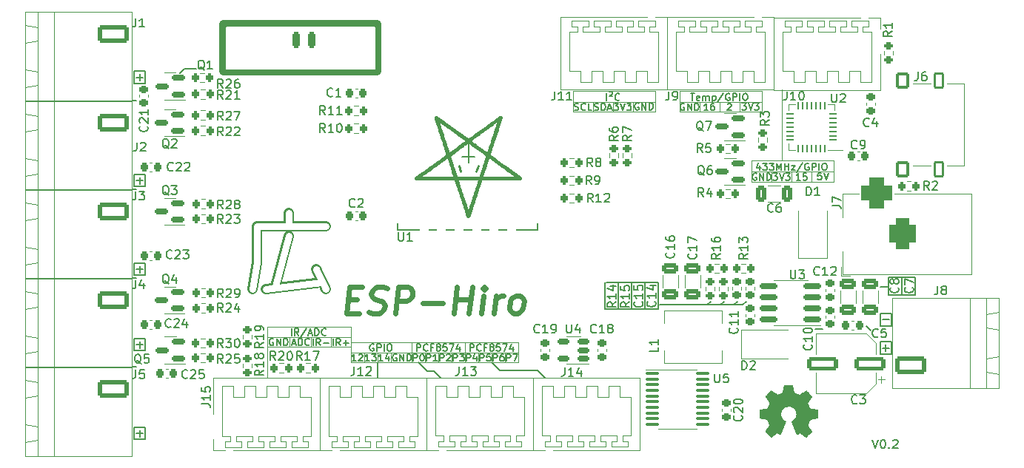
<source format=gbr>
G04 #@! TF.GenerationSoftware,KiCad,Pcbnew,(5.99.0-9568-gb9d26a55f2)*
G04 #@! TF.CreationDate,2021-03-08T10:56:08+01:00*
G04 #@! TF.ProjectId,ESP-Hiro,4553502d-4869-4726-9f2e-6b696361645f,rev?*
G04 #@! TF.SameCoordinates,PX5f5e100PY7bfa480*
G04 #@! TF.FileFunction,Legend,Top*
G04 #@! TF.FilePolarity,Positive*
%FSLAX46Y46*%
G04 Gerber Fmt 4.6, Leading zero omitted, Abs format (unit mm)*
G04 Created by KiCad (PCBNEW (5.99.0-9568-gb9d26a55f2)) date 2021-03-08 10:56:08*
%MOMM*%
%LPD*%
G01*
G04 APERTURE LIST*
G04 Aperture macros list*
%AMRoundRect*
0 Rectangle with rounded corners*
0 $1 Rounding radius*
0 $2 $3 $4 $5 $6 $7 $8 $9 X,Y pos of 4 corners*
0 Add a 4 corners polygon primitive as box body*
4,1,4,$2,$3,$4,$5,$6,$7,$8,$9,$2,$3,0*
0 Add four circle primitives for the rounded corners*
1,1,$1+$1,$2,$3*
1,1,$1+$1,$4,$5*
1,1,$1+$1,$6,$7*
1,1,$1+$1,$8,$9*
0 Add four rect primitives between the rounded corners*
20,1,$1+$1,$2,$3,$4,$5,0*
20,1,$1+$1,$4,$5,$6,$7,0*
20,1,$1+$1,$6,$7,$8,$9,0*
20,1,$1+$1,$8,$9,$2,$3,0*%
G04 Aperture macros list end*
%ADD10C,0.120000*%
%ADD11C,0.200000*%
%ADD12C,0.150000*%
%ADD13C,1.200000*%
%ADD14C,0.600000*%
%ADD15C,1.000000*%
%ADD16C,0.152400*%
%ADD17C,0.250000*%
%ADD18C,0.300000*%
%ADD19C,0.005000*%
%ADD20C,0.010000*%
%ADD21C,0.800000*%
%ADD22RoundRect,0.250000X0.650000X-0.325000X0.650000X0.325000X-0.650000X0.325000X-0.650000X-0.325000X0*%
%ADD23RoundRect,0.225000X-0.250000X0.225000X-0.250000X-0.225000X0.250000X-0.225000X0.250000X0.225000X0*%
%ADD24RoundRect,0.225000X0.250000X-0.225000X0.250000X0.225000X-0.250000X0.225000X-0.250000X-0.225000X0*%
%ADD25RoundRect,0.225000X-0.225000X-0.250000X0.225000X-0.250000X0.225000X0.250000X-0.225000X0.250000X0*%
%ADD26R,2.500000X1.800000*%
%ADD27RoundRect,0.225000X-0.225000X-0.675000X0.225000X-0.675000X0.225000X0.675000X-0.225000X0.675000X0*%
%ADD28O,1.600000X1.600000*%
%ADD29C,1.600000*%
%ADD30RoundRect,0.150000X0.587500X0.150000X-0.587500X0.150000X-0.587500X-0.150000X0.587500X-0.150000X0*%
%ADD31RoundRect,0.200000X0.200000X0.275000X-0.200000X0.275000X-0.200000X-0.275000X0.200000X-0.275000X0*%
%ADD32RoundRect,0.200000X0.275000X-0.200000X0.275000X0.200000X-0.275000X0.200000X-0.275000X-0.200000X0*%
%ADD33RoundRect,0.200000X-0.200000X-0.275000X0.200000X-0.275000X0.200000X0.275000X-0.200000X0.275000X0*%
%ADD34RoundRect,0.200000X-0.275000X0.200000X-0.275000X-0.200000X0.275000X-0.200000X0.275000X0.200000X0*%
%ADD35RoundRect,0.150000X0.825000X0.150000X-0.825000X0.150000X-0.825000X-0.150000X0.825000X-0.150000X0*%
%ADD36R,1.700000X1.700000*%
%ADD37O,1.700000X1.700000*%
%ADD38R,2.500000X1.100000*%
%ADD39R,1.100000X2.500000*%
%ADD40RoundRect,0.150000X0.512500X0.150000X-0.512500X0.150000X-0.512500X-0.150000X0.512500X-0.150000X0*%
%ADD41RoundRect,0.250000X0.325000X0.650000X-0.325000X0.650000X-0.325000X-0.650000X0.325000X-0.650000X0*%
%ADD42RoundRect,0.225000X0.225000X0.250000X-0.225000X0.250000X-0.225000X-0.250000X0.225000X-0.250000X0*%
%ADD43R,1.800000X2.500000*%
%ADD44RoundRect,0.062500X0.337500X0.062500X-0.337500X0.062500X-0.337500X-0.062500X0.337500X-0.062500X0*%
%ADD45RoundRect,0.062500X0.062500X0.337500X-0.062500X0.337500X-0.062500X-0.337500X0.062500X-0.337500X0*%
%ADD46R,3.350000X3.350000*%
%ADD47C,0.650000*%
%ADD48R,1.450000X0.600000*%
%ADD49R,1.450000X0.300000*%
%ADD50RoundRect,0.120000X0.480000X-0.780000X0.480000X0.780000X-0.480000X0.780000X-0.480000X-0.780000X0*%
%ADD51RoundRect,0.145000X0.580000X-0.755000X0.580000X0.755000X-0.580000X0.755000X-0.580000X-0.755000X0*%
%ADD52RoundRect,0.249999X-1.550001X0.790001X-1.550001X-0.790001X1.550001X-0.790001X1.550001X0.790001X0*%
%ADD53O,3.600000X2.080000*%
%ADD54R,1.950000X3.000000*%
%ADD55C,5.700000*%
%ADD56RoundRect,0.249999X1.550001X-0.790001X1.550001X0.790001X-1.550001X0.790001X-1.550001X-0.790001X0*%
%ADD57RoundRect,0.100000X-0.637500X-0.100000X0.637500X-0.100000X0.637500X0.100000X-0.637500X0.100000X0*%
%ADD58R,3.500000X3.500000*%
%ADD59RoundRect,0.750000X0.750000X1.000000X-0.750000X1.000000X-0.750000X-1.000000X0.750000X-1.000000X0*%
%ADD60RoundRect,0.875000X0.875000X0.875000X-0.875000X0.875000X-0.875000X-0.875000X0.875000X-0.875000X0*%
%ADD61RoundRect,0.250000X1.500000X0.550000X-1.500000X0.550000X-1.500000X-0.550000X1.500000X-0.550000X0*%
G04 APERTURE END LIST*
D10*
X22033000Y13218000D02*
X24573000Y13218000D01*
X24573000Y13218000D02*
X24573000Y12075000D01*
X24573000Y12075000D02*
X22033000Y12075000D01*
X22033000Y12075000D02*
X22033000Y13218000D01*
D11*
X52894000Y9408000D02*
X53783000Y8519000D01*
D10*
X41591000Y11440000D02*
X43115000Y11440000D01*
X43115000Y11440000D02*
X43115000Y10297000D01*
X43115000Y10297000D02*
X41591000Y10297000D01*
X41591000Y10297000D02*
X41591000Y11440000D01*
X71436000Y40142000D02*
X73722000Y40142000D01*
X73722000Y40142000D02*
X73722000Y38999000D01*
X73722000Y38999000D02*
X71436000Y38999000D01*
X71436000Y38999000D02*
X71436000Y40142000D01*
D11*
X63689000Y16393000D02*
X63689000Y19441000D01*
X66864000Y16901000D02*
X76135000Y16901000D01*
D10*
X79691000Y32141000D02*
X81977000Y32141000D01*
X81977000Y32141000D02*
X81977000Y30998000D01*
X81977000Y30998000D02*
X79691000Y30998000D01*
X79691000Y30998000D02*
X79691000Y32141000D01*
X73722000Y40142000D02*
X76008000Y40142000D01*
X76008000Y40142000D02*
X76008000Y38999000D01*
X76008000Y38999000D02*
X73722000Y38999000D01*
X73722000Y38999000D02*
X73722000Y40142000D01*
D11*
X13905000Y43952000D02*
X12889000Y43952000D01*
X6520000Y19990000D02*
X7047000Y19990000D01*
X93026000Y20076000D02*
X93026000Y18044000D01*
X34606000Y10297000D02*
X34606000Y8519000D01*
X92137000Y15885000D02*
X93407000Y15885000D01*
X93407000Y15885000D02*
X93407000Y14488000D01*
X93407000Y14488000D02*
X92137000Y14488000D01*
X92137000Y14488000D02*
X92137000Y15885000D01*
X92116750Y12634500D02*
X93386750Y12634500D01*
X93386750Y12634500D02*
X93386750Y11237500D01*
X93386750Y11237500D02*
X92116750Y11237500D01*
X92116750Y11237500D02*
X92116750Y12634500D01*
X6520000Y30150000D02*
X7047000Y30150000D01*
D10*
X86873000Y34640000D02*
X87762000Y34640000D01*
D11*
X12508000Y43952000D02*
X12000000Y43444000D01*
X6520000Y40310000D02*
X7047000Y40310000D01*
D10*
X44639000Y11440000D02*
X50735000Y11440000D01*
X50735000Y11440000D02*
X50735000Y12583000D01*
X50735000Y12583000D02*
X44639000Y12583000D01*
X44639000Y12583000D02*
X44639000Y11440000D01*
X77405000Y32141000D02*
X86803000Y32141000D01*
X86803000Y32141000D02*
X86803000Y33411000D01*
X86803000Y33411000D02*
X77405000Y33411000D01*
X77405000Y33411000D02*
X77405000Y32141000D01*
X31558000Y11440000D02*
X33082000Y11440000D01*
X33082000Y11440000D02*
X33082000Y10297000D01*
X33082000Y10297000D02*
X31558000Y10297000D01*
X31558000Y10297000D02*
X31558000Y11440000D01*
D11*
X96074000Y20076000D02*
X93026000Y20076000D01*
X76389000Y16901000D02*
X76770000Y17282000D01*
X96074000Y18044000D02*
X96074000Y20076000D01*
X75754000Y17282000D02*
X75373000Y16901000D01*
X6520000Y9830000D02*
X7047000Y9830000D01*
D10*
X22033000Y13218000D02*
X31558000Y13218000D01*
X31558000Y13218000D02*
X31558000Y14361000D01*
X31558000Y14361000D02*
X22033000Y14361000D01*
X22033000Y14361000D02*
X22033000Y13218000D01*
X22033000Y12075000D02*
X22033000Y8519000D01*
X69150000Y40142000D02*
X71436000Y40142000D01*
X71436000Y40142000D02*
X71436000Y38999000D01*
X71436000Y38999000D02*
X69150000Y38999000D01*
X69150000Y38999000D02*
X69150000Y40142000D01*
X43115000Y11440000D02*
X44639000Y11440000D01*
X44639000Y11440000D02*
X44639000Y10297000D01*
X44639000Y10297000D02*
X43115000Y10297000D01*
X43115000Y10297000D02*
X43115000Y11440000D01*
D11*
X6793000Y31823500D02*
X8063000Y31823500D01*
X8063000Y31823500D02*
X8063000Y30426500D01*
X8063000Y30426500D02*
X6793000Y30426500D01*
X6793000Y30426500D02*
X6793000Y31823500D01*
X48576000Y9408000D02*
X52894000Y9408000D01*
D10*
X69150000Y40142000D02*
X78548000Y40142000D01*
X78548000Y40142000D02*
X78548000Y41412000D01*
X78548000Y41412000D02*
X69150000Y41412000D01*
X69150000Y41412000D02*
X69150000Y40142000D01*
X80834000Y33411000D02*
X80834000Y41539000D01*
X84263000Y32141000D02*
X86803000Y32141000D01*
X86803000Y32141000D02*
X86803000Y30998000D01*
X86803000Y30998000D02*
X84263000Y30998000D01*
X84263000Y30998000D02*
X84263000Y32141000D01*
X81977000Y32141000D02*
X84263000Y32141000D01*
X84263000Y32141000D02*
X84263000Y30998000D01*
X84263000Y30998000D02*
X81977000Y30998000D01*
X81977000Y30998000D02*
X81977000Y32141000D01*
D11*
X66737000Y16393000D02*
X66737000Y19441000D01*
X47687000Y10297000D02*
X48576000Y9408000D01*
X39305000Y10297000D02*
X40321000Y9281000D01*
D10*
X29272000Y13218000D02*
X31558000Y13218000D01*
X31558000Y13218000D02*
X31558000Y12075000D01*
X31558000Y12075000D02*
X29272000Y12075000D01*
X29272000Y12075000D02*
X29272000Y13218000D01*
D11*
X60641000Y16393000D02*
X60641000Y19441000D01*
D10*
X36130000Y11440000D02*
X38543000Y11440000D01*
X38543000Y11440000D02*
X38543000Y10297000D01*
X38543000Y10297000D02*
X36130000Y10297000D01*
X36130000Y10297000D02*
X36130000Y11440000D01*
D11*
X6793000Y13027500D02*
X8063000Y13027500D01*
X8063000Y13027500D02*
X8063000Y11630500D01*
X8063000Y11630500D02*
X6793000Y11630500D01*
X6793000Y11630500D02*
X6793000Y13027500D01*
D10*
X46163000Y11440000D02*
X47687000Y11440000D01*
X47687000Y11440000D02*
X47687000Y10297000D01*
X47687000Y10297000D02*
X46163000Y10297000D01*
X46163000Y10297000D02*
X46163000Y11440000D01*
X56958000Y40142000D02*
X66356000Y40142000D01*
X66356000Y40142000D02*
X66356000Y41412000D01*
X66356000Y41412000D02*
X56958000Y41412000D01*
X56958000Y41412000D02*
X56958000Y40142000D01*
D11*
X76135000Y16901000D02*
X76262000Y16901000D01*
X84644000Y14107000D02*
X85533000Y14107000D01*
D10*
X44639000Y11440000D02*
X46163000Y11440000D01*
X46163000Y11440000D02*
X46163000Y10297000D01*
X46163000Y10297000D02*
X44639000Y10297000D01*
X44639000Y10297000D02*
X44639000Y11440000D01*
D11*
X62165000Y19441000D02*
X62165000Y16393000D01*
X74230000Y17282000D02*
X73849000Y16901000D01*
X76262000Y16901000D02*
X76389000Y16901000D01*
D10*
X76008000Y40142000D02*
X78548000Y40142000D01*
X78548000Y40142000D02*
X78548000Y38999000D01*
X78548000Y38999000D02*
X76008000Y38999000D01*
X76008000Y38999000D02*
X76008000Y40142000D01*
D11*
X72706000Y17282000D02*
X72325000Y16901000D01*
X94550000Y18044000D02*
X94550000Y20076000D01*
D10*
X47687000Y11440000D02*
X49211000Y11440000D01*
X49211000Y11440000D02*
X49211000Y10297000D01*
X49211000Y10297000D02*
X47687000Y10297000D01*
X47687000Y10297000D02*
X47687000Y11440000D01*
X34606000Y11440000D02*
X36130000Y11440000D01*
X36130000Y11440000D02*
X36130000Y10297000D01*
X36130000Y10297000D02*
X34606000Y10297000D01*
X34606000Y10297000D02*
X34606000Y11440000D01*
D11*
X40321000Y9281000D02*
X41083000Y9281000D01*
D10*
X40067000Y11440000D02*
X41591000Y11440000D01*
X41591000Y11440000D02*
X41591000Y10297000D01*
X41591000Y10297000D02*
X40067000Y10297000D01*
X40067000Y10297000D02*
X40067000Y11440000D01*
D11*
X6793000Y21663500D02*
X8063000Y21663500D01*
X8063000Y21663500D02*
X8063000Y20266500D01*
X8063000Y20266500D02*
X6793000Y20266500D01*
X6793000Y20266500D02*
X6793000Y21663500D01*
D10*
X61530000Y40142000D02*
X63816000Y40142000D01*
X63816000Y40142000D02*
X63816000Y38999000D01*
X63816000Y38999000D02*
X61530000Y38999000D01*
X61530000Y38999000D02*
X61530000Y40142000D01*
D11*
X90486000Y14488000D02*
X90994000Y13980000D01*
X73849000Y16901000D02*
X72706000Y16901000D01*
D10*
X77405000Y32141000D02*
X79691000Y32141000D01*
X79691000Y32141000D02*
X79691000Y30998000D01*
X79691000Y30998000D02*
X77405000Y30998000D01*
X77405000Y30998000D02*
X77405000Y32141000D01*
D11*
X6793000Y2867500D02*
X8063000Y2867500D01*
X8063000Y2867500D02*
X8063000Y1470500D01*
X8063000Y1470500D02*
X6793000Y1470500D01*
X6793000Y1470500D02*
X6793000Y2867500D01*
D10*
X63816000Y40142000D02*
X66356000Y40142000D01*
X66356000Y40142000D02*
X66356000Y38999000D01*
X66356000Y38999000D02*
X63816000Y38999000D01*
X63816000Y38999000D02*
X63816000Y40142000D01*
D11*
X65213000Y19441000D02*
X65213000Y16393000D01*
X60768000Y16393000D02*
X66737000Y16393000D01*
X41083000Y9281000D02*
X41845000Y8519000D01*
X60768000Y16393000D02*
X60641000Y16393000D01*
D10*
X38543000Y11440000D02*
X44639000Y11440000D01*
X44639000Y11440000D02*
X44639000Y12583000D01*
X44639000Y12583000D02*
X38543000Y12583000D01*
X38543000Y12583000D02*
X38543000Y11440000D01*
D11*
X93026000Y18044000D02*
X96074000Y18044000D01*
D10*
X24573000Y13218000D02*
X26986000Y13218000D01*
X26986000Y13218000D02*
X26986000Y12075000D01*
X26986000Y12075000D02*
X24573000Y12075000D01*
X24573000Y12075000D02*
X24573000Y13218000D01*
D11*
X6793000Y43634500D02*
X8063000Y43634500D01*
X8063000Y43634500D02*
X8063000Y42237500D01*
X8063000Y42237500D02*
X6793000Y42237500D01*
X6793000Y42237500D02*
X6793000Y43634500D01*
D10*
X26986000Y13218000D02*
X29272000Y13218000D01*
X29272000Y13218000D02*
X29272000Y12075000D01*
X29272000Y12075000D02*
X26986000Y12075000D01*
X26986000Y12075000D02*
X26986000Y13218000D01*
D11*
X66737000Y19441000D02*
X60768000Y19441000D01*
D10*
X49211000Y11440000D02*
X50735000Y11440000D01*
X50735000Y11440000D02*
X50735000Y10297000D01*
X50735000Y10297000D02*
X49211000Y10297000D01*
X49211000Y10297000D02*
X49211000Y11440000D01*
X33082000Y11440000D02*
X34606000Y11440000D01*
X34606000Y11440000D02*
X34606000Y10297000D01*
X34606000Y10297000D02*
X33082000Y10297000D01*
X33082000Y10297000D02*
X33082000Y11440000D01*
X59244000Y40142000D02*
X61530000Y40142000D01*
X61530000Y40142000D02*
X61530000Y38999000D01*
X61530000Y38999000D02*
X59244000Y38999000D01*
X59244000Y38999000D02*
X59244000Y40142000D01*
D11*
X12889000Y43952000D02*
X12508000Y43952000D01*
D10*
X31558000Y11440000D02*
X38543000Y11440000D01*
X38543000Y11440000D02*
X38543000Y12583000D01*
X38543000Y12583000D02*
X31558000Y12583000D01*
X31558000Y12583000D02*
X31558000Y11440000D01*
D11*
X93026000Y18933000D02*
X92137000Y18933000D01*
D10*
X38543000Y11440000D02*
X40067000Y11440000D01*
X40067000Y11440000D02*
X40067000Y10297000D01*
X40067000Y10297000D02*
X38543000Y10297000D01*
X38543000Y10297000D02*
X38543000Y11440000D01*
X56958000Y40142000D02*
X59244000Y40142000D01*
X59244000Y40142000D02*
X59244000Y38999000D01*
X59244000Y38999000D02*
X56958000Y38999000D01*
X56958000Y38999000D02*
X56958000Y40142000D01*
D12*
X92391047Y15178572D02*
X93152952Y15178572D01*
X40238523Y10443096D02*
X40238523Y11243096D01*
X40543285Y11243096D01*
X40619476Y11205000D01*
X40657571Y11166905D01*
X40695666Y11090715D01*
X40695666Y10976429D01*
X40657571Y10900239D01*
X40619476Y10862143D01*
X40543285Y10824048D01*
X40238523Y10824048D01*
X41457571Y10443096D02*
X41000428Y10443096D01*
X41229000Y10443096D02*
X41229000Y11243096D01*
X41152809Y11128810D01*
X41076619Y11052620D01*
X41000428Y11014524D01*
X24770095Y13364096D02*
X24770095Y14164096D01*
X25608190Y13364096D02*
X25341523Y13745048D01*
X25151047Y13364096D02*
X25151047Y14164096D01*
X25455809Y14164096D01*
X25532000Y14126000D01*
X25570095Y14087905D01*
X25608190Y14011715D01*
X25608190Y13897429D01*
X25570095Y13821239D01*
X25532000Y13783143D01*
X25455809Y13745048D01*
X25151047Y13745048D01*
X26522476Y14202191D02*
X25836761Y13173620D01*
X26751047Y13592667D02*
X27132000Y13592667D01*
X26674857Y13364096D02*
X26941523Y14164096D01*
X27208190Y13364096D01*
X27474857Y13364096D02*
X27474857Y14164096D01*
X27665333Y14164096D01*
X27779619Y14126000D01*
X27855809Y14049810D01*
X27893904Y13973620D01*
X27932000Y13821239D01*
X27932000Y13706953D01*
X27893904Y13554572D01*
X27855809Y13478381D01*
X27779619Y13402191D01*
X27665333Y13364096D01*
X27474857Y13364096D01*
X28732000Y13440286D02*
X28693904Y13402191D01*
X28579619Y13364096D01*
X28503428Y13364096D01*
X28389142Y13402191D01*
X28312952Y13478381D01*
X28274857Y13554572D01*
X28236761Y13706953D01*
X28236761Y13821239D01*
X28274857Y13973620D01*
X28312952Y14049810D01*
X28389142Y14126000D01*
X28503428Y14164096D01*
X28579619Y14164096D01*
X28693904Y14126000D01*
X28732000Y14087905D01*
X22693476Y12983000D02*
X22617285Y13021096D01*
X22503000Y13021096D01*
X22388714Y12983000D01*
X22312523Y12906810D01*
X22274428Y12830620D01*
X22236333Y12678239D01*
X22236333Y12563953D01*
X22274428Y12411572D01*
X22312523Y12335381D01*
X22388714Y12259191D01*
X22503000Y12221096D01*
X22579190Y12221096D01*
X22693476Y12259191D01*
X22731571Y12297286D01*
X22731571Y12563953D01*
X22579190Y12563953D01*
X23074428Y12221096D02*
X23074428Y13021096D01*
X23531571Y12221096D01*
X23531571Y13021096D01*
X23912523Y12221096D02*
X23912523Y13021096D01*
X24103000Y13021096D01*
X24217285Y12983000D01*
X24293476Y12906810D01*
X24331571Y12830620D01*
X24369666Y12678239D01*
X24369666Y12563953D01*
X24331571Y12411572D01*
X24293476Y12335381D01*
X24217285Y12259191D01*
X24103000Y12221096D01*
X23912523Y12221096D01*
X34187000Y12348000D02*
X34110809Y12386096D01*
X33996523Y12386096D01*
X33882238Y12348000D01*
X33806047Y12271810D01*
X33767952Y12195620D01*
X33729857Y12043239D01*
X33729857Y11928953D01*
X33767952Y11776572D01*
X33806047Y11700381D01*
X33882238Y11624191D01*
X33996523Y11586096D01*
X34072714Y11586096D01*
X34187000Y11624191D01*
X34225095Y11662286D01*
X34225095Y11928953D01*
X34072714Y11928953D01*
X34567952Y11586096D02*
X34567952Y12386096D01*
X34872714Y12386096D01*
X34948904Y12348000D01*
X34987000Y12309905D01*
X35025095Y12233715D01*
X35025095Y12119429D01*
X34987000Y12043239D01*
X34948904Y12005143D01*
X34872714Y11967048D01*
X34567952Y11967048D01*
X35367952Y11586096D02*
X35367952Y12386096D01*
X35901285Y12386096D02*
X36053666Y12386096D01*
X36129857Y12348000D01*
X36206047Y12271810D01*
X36244142Y12119429D01*
X36244142Y11852762D01*
X36206047Y11700381D01*
X36129857Y11624191D01*
X36053666Y11586096D01*
X35901285Y11586096D01*
X35825095Y11624191D01*
X35748904Y11700381D01*
X35710809Y11852762D01*
X35710809Y12119429D01*
X35748904Y12271810D01*
X35825095Y12348000D01*
X35901285Y12386096D01*
X57148619Y39183191D02*
X57262904Y39145096D01*
X57453380Y39145096D01*
X57529571Y39183191D01*
X57567666Y39221286D01*
X57605761Y39297477D01*
X57605761Y39373667D01*
X57567666Y39449858D01*
X57529571Y39487953D01*
X57453380Y39526048D01*
X57301000Y39564143D01*
X57224809Y39602239D01*
X57186714Y39640334D01*
X57148619Y39716524D01*
X57148619Y39792715D01*
X57186714Y39868905D01*
X57224809Y39907000D01*
X57301000Y39945096D01*
X57491476Y39945096D01*
X57605761Y39907000D01*
X58405761Y39221286D02*
X58367666Y39183191D01*
X58253380Y39145096D01*
X58177190Y39145096D01*
X58062904Y39183191D01*
X57986714Y39259381D01*
X57948619Y39335572D01*
X57910523Y39487953D01*
X57910523Y39602239D01*
X57948619Y39754620D01*
X57986714Y39830810D01*
X58062904Y39907000D01*
X58177190Y39945096D01*
X58253380Y39945096D01*
X58367666Y39907000D01*
X58405761Y39868905D01*
X59129571Y39145096D02*
X58748619Y39145096D01*
X58748619Y39945096D01*
D13*
X20833333Y25900000D02*
X28690476Y25900000D01*
X24500000Y27423810D02*
X24500000Y25900000D01*
X24500000Y24757143D02*
X22928571Y19042858D01*
X20833333Y25900000D02*
X20833333Y21709524D01*
X20309523Y18661905D01*
X21880952Y18661905D02*
X28166666Y19423810D01*
X27642857Y20947620D02*
X28690476Y18661905D01*
D12*
X79843523Y31944096D02*
X80338761Y31944096D01*
X80072095Y31639334D01*
X80186380Y31639334D01*
X80262571Y31601239D01*
X80300666Y31563143D01*
X80338761Y31486953D01*
X80338761Y31296477D01*
X80300666Y31220286D01*
X80262571Y31182191D01*
X80186380Y31144096D01*
X79957809Y31144096D01*
X79881619Y31182191D01*
X79843523Y31220286D01*
X80567333Y31944096D02*
X80834000Y31144096D01*
X81100666Y31944096D01*
X81291142Y31944096D02*
X81786380Y31944096D01*
X81519714Y31639334D01*
X81634000Y31639334D01*
X81710190Y31601239D01*
X81748285Y31563143D01*
X81786380Y31486953D01*
X81786380Y31296477D01*
X81748285Y31220286D01*
X81710190Y31182191D01*
X81634000Y31144096D01*
X81405428Y31144096D01*
X81329238Y31182191D01*
X81291142Y31220286D01*
X85380619Y32007596D02*
X84999666Y32007596D01*
X84961571Y31626643D01*
X84999666Y31664739D01*
X85075857Y31702834D01*
X85266333Y31702834D01*
X85342523Y31664739D01*
X85380619Y31626643D01*
X85418714Y31550453D01*
X85418714Y31359977D01*
X85380619Y31283786D01*
X85342523Y31245691D01*
X85266333Y31207596D01*
X85075857Y31207596D01*
X84999666Y31245691D01*
X84961571Y31283786D01*
X85647285Y32007596D02*
X85913952Y31207596D01*
X86180619Y32007596D01*
X35215619Y10443096D02*
X34758476Y10443096D01*
X34987047Y10443096D02*
X34987047Y11243096D01*
X34910857Y11128810D01*
X34834666Y11052620D01*
X34758476Y11014524D01*
X35901333Y10976429D02*
X35901333Y10443096D01*
X35710857Y11281191D02*
X35520380Y10709762D01*
X36015619Y10709762D01*
X92370797Y11928072D02*
X93132702Y11928072D01*
X92751750Y11547120D02*
X92751750Y12309024D01*
X49382523Y10443096D02*
X49382523Y11243096D01*
X49687285Y11243096D01*
X49763476Y11205000D01*
X49801571Y11166905D01*
X49839666Y11090715D01*
X49839666Y10976429D01*
X49801571Y10900239D01*
X49763476Y10862143D01*
X49687285Y10824048D01*
X49382523Y10824048D01*
X50106333Y11243096D02*
X50639666Y11243096D01*
X50296809Y10443096D01*
X78338904Y32820429D02*
X78338904Y32287096D01*
X78148428Y33125191D02*
X77957952Y32553762D01*
X78453190Y32553762D01*
X78681761Y33087096D02*
X79177000Y33087096D01*
X78910333Y32782334D01*
X79024619Y32782334D01*
X79100809Y32744239D01*
X79138904Y32706143D01*
X79177000Y32629953D01*
X79177000Y32439477D01*
X79138904Y32363286D01*
X79100809Y32325191D01*
X79024619Y32287096D01*
X78796047Y32287096D01*
X78719857Y32325191D01*
X78681761Y32363286D01*
X79443666Y33087096D02*
X79938904Y33087096D01*
X79672238Y32782334D01*
X79786523Y32782334D01*
X79862714Y32744239D01*
X79900809Y32706143D01*
X79938904Y32629953D01*
X79938904Y32439477D01*
X79900809Y32363286D01*
X79862714Y32325191D01*
X79786523Y32287096D01*
X79557952Y32287096D01*
X79481761Y32325191D01*
X79443666Y32363286D01*
X80281761Y32287096D02*
X80281761Y33087096D01*
X80548428Y32515667D01*
X80815095Y33087096D01*
X80815095Y32287096D01*
X81196047Y32287096D02*
X81196047Y33087096D01*
X81196047Y32706143D02*
X81653190Y32706143D01*
X81653190Y32287096D02*
X81653190Y33087096D01*
X81957952Y32820429D02*
X82377000Y32820429D01*
X81957952Y32287096D01*
X82377000Y32287096D01*
X83253190Y33125191D02*
X82567476Y32096620D01*
X83938904Y33049000D02*
X83862714Y33087096D01*
X83748428Y33087096D01*
X83634142Y33049000D01*
X83557952Y32972810D01*
X83519857Y32896620D01*
X83481761Y32744239D01*
X83481761Y32629953D01*
X83519857Y32477572D01*
X83557952Y32401381D01*
X83634142Y32325191D01*
X83748428Y32287096D01*
X83824619Y32287096D01*
X83938904Y32325191D01*
X83977000Y32363286D01*
X83977000Y32629953D01*
X83824619Y32629953D01*
X84319857Y32287096D02*
X84319857Y33087096D01*
X84624619Y33087096D01*
X84700809Y33049000D01*
X84738904Y33010905D01*
X84777000Y32934715D01*
X84777000Y32820429D01*
X84738904Y32744239D01*
X84700809Y32706143D01*
X84624619Y32668048D01*
X84319857Y32668048D01*
X85119857Y32287096D02*
X85119857Y33087096D01*
X85653190Y33087096D02*
X85805571Y33087096D01*
X85881761Y33049000D01*
X85957952Y32972810D01*
X85996047Y32820429D01*
X85996047Y32553762D01*
X85957952Y32401381D01*
X85881761Y32325191D01*
X85805571Y32287096D01*
X85653190Y32287096D01*
X85577000Y32325191D01*
X85500809Y32401381D01*
X85462714Y32553762D01*
X85462714Y32820429D01*
X85500809Y32972810D01*
X85577000Y33049000D01*
X85653190Y33087096D01*
X24852523Y12449667D02*
X25233476Y12449667D01*
X24776333Y12221096D02*
X25043000Y13021096D01*
X25309666Y12221096D01*
X25576333Y12221096D02*
X25576333Y13021096D01*
X25766809Y13021096D01*
X25881095Y12983000D01*
X25957285Y12906810D01*
X25995380Y12830620D01*
X26033476Y12678239D01*
X26033476Y12563953D01*
X25995380Y12411572D01*
X25957285Y12335381D01*
X25881095Y12259191D01*
X25766809Y12221096D01*
X25576333Y12221096D01*
X26833476Y12297286D02*
X26795380Y12259191D01*
X26681095Y12221096D01*
X26604904Y12221096D01*
X26490619Y12259191D01*
X26414428Y12335381D01*
X26376333Y12411572D01*
X26338238Y12563953D01*
X26338238Y12678239D01*
X26376333Y12830620D01*
X26414428Y12906810D01*
X26490619Y12983000D01*
X26604904Y13021096D01*
X26681095Y13021096D01*
X26795380Y12983000D01*
X26833476Y12944905D01*
X33691619Y10443096D02*
X33234476Y10443096D01*
X33463047Y10443096D02*
X33463047Y11243096D01*
X33386857Y11128810D01*
X33310666Y11052620D01*
X33234476Y11014524D01*
X33958285Y11243096D02*
X34453523Y11243096D01*
X34186857Y10938334D01*
X34301142Y10938334D01*
X34377333Y10900239D01*
X34415428Y10862143D01*
X34453523Y10785953D01*
X34453523Y10595477D01*
X34415428Y10519286D01*
X34377333Y10481191D01*
X34301142Y10443096D01*
X34072571Y10443096D01*
X33996380Y10481191D01*
X33958285Y10519286D01*
X32167619Y10443096D02*
X31710476Y10443096D01*
X31939047Y10443096D02*
X31939047Y11243096D01*
X31862857Y11128810D01*
X31786666Y11052620D01*
X31710476Y11014524D01*
X32472380Y11166905D02*
X32510476Y11205000D01*
X32586666Y11243096D01*
X32777142Y11243096D01*
X32853333Y11205000D01*
X32891428Y11166905D01*
X32929523Y11090715D01*
X32929523Y11014524D01*
X32891428Y10900239D01*
X32434285Y10443096D01*
X32929523Y10443096D01*
X36790476Y11205000D02*
X36714285Y11243096D01*
X36600000Y11243096D01*
X36485714Y11205000D01*
X36409523Y11128810D01*
X36371428Y11052620D01*
X36333333Y10900239D01*
X36333333Y10785953D01*
X36371428Y10633572D01*
X36409523Y10557381D01*
X36485714Y10481191D01*
X36600000Y10443096D01*
X36676190Y10443096D01*
X36790476Y10481191D01*
X36828571Y10519286D01*
X36828571Y10785953D01*
X36676190Y10785953D01*
X37171428Y10443096D02*
X37171428Y11243096D01*
X37628571Y10443096D01*
X37628571Y11243096D01*
X38009523Y10443096D02*
X38009523Y11243096D01*
X38200000Y11243096D01*
X38314285Y11205000D01*
X38390476Y11128810D01*
X38428571Y11052620D01*
X38466666Y10900239D01*
X38466666Y10785953D01*
X38428571Y10633572D01*
X38390476Y10557381D01*
X38314285Y10481191D01*
X38200000Y10443096D01*
X38009523Y10443096D01*
X47858523Y10443096D02*
X47858523Y11243096D01*
X48163285Y11243096D01*
X48239476Y11205000D01*
X48277571Y11166905D01*
X48315666Y11090715D01*
X48315666Y10976429D01*
X48277571Y10900239D01*
X48239476Y10862143D01*
X48163285Y10824048D01*
X47858523Y10824048D01*
X49001380Y11243096D02*
X48849000Y11243096D01*
X48772809Y11205000D01*
X48734714Y11166905D01*
X48658523Y11052620D01*
X48620428Y10900239D01*
X48620428Y10595477D01*
X48658523Y10519286D01*
X48696619Y10481191D01*
X48772809Y10443096D01*
X48925190Y10443096D01*
X49001380Y10481191D01*
X49039476Y10519286D01*
X49077571Y10595477D01*
X49077571Y10785953D01*
X49039476Y10862143D01*
X49001380Y10900239D01*
X48925190Y10938334D01*
X48772809Y10938334D01*
X48696619Y10900239D01*
X48658523Y10862143D01*
X48620428Y10785953D01*
X7047047Y31117072D02*
X7808952Y31117072D01*
X7428000Y30736120D02*
X7428000Y31498024D01*
X76287523Y40008596D02*
X76782761Y40008596D01*
X76516095Y39703834D01*
X76630380Y39703834D01*
X76706571Y39665739D01*
X76744666Y39627643D01*
X76782761Y39551453D01*
X76782761Y39360977D01*
X76744666Y39284786D01*
X76706571Y39246691D01*
X76630380Y39208596D01*
X76401809Y39208596D01*
X76325619Y39246691D01*
X76287523Y39284786D01*
X77011333Y40008596D02*
X77278000Y39208596D01*
X77544666Y40008596D01*
X77735142Y40008596D02*
X78230380Y40008596D01*
X77963714Y39703834D01*
X78078000Y39703834D01*
X78154190Y39665739D01*
X78192285Y39627643D01*
X78230380Y39551453D01*
X78230380Y39360977D01*
X78192285Y39284786D01*
X78154190Y39246691D01*
X78078000Y39208596D01*
X77849428Y39208596D01*
X77773238Y39246691D01*
X77735142Y39284786D01*
X39114809Y11586096D02*
X39114809Y12386096D01*
X39419571Y12386096D01*
X39495761Y12348000D01*
X39533857Y12309905D01*
X39571952Y12233715D01*
X39571952Y12119429D01*
X39533857Y12043239D01*
X39495761Y12005143D01*
X39419571Y11967048D01*
X39114809Y11967048D01*
X40371952Y11662286D02*
X40333857Y11624191D01*
X40219571Y11586096D01*
X40143380Y11586096D01*
X40029095Y11624191D01*
X39952904Y11700381D01*
X39914809Y11776572D01*
X39876714Y11928953D01*
X39876714Y12043239D01*
X39914809Y12195620D01*
X39952904Y12271810D01*
X40029095Y12348000D01*
X40143380Y12386096D01*
X40219571Y12386096D01*
X40333857Y12348000D01*
X40371952Y12309905D01*
X40981476Y12005143D02*
X40714809Y12005143D01*
X40714809Y11586096D02*
X40714809Y12386096D01*
X41095761Y12386096D01*
X41514809Y12043239D02*
X41438619Y12081334D01*
X41400523Y12119429D01*
X41362428Y12195620D01*
X41362428Y12233715D01*
X41400523Y12309905D01*
X41438619Y12348000D01*
X41514809Y12386096D01*
X41667190Y12386096D01*
X41743380Y12348000D01*
X41781476Y12309905D01*
X41819571Y12233715D01*
X41819571Y12195620D01*
X41781476Y12119429D01*
X41743380Y12081334D01*
X41667190Y12043239D01*
X41514809Y12043239D01*
X41438619Y12005143D01*
X41400523Y11967048D01*
X41362428Y11890858D01*
X41362428Y11738477D01*
X41400523Y11662286D01*
X41438619Y11624191D01*
X41514809Y11586096D01*
X41667190Y11586096D01*
X41743380Y11624191D01*
X41781476Y11662286D01*
X41819571Y11738477D01*
X41819571Y11890858D01*
X41781476Y11967048D01*
X41743380Y12005143D01*
X41667190Y12043239D01*
X42543380Y12386096D02*
X42162428Y12386096D01*
X42124333Y12005143D01*
X42162428Y12043239D01*
X42238619Y12081334D01*
X42429095Y12081334D01*
X42505285Y12043239D01*
X42543380Y12005143D01*
X42581476Y11928953D01*
X42581476Y11738477D01*
X42543380Y11662286D01*
X42505285Y11624191D01*
X42429095Y11586096D01*
X42238619Y11586096D01*
X42162428Y11624191D01*
X42124333Y11662286D01*
X42848142Y12386096D02*
X43381476Y12386096D01*
X43038619Y11586096D01*
X44029095Y12119429D02*
X44029095Y11586096D01*
X43838619Y12424191D02*
X43648142Y11852762D01*
X44143380Y11852762D01*
X7047047Y12321072D02*
X7808952Y12321072D01*
X7428000Y11940120D02*
X7428000Y12702024D01*
X70426761Y41088096D02*
X70883904Y41088096D01*
X70655333Y40288096D02*
X70655333Y41088096D01*
X71455333Y40326191D02*
X71379142Y40288096D01*
X71226761Y40288096D01*
X71150571Y40326191D01*
X71112476Y40402381D01*
X71112476Y40707143D01*
X71150571Y40783334D01*
X71226761Y40821429D01*
X71379142Y40821429D01*
X71455333Y40783334D01*
X71493428Y40707143D01*
X71493428Y40630953D01*
X71112476Y40554762D01*
X71836285Y40288096D02*
X71836285Y40821429D01*
X71836285Y40745239D02*
X71874380Y40783334D01*
X71950571Y40821429D01*
X72064857Y40821429D01*
X72141047Y40783334D01*
X72179142Y40707143D01*
X72179142Y40288096D01*
X72179142Y40707143D02*
X72217238Y40783334D01*
X72293428Y40821429D01*
X72407714Y40821429D01*
X72483904Y40783334D01*
X72522000Y40707143D01*
X72522000Y40288096D01*
X72902952Y40821429D02*
X72902952Y40021429D01*
X72902952Y40783334D02*
X72979142Y40821429D01*
X73131523Y40821429D01*
X73207714Y40783334D01*
X73245809Y40745239D01*
X73283904Y40669048D01*
X73283904Y40440477D01*
X73245809Y40364286D01*
X73207714Y40326191D01*
X73131523Y40288096D01*
X72979142Y40288096D01*
X72902952Y40326191D01*
X74198190Y41126191D02*
X73512476Y40097620D01*
X74883904Y41050000D02*
X74807714Y41088096D01*
X74693428Y41088096D01*
X74579142Y41050000D01*
X74502952Y40973810D01*
X74464857Y40897620D01*
X74426761Y40745239D01*
X74426761Y40630953D01*
X74464857Y40478572D01*
X74502952Y40402381D01*
X74579142Y40326191D01*
X74693428Y40288096D01*
X74769619Y40288096D01*
X74883904Y40326191D01*
X74922000Y40364286D01*
X74922000Y40630953D01*
X74769619Y40630953D01*
X75264857Y40288096D02*
X75264857Y41088096D01*
X75569619Y41088096D01*
X75645809Y41050000D01*
X75683904Y41011905D01*
X75722000Y40935715D01*
X75722000Y40821429D01*
X75683904Y40745239D01*
X75645809Y40707143D01*
X75569619Y40669048D01*
X75264857Y40669048D01*
X76064857Y40288096D02*
X76064857Y41088096D01*
X76598190Y41088096D02*
X76750571Y41088096D01*
X76826761Y41050000D01*
X76902952Y40973810D01*
X76941047Y40821429D01*
X76941047Y40554762D01*
X76902952Y40402381D01*
X76826761Y40326191D01*
X76750571Y40288096D01*
X76598190Y40288096D01*
X76522000Y40326191D01*
X76445809Y40402381D01*
X76407714Y40554762D01*
X76407714Y40821429D01*
X76445809Y40973810D01*
X76522000Y41050000D01*
X76598190Y41088096D01*
X59415571Y39183191D02*
X59529857Y39145096D01*
X59720333Y39145096D01*
X59796523Y39183191D01*
X59834619Y39221286D01*
X59872714Y39297477D01*
X59872714Y39373667D01*
X59834619Y39449858D01*
X59796523Y39487953D01*
X59720333Y39526048D01*
X59567952Y39564143D01*
X59491761Y39602239D01*
X59453666Y39640334D01*
X59415571Y39716524D01*
X59415571Y39792715D01*
X59453666Y39868905D01*
X59491761Y39907000D01*
X59567952Y39945096D01*
X59758428Y39945096D01*
X59872714Y39907000D01*
X60215571Y39145096D02*
X60215571Y39945096D01*
X60406047Y39945096D01*
X60520333Y39907000D01*
X60596523Y39830810D01*
X60634619Y39754620D01*
X60672714Y39602239D01*
X60672714Y39487953D01*
X60634619Y39335572D01*
X60596523Y39259381D01*
X60520333Y39183191D01*
X60406047Y39145096D01*
X60215571Y39145096D01*
X60977476Y39373667D02*
X61358428Y39373667D01*
X60901285Y39145096D02*
X61167952Y39945096D01*
X61434619Y39145096D01*
X41762523Y10443096D02*
X41762523Y11243096D01*
X42067285Y11243096D01*
X42143476Y11205000D01*
X42181571Y11166905D01*
X42219666Y11090715D01*
X42219666Y10976429D01*
X42181571Y10900239D01*
X42143476Y10862143D01*
X42067285Y10824048D01*
X41762523Y10824048D01*
X42524428Y11166905D02*
X42562523Y11205000D01*
X42638714Y11243096D01*
X42829190Y11243096D01*
X42905380Y11205000D01*
X42943476Y11166905D01*
X42981571Y11090715D01*
X42981571Y11014524D01*
X42943476Y10900239D01*
X42486333Y10443096D01*
X42981571Y10443096D01*
X61682523Y39945096D02*
X62177761Y39945096D01*
X61911095Y39640334D01*
X62025380Y39640334D01*
X62101571Y39602239D01*
X62139666Y39564143D01*
X62177761Y39487953D01*
X62177761Y39297477D01*
X62139666Y39221286D01*
X62101571Y39183191D01*
X62025380Y39145096D01*
X61796809Y39145096D01*
X61720619Y39183191D01*
X61682523Y39221286D01*
X62406333Y39945096D02*
X62673000Y39145096D01*
X62939666Y39945096D01*
X63130142Y39945096D02*
X63625380Y39945096D01*
X63358714Y39640334D01*
X63473000Y39640334D01*
X63549190Y39602239D01*
X63587285Y39564143D01*
X63625380Y39487953D01*
X63625380Y39297477D01*
X63587285Y39221286D01*
X63549190Y39183191D01*
X63473000Y39145096D01*
X63244428Y39145096D01*
X63168238Y39183191D01*
X63130142Y39221286D01*
X29519761Y12221096D02*
X29519761Y13021096D01*
X30357857Y12221096D02*
X30091190Y12602048D01*
X29900714Y12221096D02*
X29900714Y13021096D01*
X30205476Y13021096D01*
X30281666Y12983000D01*
X30319761Y12944905D01*
X30357857Y12868715D01*
X30357857Y12754429D01*
X30319761Y12678239D01*
X30281666Y12640143D01*
X30205476Y12602048D01*
X29900714Y12602048D01*
X30700714Y12525858D02*
X31310238Y12525858D01*
X31005476Y12221096D02*
X31005476Y12830620D01*
X77938476Y31906000D02*
X77862285Y31944096D01*
X77748000Y31944096D01*
X77633714Y31906000D01*
X77557523Y31829810D01*
X77519428Y31753620D01*
X77481333Y31601239D01*
X77481333Y31486953D01*
X77519428Y31334572D01*
X77557523Y31258381D01*
X77633714Y31182191D01*
X77748000Y31144096D01*
X77824190Y31144096D01*
X77938476Y31182191D01*
X77976571Y31220286D01*
X77976571Y31486953D01*
X77824190Y31486953D01*
X78319428Y31144096D02*
X78319428Y31944096D01*
X78776571Y31144096D01*
X78776571Y31944096D01*
X79157523Y31144096D02*
X79157523Y31944096D01*
X79348000Y31944096D01*
X79462285Y31906000D01*
X79538476Y31829810D01*
X79576571Y31753620D01*
X79614666Y31601239D01*
X79614666Y31486953D01*
X79576571Y31334572D01*
X79538476Y31258381D01*
X79462285Y31182191D01*
X79348000Y31144096D01*
X79157523Y31144096D01*
X44810523Y10443096D02*
X44810523Y11243096D01*
X45115285Y11243096D01*
X45191476Y11205000D01*
X45229571Y11166905D01*
X45267666Y11090715D01*
X45267666Y10976429D01*
X45229571Y10900239D01*
X45191476Y10862143D01*
X45115285Y10824048D01*
X44810523Y10824048D01*
X45953380Y10976429D02*
X45953380Y10443096D01*
X45762904Y11281191D02*
X45572428Y10709762D01*
X46067666Y10709762D01*
X82967619Y31144096D02*
X82510476Y31144096D01*
X82739047Y31144096D02*
X82739047Y31944096D01*
X82662857Y31829810D01*
X82586666Y31753620D01*
X82510476Y31715524D01*
X83691428Y31944096D02*
X83310476Y31944096D01*
X83272380Y31563143D01*
X83310476Y31601239D01*
X83386666Y31639334D01*
X83577142Y31639334D01*
X83653333Y31601239D01*
X83691428Y31563143D01*
X83729523Y31486953D01*
X83729523Y31296477D01*
X83691428Y31220286D01*
X83653333Y31182191D01*
X83577142Y31144096D01*
X83386666Y31144096D01*
X83310476Y31182191D01*
X83272380Y31220286D01*
X74636428Y39868905D02*
X74674523Y39907000D01*
X74750714Y39945096D01*
X74941190Y39945096D01*
X75017380Y39907000D01*
X75055476Y39868905D01*
X75093571Y39792715D01*
X75093571Y39716524D01*
X75055476Y39602239D01*
X74598333Y39145096D01*
X75093571Y39145096D01*
X7047047Y42928072D02*
X7808952Y42928072D01*
X7428000Y42547120D02*
X7428000Y43309024D01*
X45210809Y11586096D02*
X45210809Y12386096D01*
X45515571Y12386096D01*
X45591761Y12348000D01*
X45629857Y12309905D01*
X45667952Y12233715D01*
X45667952Y12119429D01*
X45629857Y12043239D01*
X45591761Y12005143D01*
X45515571Y11967048D01*
X45210809Y11967048D01*
X46467952Y11662286D02*
X46429857Y11624191D01*
X46315571Y11586096D01*
X46239380Y11586096D01*
X46125095Y11624191D01*
X46048904Y11700381D01*
X46010809Y11776572D01*
X45972714Y11928953D01*
X45972714Y12043239D01*
X46010809Y12195620D01*
X46048904Y12271810D01*
X46125095Y12348000D01*
X46239380Y12386096D01*
X46315571Y12386096D01*
X46429857Y12348000D01*
X46467952Y12309905D01*
X47077476Y12005143D02*
X46810809Y12005143D01*
X46810809Y11586096D02*
X46810809Y12386096D01*
X47191761Y12386096D01*
X47610809Y12043239D02*
X47534619Y12081334D01*
X47496523Y12119429D01*
X47458428Y12195620D01*
X47458428Y12233715D01*
X47496523Y12309905D01*
X47534619Y12348000D01*
X47610809Y12386096D01*
X47763190Y12386096D01*
X47839380Y12348000D01*
X47877476Y12309905D01*
X47915571Y12233715D01*
X47915571Y12195620D01*
X47877476Y12119429D01*
X47839380Y12081334D01*
X47763190Y12043239D01*
X47610809Y12043239D01*
X47534619Y12005143D01*
X47496523Y11967048D01*
X47458428Y11890858D01*
X47458428Y11738477D01*
X47496523Y11662286D01*
X47534619Y11624191D01*
X47610809Y11586096D01*
X47763190Y11586096D01*
X47839380Y11624191D01*
X47877476Y11662286D01*
X47915571Y11738477D01*
X47915571Y11890858D01*
X47877476Y11967048D01*
X47839380Y12005143D01*
X47763190Y12043239D01*
X48639380Y12386096D02*
X48258428Y12386096D01*
X48220333Y12005143D01*
X48258428Y12043239D01*
X48334619Y12081334D01*
X48525095Y12081334D01*
X48601285Y12043239D01*
X48639380Y12005143D01*
X48677476Y11928953D01*
X48677476Y11738477D01*
X48639380Y11662286D01*
X48601285Y11624191D01*
X48525095Y11586096D01*
X48334619Y11586096D01*
X48258428Y11624191D01*
X48220333Y11662286D01*
X48944142Y12386096D02*
X49477476Y12386096D01*
X49134619Y11586096D01*
X50125095Y12119429D02*
X50125095Y11586096D01*
X49934619Y12424191D02*
X49744142Y11852762D01*
X50239380Y11852762D01*
X43286523Y10443096D02*
X43286523Y11243096D01*
X43591285Y11243096D01*
X43667476Y11205000D01*
X43705571Y11166905D01*
X43743666Y11090715D01*
X43743666Y10976429D01*
X43705571Y10900239D01*
X43667476Y10862143D01*
X43591285Y10824048D01*
X43286523Y10824048D01*
X44010333Y11243096D02*
X44505571Y11243096D01*
X44238904Y10938334D01*
X44353190Y10938334D01*
X44429380Y10900239D01*
X44467476Y10862143D01*
X44505571Y10785953D01*
X44505571Y10595477D01*
X44467476Y10519286D01*
X44429380Y10481191D01*
X44353190Y10443096D01*
X44124619Y10443096D01*
X44048428Y10481191D01*
X44010333Y10519286D01*
D14*
X31249410Y17496286D02*
X32249410Y17496286D01*
X32481553Y15924858D02*
X31052982Y15924858D01*
X31427982Y18924858D01*
X32856553Y18924858D01*
X33642267Y16067715D02*
X34052982Y15924858D01*
X34767267Y15924858D01*
X35070839Y16067715D01*
X35231553Y16210572D01*
X35410125Y16496286D01*
X35445839Y16782000D01*
X35338696Y17067715D01*
X35213696Y17210572D01*
X34945839Y17353429D01*
X34392267Y17496286D01*
X34124410Y17639143D01*
X33999410Y17782000D01*
X33892267Y18067715D01*
X33927982Y18353429D01*
X34106553Y18639143D01*
X34267267Y18782000D01*
X34570839Y18924858D01*
X35285125Y18924858D01*
X35695839Y18782000D01*
X36624410Y15924858D02*
X36999410Y18924858D01*
X38142267Y18924858D01*
X38410125Y18782000D01*
X38535125Y18639143D01*
X38642267Y18353429D01*
X38588696Y17924858D01*
X38410125Y17639143D01*
X38249410Y17496286D01*
X37945839Y17353429D01*
X36802982Y17353429D01*
X39767267Y17067715D02*
X42052982Y17067715D01*
X43338696Y15924858D02*
X43713696Y18924858D01*
X43535125Y17496286D02*
X45249410Y17496286D01*
X45052982Y15924858D02*
X45427982Y18924858D01*
X46481553Y15924858D02*
X46731553Y17924858D01*
X46856553Y18924858D02*
X46695839Y18782000D01*
X46820839Y18639143D01*
X46981553Y18782000D01*
X46856553Y18924858D01*
X46820839Y18639143D01*
X47910125Y15924858D02*
X48160125Y17924858D01*
X48088696Y17353429D02*
X48267267Y17639143D01*
X48427982Y17782000D01*
X48731553Y17924858D01*
X49017267Y17924858D01*
X50195839Y15924858D02*
X49927982Y16067715D01*
X49802982Y16210572D01*
X49695839Y16496286D01*
X49802982Y17353429D01*
X49981553Y17639143D01*
X50142267Y17782000D01*
X50445839Y17924858D01*
X50874410Y17924858D01*
X51142267Y17782000D01*
X51267267Y17639143D01*
X51374410Y17353429D01*
X51267267Y16496286D01*
X51088696Y16210572D01*
X50927982Y16067715D01*
X50624410Y15924858D01*
X50195839Y15924858D01*
D12*
X27233761Y12221096D02*
X27233761Y13021096D01*
X28071857Y12221096D02*
X27805190Y12602048D01*
X27614714Y12221096D02*
X27614714Y13021096D01*
X27919476Y13021096D01*
X27995666Y12983000D01*
X28033761Y12944905D01*
X28071857Y12868715D01*
X28071857Y12754429D01*
X28033761Y12678239D01*
X27995666Y12640143D01*
X27919476Y12602048D01*
X27614714Y12602048D01*
X28414714Y12525858D02*
X29024238Y12525858D01*
X64476476Y39970500D02*
X64400285Y40008596D01*
X64286000Y40008596D01*
X64171714Y39970500D01*
X64095523Y39894310D01*
X64057428Y39818120D01*
X64019333Y39665739D01*
X64019333Y39551453D01*
X64057428Y39399072D01*
X64095523Y39322881D01*
X64171714Y39246691D01*
X64286000Y39208596D01*
X64362190Y39208596D01*
X64476476Y39246691D01*
X64514571Y39284786D01*
X64514571Y39551453D01*
X64362190Y39551453D01*
X64857428Y39208596D02*
X64857428Y40008596D01*
X65314571Y39208596D01*
X65314571Y40008596D01*
X65695523Y39208596D02*
X65695523Y40008596D01*
X65886000Y40008596D01*
X66000285Y39970500D01*
X66076476Y39894310D01*
X66114571Y39818120D01*
X66152666Y39665739D01*
X66152666Y39551453D01*
X66114571Y39399072D01*
X66076476Y39322881D01*
X66000285Y39246691D01*
X65886000Y39208596D01*
X65695523Y39208596D01*
X91176190Y1447620D02*
X91509523Y447620D01*
X91842857Y1447620D01*
X92366666Y1447620D02*
X92461904Y1447620D01*
X92557142Y1400000D01*
X92604761Y1352381D01*
X92652380Y1257143D01*
X92700000Y1066667D01*
X92700000Y828572D01*
X92652380Y638096D01*
X92604761Y542858D01*
X92557142Y495239D01*
X92461904Y447620D01*
X92366666Y447620D01*
X92271428Y495239D01*
X92223809Y542858D01*
X92176190Y638096D01*
X92128571Y828572D01*
X92128571Y1066667D01*
X92176190Y1257143D01*
X92223809Y1352381D01*
X92271428Y1400000D01*
X92366666Y1447620D01*
X93128571Y542858D02*
X93176190Y495239D01*
X93128571Y447620D01*
X93080952Y495239D01*
X93128571Y542858D01*
X93128571Y447620D01*
X93557142Y1352381D02*
X93604761Y1400000D01*
X93700000Y1447620D01*
X93938095Y1447620D01*
X94033333Y1400000D01*
X94080952Y1352381D01*
X94128571Y1257143D01*
X94128571Y1161905D01*
X94080952Y1019048D01*
X93509523Y447620D01*
X94128571Y447620D01*
X46334523Y10443096D02*
X46334523Y11243096D01*
X46639285Y11243096D01*
X46715476Y11205000D01*
X46753571Y11166905D01*
X46791666Y11090715D01*
X46791666Y10976429D01*
X46753571Y10900239D01*
X46715476Y10862143D01*
X46639285Y10824048D01*
X46334523Y10824048D01*
X47515476Y11243096D02*
X47134523Y11243096D01*
X47096428Y10862143D01*
X47134523Y10900239D01*
X47210714Y10938334D01*
X47401190Y10938334D01*
X47477380Y10900239D01*
X47515476Y10862143D01*
X47553571Y10785953D01*
X47553571Y10595477D01*
X47515476Y10519286D01*
X47477380Y10481191D01*
X47401190Y10443096D01*
X47210714Y10443096D01*
X47134523Y10481191D01*
X47096428Y10519286D01*
X7047047Y2161072D02*
X7808952Y2161072D01*
X7428000Y1780120D02*
X7428000Y2542024D01*
X69683476Y39907000D02*
X69607285Y39945096D01*
X69493000Y39945096D01*
X69378714Y39907000D01*
X69302523Y39830810D01*
X69264428Y39754620D01*
X69226333Y39602239D01*
X69226333Y39487953D01*
X69264428Y39335572D01*
X69302523Y39259381D01*
X69378714Y39183191D01*
X69493000Y39145096D01*
X69569190Y39145096D01*
X69683476Y39183191D01*
X69721571Y39221286D01*
X69721571Y39487953D01*
X69569190Y39487953D01*
X70064428Y39145096D02*
X70064428Y39945096D01*
X70521571Y39145096D01*
X70521571Y39945096D01*
X70902523Y39145096D02*
X70902523Y39945096D01*
X71093000Y39945096D01*
X71207285Y39907000D01*
X71283476Y39830810D01*
X71321571Y39754620D01*
X71359666Y39602239D01*
X71359666Y39487953D01*
X71321571Y39335572D01*
X71283476Y39259381D01*
X71207285Y39183191D01*
X71093000Y39145096D01*
X70902523Y39145096D01*
X7047047Y20957072D02*
X7808952Y20957072D01*
X7428000Y20576120D02*
X7428000Y21338024D01*
X72426619Y39145096D02*
X71969476Y39145096D01*
X72198047Y39145096D02*
X72198047Y39945096D01*
X72121857Y39830810D01*
X72045666Y39754620D01*
X71969476Y39716524D01*
X73112333Y39945096D02*
X72959952Y39945096D01*
X72883761Y39907000D01*
X72845666Y39868905D01*
X72769476Y39754620D01*
X72731380Y39602239D01*
X72731380Y39297477D01*
X72769476Y39221286D01*
X72807571Y39183191D01*
X72883761Y39145096D01*
X73036142Y39145096D01*
X73112333Y39183191D01*
X73150428Y39221286D01*
X73188523Y39297477D01*
X73188523Y39487953D01*
X73150428Y39564143D01*
X73112333Y39602239D01*
X73036142Y39640334D01*
X72883761Y39640334D01*
X72807571Y39602239D01*
X72769476Y39564143D01*
X72731380Y39487953D01*
X38714523Y10443096D02*
X38714523Y11243096D01*
X39019285Y11243096D01*
X39095476Y11205000D01*
X39133571Y11166905D01*
X39171666Y11090715D01*
X39171666Y10976429D01*
X39133571Y10900239D01*
X39095476Y10862143D01*
X39019285Y10824048D01*
X38714523Y10824048D01*
X39666904Y11243096D02*
X39743095Y11243096D01*
X39819285Y11205000D01*
X39857380Y11166905D01*
X39895476Y11090715D01*
X39933571Y10938334D01*
X39933571Y10747858D01*
X39895476Y10595477D01*
X39857380Y10519286D01*
X39819285Y10481191D01*
X39743095Y10443096D01*
X39666904Y10443096D01*
X39590714Y10481191D01*
X39552619Y10519286D01*
X39514523Y10595477D01*
X39476428Y10747858D01*
X39476428Y10938334D01*
X39514523Y11090715D01*
X39552619Y11166905D01*
X39590714Y11205000D01*
X39666904Y11243096D01*
X60825238Y40288096D02*
X60825238Y41088096D01*
X61168095Y41278572D02*
X61244285Y41316667D01*
X61358571Y41316667D01*
X61434761Y41278572D01*
X61472857Y41202381D01*
X61472857Y41126191D01*
X61434761Y41050000D01*
X61168095Y40783334D01*
X61472857Y40783334D01*
X62272857Y40364286D02*
X62234761Y40326191D01*
X62120476Y40288096D01*
X62044285Y40288096D01*
X61930000Y40326191D01*
X61853809Y40402381D01*
X61815714Y40478572D01*
X61777619Y40630953D01*
X61777619Y40745239D01*
X61815714Y40897620D01*
X61853809Y40973810D01*
X61930000Y41050000D01*
X62044285Y41088096D01*
X62120476Y41088096D01*
X62234761Y41050000D01*
X62272857Y41011905D01*
X95796142Y18893334D02*
X95843761Y18845715D01*
X95891380Y18702858D01*
X95891380Y18607620D01*
X95843761Y18464762D01*
X95748523Y18369524D01*
X95653285Y18321905D01*
X95462809Y18274286D01*
X95319952Y18274286D01*
X95129476Y18321905D01*
X95034238Y18369524D01*
X94939000Y18464762D01*
X94891380Y18607620D01*
X94891380Y18702858D01*
X94939000Y18845715D01*
X94986619Y18893334D01*
X94891380Y19226667D02*
X94891380Y19893334D01*
X95891380Y19464762D01*
X94145142Y18893334D02*
X94192761Y18845715D01*
X94240380Y18702858D01*
X94240380Y18607620D01*
X94192761Y18464762D01*
X94097523Y18369524D01*
X94002285Y18321905D01*
X93811809Y18274286D01*
X93668952Y18274286D01*
X93478476Y18321905D01*
X93383238Y18369524D01*
X93288000Y18464762D01*
X93240380Y18607620D01*
X93240380Y18702858D01*
X93288000Y18845715D01*
X93335619Y18893334D01*
X93668952Y19464762D02*
X93621333Y19369524D01*
X93573714Y19321905D01*
X93478476Y19274286D01*
X93430857Y19274286D01*
X93335619Y19321905D01*
X93288000Y19369524D01*
X93240380Y19464762D01*
X93240380Y19655239D01*
X93288000Y19750477D01*
X93335619Y19798096D01*
X93430857Y19845715D01*
X93478476Y19845715D01*
X93573714Y19798096D01*
X93621333Y19750477D01*
X93668952Y19655239D01*
X93668952Y19464762D01*
X93716571Y19369524D01*
X93764190Y19321905D01*
X93859428Y19274286D01*
X94049904Y19274286D01*
X94145142Y19321905D01*
X94192761Y19369524D01*
X94240380Y19464762D01*
X94240380Y19655239D01*
X94192761Y19750477D01*
X94145142Y19798096D01*
X94049904Y19845715D01*
X93859428Y19845715D01*
X93764190Y19798096D01*
X93716571Y19750477D01*
X93668952Y19655239D01*
X84239142Y12321143D02*
X84286761Y12273524D01*
X84334380Y12130667D01*
X84334380Y12035429D01*
X84286761Y11892572D01*
X84191523Y11797334D01*
X84096285Y11749715D01*
X83905809Y11702096D01*
X83762952Y11702096D01*
X83572476Y11749715D01*
X83477238Y11797334D01*
X83382000Y11892572D01*
X83334380Y12035429D01*
X83334380Y12130667D01*
X83382000Y12273524D01*
X83429619Y12321143D01*
X84334380Y13273524D02*
X84334380Y12702096D01*
X84334380Y12987810D02*
X83334380Y12987810D01*
X83477238Y12892572D01*
X83572476Y12797334D01*
X83620095Y12702096D01*
X83334380Y13892572D02*
X83334380Y13987810D01*
X83382000Y14083048D01*
X83429619Y14130667D01*
X83524857Y14178286D01*
X83715333Y14225905D01*
X83953428Y14225905D01*
X84143904Y14178286D01*
X84239142Y14130667D01*
X84286761Y14083048D01*
X84334380Y13987810D01*
X84334380Y13892572D01*
X84286761Y13797334D01*
X84239142Y13749715D01*
X84143904Y13702096D01*
X83953428Y13654477D01*
X83715333Y13654477D01*
X83524857Y13702096D01*
X83429619Y13749715D01*
X83382000Y13797334D01*
X83334380Y13892572D01*
X75730142Y14226143D02*
X75777761Y14178524D01*
X75825380Y14035667D01*
X75825380Y13940429D01*
X75777761Y13797572D01*
X75682523Y13702334D01*
X75587285Y13654715D01*
X75396809Y13607096D01*
X75253952Y13607096D01*
X75063476Y13654715D01*
X74968238Y13702334D01*
X74873000Y13797572D01*
X74825380Y13940429D01*
X74825380Y14035667D01*
X74873000Y14178524D01*
X74920619Y14226143D01*
X75825380Y15178524D02*
X75825380Y14607096D01*
X75825380Y14892810D02*
X74825380Y14892810D01*
X74968238Y14797572D01*
X75063476Y14702334D01*
X75111095Y14607096D01*
X75825380Y16130905D02*
X75825380Y15559477D01*
X75825380Y15845191D02*
X74825380Y15845191D01*
X74968238Y15749953D01*
X75063476Y15654715D01*
X75111095Y15559477D01*
X85144142Y20353858D02*
X85096523Y20306239D01*
X84953666Y20258620D01*
X84858428Y20258620D01*
X84715571Y20306239D01*
X84620333Y20401477D01*
X84572714Y20496715D01*
X84525095Y20687191D01*
X84525095Y20830048D01*
X84572714Y21020524D01*
X84620333Y21115762D01*
X84715571Y21211000D01*
X84858428Y21258620D01*
X84953666Y21258620D01*
X85096523Y21211000D01*
X85144142Y21163381D01*
X86096523Y20258620D02*
X85525095Y20258620D01*
X85810809Y20258620D02*
X85810809Y21258620D01*
X85715571Y21115762D01*
X85620333Y21020524D01*
X85525095Y20972905D01*
X86477476Y21163381D02*
X86525095Y21211000D01*
X86620333Y21258620D01*
X86858428Y21258620D01*
X86953666Y21211000D01*
X87001285Y21163381D01*
X87048904Y21068143D01*
X87048904Y20972905D01*
X87001285Y20830048D01*
X86429857Y20258620D01*
X87048904Y20258620D01*
X66332142Y17274143D02*
X66379761Y17226524D01*
X66427380Y17083667D01*
X66427380Y16988429D01*
X66379761Y16845572D01*
X66284523Y16750334D01*
X66189285Y16702715D01*
X65998809Y16655096D01*
X65855952Y16655096D01*
X65665476Y16702715D01*
X65570238Y16750334D01*
X65475000Y16845572D01*
X65427380Y16988429D01*
X65427380Y17083667D01*
X65475000Y17226524D01*
X65522619Y17274143D01*
X66427380Y18226524D02*
X66427380Y17655096D01*
X66427380Y17940810D02*
X65427380Y17940810D01*
X65570238Y17845572D01*
X65665476Y17750334D01*
X65713095Y17655096D01*
X65760714Y19083667D02*
X66427380Y19083667D01*
X65379761Y18845572D02*
X66094047Y18607477D01*
X66094047Y19226524D01*
X64867142Y17228141D02*
X64914761Y17180522D01*
X64962380Y17037665D01*
X64962380Y16942427D01*
X64914761Y16799570D01*
X64819523Y16704332D01*
X64724285Y16656713D01*
X64533809Y16609094D01*
X64390952Y16609094D01*
X64200476Y16656713D01*
X64105238Y16704332D01*
X64010000Y16799570D01*
X63962380Y16942427D01*
X63962380Y17037665D01*
X64010000Y17180522D01*
X64057619Y17228141D01*
X64962380Y18180522D02*
X64962380Y17609094D01*
X64962380Y17894808D02*
X63962380Y17894808D01*
X64105238Y17799570D01*
X64200476Y17704332D01*
X64248095Y17609094D01*
X63962380Y19085284D02*
X63962380Y18609094D01*
X64438571Y18561475D01*
X64390952Y18609094D01*
X64343333Y18704332D01*
X64343333Y18942427D01*
X64390952Y19037665D01*
X64438571Y19085284D01*
X64533809Y19132903D01*
X64771904Y19132903D01*
X64867142Y19085284D01*
X64914761Y19037665D01*
X64962380Y18942427D01*
X64962380Y18704332D01*
X64914761Y18609094D01*
X64867142Y18561475D01*
X68491142Y22862143D02*
X68538761Y22814524D01*
X68586380Y22671667D01*
X68586380Y22576429D01*
X68538761Y22433572D01*
X68443523Y22338334D01*
X68348285Y22290715D01*
X68157809Y22243096D01*
X68014952Y22243096D01*
X67824476Y22290715D01*
X67729238Y22338334D01*
X67634000Y22433572D01*
X67586380Y22576429D01*
X67586380Y22671667D01*
X67634000Y22814524D01*
X67681619Y22862143D01*
X68586380Y23814524D02*
X68586380Y23243096D01*
X68586380Y23528810D02*
X67586380Y23528810D01*
X67729238Y23433572D01*
X67824476Y23338334D01*
X67872095Y23243096D01*
X67586380Y24671667D02*
X67586380Y24481191D01*
X67634000Y24385953D01*
X67681619Y24338334D01*
X67824476Y24243096D01*
X68014952Y24195477D01*
X68395904Y24195477D01*
X68491142Y24243096D01*
X68538761Y24290715D01*
X68586380Y24385953D01*
X68586380Y24576429D01*
X68538761Y24671667D01*
X68491142Y24719286D01*
X68395904Y24766905D01*
X68157809Y24766905D01*
X68062571Y24719286D01*
X68014952Y24671667D01*
X67967333Y24576429D01*
X67967333Y24385953D01*
X68014952Y24290715D01*
X68062571Y24243096D01*
X68157809Y24195477D01*
X71031142Y22735143D02*
X71078761Y22687524D01*
X71126380Y22544667D01*
X71126380Y22449429D01*
X71078761Y22306572D01*
X70983523Y22211334D01*
X70888285Y22163715D01*
X70697809Y22116096D01*
X70554952Y22116096D01*
X70364476Y22163715D01*
X70269238Y22211334D01*
X70174000Y22306572D01*
X70126380Y22449429D01*
X70126380Y22544667D01*
X70174000Y22687524D01*
X70221619Y22735143D01*
X71126380Y23687524D02*
X71126380Y23116096D01*
X71126380Y23401810D02*
X70126380Y23401810D01*
X70269238Y23306572D01*
X70364476Y23211334D01*
X70412095Y23116096D01*
X70126380Y24020858D02*
X70126380Y24687524D01*
X71126380Y24258953D01*
X29486333Y40800858D02*
X29438714Y40753239D01*
X29295857Y40705620D01*
X29200619Y40705620D01*
X29057761Y40753239D01*
X28962523Y40848477D01*
X28914904Y40943715D01*
X28867285Y41134191D01*
X28867285Y41277048D01*
X28914904Y41467524D01*
X28962523Y41562762D01*
X29057761Y41658000D01*
X29200619Y41705620D01*
X29295857Y41705620D01*
X29438714Y41658000D01*
X29486333Y41610381D01*
X30438714Y40705620D02*
X29867285Y40705620D01*
X30153000Y40705620D02*
X30153000Y41705620D01*
X30057761Y41562762D01*
X29962523Y41467524D01*
X29867285Y41419905D01*
X32026333Y28133858D02*
X31978714Y28086239D01*
X31835857Y28038620D01*
X31740619Y28038620D01*
X31597761Y28086239D01*
X31502523Y28181477D01*
X31454904Y28276715D01*
X31407285Y28467191D01*
X31407285Y28610048D01*
X31454904Y28800524D01*
X31502523Y28895762D01*
X31597761Y28991000D01*
X31740619Y29038620D01*
X31835857Y29038620D01*
X31978714Y28991000D01*
X32026333Y28943381D01*
X32407285Y28943381D02*
X32454904Y28991000D01*
X32550142Y29038620D01*
X32788238Y29038620D01*
X32883476Y28991000D01*
X32931095Y28943381D01*
X32978714Y28848143D01*
X32978714Y28752905D01*
X32931095Y28610048D01*
X32359666Y28038620D01*
X32978714Y28038620D01*
X59617142Y13749858D02*
X59569523Y13702239D01*
X59426666Y13654620D01*
X59331428Y13654620D01*
X59188571Y13702239D01*
X59093333Y13797477D01*
X59045714Y13892715D01*
X58998095Y14083191D01*
X58998095Y14226048D01*
X59045714Y14416524D01*
X59093333Y14511762D01*
X59188571Y14607000D01*
X59331428Y14654620D01*
X59426666Y14654620D01*
X59569523Y14607000D01*
X59617142Y14559381D01*
X60569523Y13654620D02*
X59998095Y13654620D01*
X60283809Y13654620D02*
X60283809Y14654620D01*
X60188571Y14511762D01*
X60093333Y14416524D01*
X59998095Y14368905D01*
X61140952Y14226048D02*
X61045714Y14273667D01*
X60998095Y14321286D01*
X60950476Y14416524D01*
X60950476Y14464143D01*
X60998095Y14559381D01*
X61045714Y14607000D01*
X61140952Y14654620D01*
X61331428Y14654620D01*
X61426666Y14607000D01*
X61474285Y14559381D01*
X61521904Y14464143D01*
X61521904Y14416524D01*
X61474285Y14321286D01*
X61426666Y14273667D01*
X61331428Y14226048D01*
X61140952Y14226048D01*
X61045714Y14178429D01*
X60998095Y14130810D01*
X60950476Y14035572D01*
X60950476Y13845096D01*
X60998095Y13749858D01*
X61045714Y13702239D01*
X61140952Y13654620D01*
X61331428Y13654620D01*
X61426666Y13702239D01*
X61474285Y13749858D01*
X61521904Y13845096D01*
X61521904Y14035572D01*
X61474285Y14130810D01*
X61426666Y14178429D01*
X61331428Y14226048D01*
X53140142Y13749858D02*
X53092523Y13702239D01*
X52949666Y13654620D01*
X52854428Y13654620D01*
X52711571Y13702239D01*
X52616333Y13797477D01*
X52568714Y13892715D01*
X52521095Y14083191D01*
X52521095Y14226048D01*
X52568714Y14416524D01*
X52616333Y14511762D01*
X52711571Y14607000D01*
X52854428Y14654620D01*
X52949666Y14654620D01*
X53092523Y14607000D01*
X53140142Y14559381D01*
X54092523Y13654620D02*
X53521095Y13654620D01*
X53806809Y13654620D02*
X53806809Y14654620D01*
X53711571Y14511762D01*
X53616333Y14416524D01*
X53521095Y14368905D01*
X54568714Y13654620D02*
X54759190Y13654620D01*
X54854428Y13702239D01*
X54902047Y13749858D01*
X54997285Y13892715D01*
X55044904Y14083191D01*
X55044904Y14464143D01*
X54997285Y14559381D01*
X54949666Y14607000D01*
X54854428Y14654620D01*
X54663952Y14654620D01*
X54568714Y14607000D01*
X54521095Y14559381D01*
X54473476Y14464143D01*
X54473476Y14226048D01*
X54521095Y14130810D01*
X54568714Y14083191D01*
X54663952Y14035572D01*
X54854428Y14035572D01*
X54949666Y14083191D01*
X54997285Y14130810D01*
X55044904Y14226048D01*
X76285904Y9463620D02*
X76285904Y10463620D01*
X76524000Y10463620D01*
X76666857Y10416000D01*
X76762095Y10320762D01*
X76809714Y10225524D01*
X76857333Y10035048D01*
X76857333Y9892191D01*
X76809714Y9701715D01*
X76762095Y9606477D01*
X76666857Y9511239D01*
X76524000Y9463620D01*
X76285904Y9463620D01*
X77238285Y10368381D02*
X77285904Y10416000D01*
X77381142Y10463620D01*
X77619238Y10463620D01*
X77714476Y10416000D01*
X77762095Y10368381D01*
X77809714Y10273143D01*
X77809714Y10177905D01*
X77762095Y10035048D01*
X77190666Y9463620D01*
X77809714Y9463620D01*
X14825761Y43785381D02*
X14730523Y43833000D01*
X14635285Y43928239D01*
X14492428Y44071096D01*
X14397190Y44118715D01*
X14301952Y44118715D01*
X14349571Y43880620D02*
X14254333Y43928239D01*
X14159095Y44023477D01*
X14111476Y44213953D01*
X14111476Y44547286D01*
X14159095Y44737762D01*
X14254333Y44833000D01*
X14349571Y44880620D01*
X14540047Y44880620D01*
X14635285Y44833000D01*
X14730523Y44737762D01*
X14778142Y44547286D01*
X14778142Y44213953D01*
X14730523Y44023477D01*
X14635285Y43928239D01*
X14540047Y43880620D01*
X14349571Y43880620D01*
X15730523Y43880620D02*
X15159095Y43880620D01*
X15444809Y43880620D02*
X15444809Y44880620D01*
X15349571Y44737762D01*
X15254333Y44642524D01*
X15159095Y44594905D01*
X76968380Y22735143D02*
X76492190Y22401810D01*
X76968380Y22163715D02*
X75968380Y22163715D01*
X75968380Y22544667D01*
X76016000Y22639905D01*
X76063619Y22687524D01*
X76158857Y22735143D01*
X76301714Y22735143D01*
X76396952Y22687524D01*
X76444571Y22639905D01*
X76492190Y22544667D01*
X76492190Y22163715D01*
X76968380Y23687524D02*
X76968380Y23116096D01*
X76968380Y23401810D02*
X75968380Y23401810D01*
X76111238Y23306572D01*
X76206476Y23211334D01*
X76254095Y23116096D01*
X75968380Y24020858D02*
X75968380Y24639905D01*
X76349333Y24306572D01*
X76349333Y24449429D01*
X76396952Y24544667D01*
X76444571Y24592286D01*
X76539809Y24639905D01*
X76777904Y24639905D01*
X76873142Y24592286D01*
X76920761Y24544667D01*
X76968380Y24449429D01*
X76968380Y24163715D01*
X76920761Y24068477D01*
X76873142Y24020858D01*
X61914380Y17203141D02*
X61438190Y16869808D01*
X61914380Y16631713D02*
X60914380Y16631713D01*
X60914380Y17012665D01*
X60962000Y17107903D01*
X61009619Y17155522D01*
X61104857Y17203141D01*
X61247714Y17203141D01*
X61342952Y17155522D01*
X61390571Y17107903D01*
X61438190Y17012665D01*
X61438190Y16631713D01*
X61914380Y18155522D02*
X61914380Y17584094D01*
X61914380Y17869808D02*
X60914380Y17869808D01*
X61057238Y17774570D01*
X61152476Y17679332D01*
X61200095Y17584094D01*
X61247714Y19012665D02*
X61914380Y19012665D01*
X60866761Y18774570D02*
X61581047Y18536475D01*
X61581047Y19155522D01*
X63438380Y17203141D02*
X62962190Y16869808D01*
X63438380Y16631713D02*
X62438380Y16631713D01*
X62438380Y17012665D01*
X62486000Y17107903D01*
X62533619Y17155522D01*
X62628857Y17203141D01*
X62771714Y17203141D01*
X62866952Y17155522D01*
X62914571Y17107903D01*
X62962190Y17012665D01*
X62962190Y16631713D01*
X63438380Y18155522D02*
X63438380Y17584094D01*
X63438380Y17869808D02*
X62438380Y17869808D01*
X62581238Y17774570D01*
X62676476Y17679332D01*
X62724095Y17584094D01*
X62438380Y19060284D02*
X62438380Y18584094D01*
X62914571Y18536475D01*
X62866952Y18584094D01*
X62819333Y18679332D01*
X62819333Y18917427D01*
X62866952Y19012665D01*
X62914571Y19060284D01*
X63009809Y19107903D01*
X63247904Y19107903D01*
X63343142Y19060284D01*
X63390761Y19012665D01*
X63438380Y18917427D01*
X63438380Y18679332D01*
X63390761Y18584094D01*
X63343142Y18536475D01*
X73793380Y22735143D02*
X73317190Y22401810D01*
X73793380Y22163715D02*
X72793380Y22163715D01*
X72793380Y22544667D01*
X72841000Y22639905D01*
X72888619Y22687524D01*
X72983857Y22735143D01*
X73126714Y22735143D01*
X73221952Y22687524D01*
X73269571Y22639905D01*
X73317190Y22544667D01*
X73317190Y22163715D01*
X73793380Y23687524D02*
X73793380Y23116096D01*
X73793380Y23401810D02*
X72793380Y23401810D01*
X72936238Y23306572D01*
X73031476Y23211334D01*
X73079095Y23116096D01*
X72793380Y24544667D02*
X72793380Y24354191D01*
X72841000Y24258953D01*
X72888619Y24211334D01*
X73031476Y24116096D01*
X73221952Y24068477D01*
X73602904Y24068477D01*
X73698142Y24116096D01*
X73745761Y24163715D01*
X73793380Y24258953D01*
X73793380Y24449429D01*
X73745761Y24544667D01*
X73698142Y24592286D01*
X73602904Y24639905D01*
X73364809Y24639905D01*
X73269571Y24592286D01*
X73221952Y24544667D01*
X73174333Y24449429D01*
X73174333Y24258953D01*
X73221952Y24163715D01*
X73269571Y24116096D01*
X73364809Y24068477D01*
X62109380Y36292334D02*
X61633190Y35959000D01*
X62109380Y35720905D02*
X61109380Y35720905D01*
X61109380Y36101858D01*
X61157000Y36197096D01*
X61204619Y36244715D01*
X61299857Y36292334D01*
X61442714Y36292334D01*
X61537952Y36244715D01*
X61585571Y36197096D01*
X61633190Y36101858D01*
X61633190Y35720905D01*
X61109380Y37149477D02*
X61109380Y36959000D01*
X61157000Y36863762D01*
X61204619Y36816143D01*
X61347476Y36720905D01*
X61537952Y36673286D01*
X61918904Y36673286D01*
X62014142Y36720905D01*
X62061761Y36768524D01*
X62109380Y36863762D01*
X62109380Y37054239D01*
X62061761Y37149477D01*
X62014142Y37197096D01*
X61918904Y37244715D01*
X61680809Y37244715D01*
X61585571Y37197096D01*
X61537952Y37149477D01*
X61490333Y37054239D01*
X61490333Y36863762D01*
X61537952Y36768524D01*
X61585571Y36720905D01*
X61680809Y36673286D01*
X63633380Y36292334D02*
X63157190Y35959000D01*
X63633380Y35720905D02*
X62633380Y35720905D01*
X62633380Y36101858D01*
X62681000Y36197096D01*
X62728619Y36244715D01*
X62823857Y36292334D01*
X62966714Y36292334D01*
X63061952Y36244715D01*
X63109571Y36197096D01*
X63157190Y36101858D01*
X63157190Y35720905D01*
X62633380Y36625667D02*
X62633380Y37292334D01*
X63633380Y36863762D01*
X59204333Y32704620D02*
X58871000Y33180810D01*
X58632904Y32704620D02*
X58632904Y33704620D01*
X59013857Y33704620D01*
X59109095Y33657000D01*
X59156714Y33609381D01*
X59204333Y33514143D01*
X59204333Y33371286D01*
X59156714Y33276048D01*
X59109095Y33228429D01*
X59013857Y33180810D01*
X58632904Y33180810D01*
X59775761Y33276048D02*
X59680523Y33323667D01*
X59632904Y33371286D01*
X59585285Y33466524D01*
X59585285Y33514143D01*
X59632904Y33609381D01*
X59680523Y33657000D01*
X59775761Y33704620D01*
X59966238Y33704620D01*
X60061476Y33657000D01*
X60109095Y33609381D01*
X60156714Y33514143D01*
X60156714Y33466524D01*
X60109095Y33371286D01*
X60061476Y33323667D01*
X59966238Y33276048D01*
X59775761Y33276048D01*
X59680523Y33228429D01*
X59632904Y33180810D01*
X59585285Y33085572D01*
X59585285Y32895096D01*
X59632904Y32799858D01*
X59680523Y32752239D01*
X59775761Y32704620D01*
X59966238Y32704620D01*
X60061476Y32752239D01*
X60109095Y32799858D01*
X60156714Y32895096D01*
X60156714Y33085572D01*
X60109095Y33180810D01*
X60061476Y33228429D01*
X59966238Y33276048D01*
X59077333Y30672620D02*
X58744000Y31148810D01*
X58505904Y30672620D02*
X58505904Y31672620D01*
X58886857Y31672620D01*
X58982095Y31625000D01*
X59029714Y31577381D01*
X59077333Y31482143D01*
X59077333Y31339286D01*
X59029714Y31244048D01*
X58982095Y31196429D01*
X58886857Y31148810D01*
X58505904Y31148810D01*
X59553523Y30672620D02*
X59744000Y30672620D01*
X59839238Y30720239D01*
X59886857Y30767858D01*
X59982095Y30910715D01*
X60029714Y31101191D01*
X60029714Y31482143D01*
X59982095Y31577381D01*
X59934476Y31625000D01*
X59839238Y31672620D01*
X59648761Y31672620D01*
X59553523Y31625000D01*
X59505904Y31577381D01*
X59458285Y31482143D01*
X59458285Y31244048D01*
X59505904Y31148810D01*
X59553523Y31101191D01*
X59648761Y31053572D01*
X59839238Y31053572D01*
X59934476Y31101191D01*
X59982095Y31148810D01*
X60029714Y31244048D01*
X28629142Y36641620D02*
X28295809Y37117810D01*
X28057714Y36641620D02*
X28057714Y37641620D01*
X28438666Y37641620D01*
X28533904Y37594000D01*
X28581523Y37546381D01*
X28629142Y37451143D01*
X28629142Y37308286D01*
X28581523Y37213048D01*
X28533904Y37165429D01*
X28438666Y37117810D01*
X28057714Y37117810D01*
X29581523Y36641620D02*
X29010095Y36641620D01*
X29295809Y36641620D02*
X29295809Y37641620D01*
X29200571Y37498762D01*
X29105333Y37403524D01*
X29010095Y37355905D01*
X30200571Y37641620D02*
X30295809Y37641620D01*
X30391047Y37594000D01*
X30438666Y37546381D01*
X30486285Y37451143D01*
X30533904Y37260667D01*
X30533904Y37022572D01*
X30486285Y36832096D01*
X30438666Y36736858D01*
X30391047Y36689239D01*
X30295809Y36641620D01*
X30200571Y36641620D01*
X30105333Y36689239D01*
X30057714Y36736858D01*
X30010095Y36832096D01*
X29962476Y37022572D01*
X29962476Y37260667D01*
X30010095Y37451143D01*
X30057714Y37546381D01*
X30105333Y37594000D01*
X30200571Y37641620D01*
X28629142Y38673620D02*
X28295809Y39149810D01*
X28057714Y38673620D02*
X28057714Y39673620D01*
X28438666Y39673620D01*
X28533904Y39626000D01*
X28581523Y39578381D01*
X28629142Y39483143D01*
X28629142Y39340286D01*
X28581523Y39245048D01*
X28533904Y39197429D01*
X28438666Y39149810D01*
X28057714Y39149810D01*
X29581523Y38673620D02*
X29010095Y38673620D01*
X29295809Y38673620D02*
X29295809Y39673620D01*
X29200571Y39530762D01*
X29105333Y39435524D01*
X29010095Y39387905D01*
X30533904Y38673620D02*
X29962476Y38673620D01*
X30248190Y38673620D02*
X30248190Y39673620D01*
X30152952Y39530762D01*
X30057714Y39435524D01*
X29962476Y39387905D01*
X59236142Y28640620D02*
X58902809Y29116810D01*
X58664714Y28640620D02*
X58664714Y29640620D01*
X59045666Y29640620D01*
X59140904Y29593000D01*
X59188523Y29545381D01*
X59236142Y29450143D01*
X59236142Y29307286D01*
X59188523Y29212048D01*
X59140904Y29164429D01*
X59045666Y29116810D01*
X58664714Y29116810D01*
X60188523Y28640620D02*
X59617095Y28640620D01*
X59902809Y28640620D02*
X59902809Y29640620D01*
X59807571Y29497762D01*
X59712333Y29402524D01*
X59617095Y29354905D01*
X60569476Y29545381D02*
X60617095Y29593000D01*
X60712333Y29640620D01*
X60950428Y29640620D01*
X61045666Y29593000D01*
X61093285Y29545381D01*
X61140904Y29450143D01*
X61140904Y29354905D01*
X61093285Y29212048D01*
X60521857Y28640620D01*
X61140904Y28640620D01*
X21596380Y9400143D02*
X21120190Y9066810D01*
X21596380Y8828715D02*
X20596380Y8828715D01*
X20596380Y9209667D01*
X20644000Y9304905D01*
X20691619Y9352524D01*
X20786857Y9400143D01*
X20929714Y9400143D01*
X21024952Y9352524D01*
X21072571Y9304905D01*
X21120190Y9209667D01*
X21120190Y8828715D01*
X21596380Y10352524D02*
X21596380Y9781096D01*
X21596380Y10066810D02*
X20596380Y10066810D01*
X20739238Y9971572D01*
X20834476Y9876334D01*
X20882095Y9781096D01*
X21024952Y10923953D02*
X20977333Y10828715D01*
X20929714Y10781096D01*
X20834476Y10733477D01*
X20786857Y10733477D01*
X20691619Y10781096D01*
X20644000Y10828715D01*
X20596380Y10923953D01*
X20596380Y11114429D01*
X20644000Y11209667D01*
X20691619Y11257286D01*
X20786857Y11304905D01*
X20834476Y11304905D01*
X20929714Y11257286D01*
X20977333Y11209667D01*
X21024952Y11114429D01*
X21024952Y10923953D01*
X21072571Y10828715D01*
X21120190Y10781096D01*
X21215428Y10733477D01*
X21405904Y10733477D01*
X21501142Y10781096D01*
X21548761Y10828715D01*
X21596380Y10923953D01*
X21596380Y11114429D01*
X21548761Y11209667D01*
X21501142Y11257286D01*
X21405904Y11304905D01*
X21215428Y11304905D01*
X21120190Y11257286D01*
X21072571Y11209667D01*
X21024952Y11114429D01*
X21596380Y12575143D02*
X21120190Y12241810D01*
X21596380Y12003715D02*
X20596380Y12003715D01*
X20596380Y12384667D01*
X20644000Y12479905D01*
X20691619Y12527524D01*
X20786857Y12575143D01*
X20929714Y12575143D01*
X21024952Y12527524D01*
X21072571Y12479905D01*
X21120190Y12384667D01*
X21120190Y12003715D01*
X21596380Y13527524D02*
X21596380Y12956096D01*
X21596380Y13241810D02*
X20596380Y13241810D01*
X20739238Y13146572D01*
X20834476Y13051334D01*
X20882095Y12956096D01*
X21596380Y14003715D02*
X21596380Y14194191D01*
X21548761Y14289429D01*
X21501142Y14337048D01*
X21358285Y14432286D01*
X21167809Y14479905D01*
X20786857Y14479905D01*
X20691619Y14432286D01*
X20644000Y14384667D01*
X20596380Y14289429D01*
X20596380Y14098953D01*
X20644000Y14003715D01*
X20691619Y13956096D01*
X20786857Y13908477D01*
X21024952Y13908477D01*
X21120190Y13956096D01*
X21167809Y14003715D01*
X21215428Y14098953D01*
X21215428Y14289429D01*
X21167809Y14384667D01*
X21120190Y14432286D01*
X21024952Y14479905D01*
X16945142Y40451620D02*
X16611809Y40927810D01*
X16373714Y40451620D02*
X16373714Y41451620D01*
X16754666Y41451620D01*
X16849904Y41404000D01*
X16897523Y41356381D01*
X16945142Y41261143D01*
X16945142Y41118286D01*
X16897523Y41023048D01*
X16849904Y40975429D01*
X16754666Y40927810D01*
X16373714Y40927810D01*
X17326095Y41356381D02*
X17373714Y41404000D01*
X17468952Y41451620D01*
X17707047Y41451620D01*
X17802285Y41404000D01*
X17849904Y41356381D01*
X17897523Y41261143D01*
X17897523Y41165905D01*
X17849904Y41023048D01*
X17278476Y40451620D01*
X17897523Y40451620D01*
X18849904Y40451620D02*
X18278476Y40451620D01*
X18564190Y40451620D02*
X18564190Y41451620D01*
X18468952Y41308762D01*
X18373714Y41213524D01*
X18278476Y41165905D01*
X16945142Y36260620D02*
X16611809Y36736810D01*
X16373714Y36260620D02*
X16373714Y37260620D01*
X16754666Y37260620D01*
X16849904Y37213000D01*
X16897523Y37165381D01*
X16945142Y37070143D01*
X16945142Y36927286D01*
X16897523Y36832048D01*
X16849904Y36784429D01*
X16754666Y36736810D01*
X16373714Y36736810D01*
X17326095Y37165381D02*
X17373714Y37213000D01*
X17468952Y37260620D01*
X17707047Y37260620D01*
X17802285Y37213000D01*
X17849904Y37165381D01*
X17897523Y37070143D01*
X17897523Y36974905D01*
X17849904Y36832048D01*
X17278476Y36260620D01*
X17897523Y36260620D01*
X18278476Y37165381D02*
X18326095Y37213000D01*
X18421333Y37260620D01*
X18659428Y37260620D01*
X18754666Y37213000D01*
X18802285Y37165381D01*
X18849904Y37070143D01*
X18849904Y36974905D01*
X18802285Y36832048D01*
X18230857Y36260620D01*
X18849904Y36260620D01*
X16945142Y26227620D02*
X16611809Y26703810D01*
X16373714Y26227620D02*
X16373714Y27227620D01*
X16754666Y27227620D01*
X16849904Y27180000D01*
X16897523Y27132381D01*
X16945142Y27037143D01*
X16945142Y26894286D01*
X16897523Y26799048D01*
X16849904Y26751429D01*
X16754666Y26703810D01*
X16373714Y26703810D01*
X17326095Y27132381D02*
X17373714Y27180000D01*
X17468952Y27227620D01*
X17707047Y27227620D01*
X17802285Y27180000D01*
X17849904Y27132381D01*
X17897523Y27037143D01*
X17897523Y26941905D01*
X17849904Y26799048D01*
X17278476Y26227620D01*
X17897523Y26227620D01*
X18230857Y27227620D02*
X18849904Y27227620D01*
X18516571Y26846667D01*
X18659428Y26846667D01*
X18754666Y26799048D01*
X18802285Y26751429D01*
X18849904Y26656191D01*
X18849904Y26418096D01*
X18802285Y26322858D01*
X18754666Y26275239D01*
X18659428Y26227620D01*
X18373714Y26227620D01*
X18278476Y26275239D01*
X18230857Y26322858D01*
X16945142Y16067620D02*
X16611809Y16543810D01*
X16373714Y16067620D02*
X16373714Y17067620D01*
X16754666Y17067620D01*
X16849904Y17020000D01*
X16897523Y16972381D01*
X16945142Y16877143D01*
X16945142Y16734286D01*
X16897523Y16639048D01*
X16849904Y16591429D01*
X16754666Y16543810D01*
X16373714Y16543810D01*
X17326095Y16972381D02*
X17373714Y17020000D01*
X17468952Y17067620D01*
X17707047Y17067620D01*
X17802285Y17020000D01*
X17849904Y16972381D01*
X17897523Y16877143D01*
X17897523Y16781905D01*
X17849904Y16639048D01*
X17278476Y16067620D01*
X17897523Y16067620D01*
X18754666Y16734286D02*
X18754666Y16067620D01*
X18516571Y17115239D02*
X18278476Y16400953D01*
X18897523Y16400953D01*
X16945142Y10225620D02*
X16611809Y10701810D01*
X16373714Y10225620D02*
X16373714Y11225620D01*
X16754666Y11225620D01*
X16849904Y11178000D01*
X16897523Y11130381D01*
X16945142Y11035143D01*
X16945142Y10892286D01*
X16897523Y10797048D01*
X16849904Y10749429D01*
X16754666Y10701810D01*
X16373714Y10701810D01*
X17326095Y11130381D02*
X17373714Y11178000D01*
X17468952Y11225620D01*
X17707047Y11225620D01*
X17802285Y11178000D01*
X17849904Y11130381D01*
X17897523Y11035143D01*
X17897523Y10939905D01*
X17849904Y10797048D01*
X17278476Y10225620D01*
X17897523Y10225620D01*
X18802285Y11225620D02*
X18326095Y11225620D01*
X18278476Y10749429D01*
X18326095Y10797048D01*
X18421333Y10844667D01*
X18659428Y10844667D01*
X18754666Y10797048D01*
X18802285Y10749429D01*
X18849904Y10654191D01*
X18849904Y10416096D01*
X18802285Y10320858D01*
X18754666Y10273239D01*
X18659428Y10225620D01*
X18421333Y10225620D01*
X18326095Y10273239D01*
X18278476Y10320858D01*
X16945142Y41721620D02*
X16611809Y42197810D01*
X16373714Y41721620D02*
X16373714Y42721620D01*
X16754666Y42721620D01*
X16849904Y42674000D01*
X16897523Y42626381D01*
X16945142Y42531143D01*
X16945142Y42388286D01*
X16897523Y42293048D01*
X16849904Y42245429D01*
X16754666Y42197810D01*
X16373714Y42197810D01*
X17326095Y42626381D02*
X17373714Y42674000D01*
X17468952Y42721620D01*
X17707047Y42721620D01*
X17802285Y42674000D01*
X17849904Y42626381D01*
X17897523Y42531143D01*
X17897523Y42435905D01*
X17849904Y42293048D01*
X17278476Y41721620D01*
X17897523Y41721620D01*
X18754666Y42721620D02*
X18564190Y42721620D01*
X18468952Y42674000D01*
X18421333Y42626381D01*
X18326095Y42483524D01*
X18278476Y42293048D01*
X18278476Y41912096D01*
X18326095Y41816858D01*
X18373714Y41769239D01*
X18468952Y41721620D01*
X18659428Y41721620D01*
X18754666Y41769239D01*
X18802285Y41816858D01*
X18849904Y41912096D01*
X18849904Y42150191D01*
X18802285Y42245429D01*
X18754666Y42293048D01*
X18659428Y42340667D01*
X18468952Y42340667D01*
X18373714Y42293048D01*
X18326095Y42245429D01*
X18278476Y42150191D01*
X16945142Y38038620D02*
X16611809Y38514810D01*
X16373714Y38038620D02*
X16373714Y39038620D01*
X16754666Y39038620D01*
X16849904Y38991000D01*
X16897523Y38943381D01*
X16945142Y38848143D01*
X16945142Y38705286D01*
X16897523Y38610048D01*
X16849904Y38562429D01*
X16754666Y38514810D01*
X16373714Y38514810D01*
X17326095Y38943381D02*
X17373714Y38991000D01*
X17468952Y39038620D01*
X17707047Y39038620D01*
X17802285Y38991000D01*
X17849904Y38943381D01*
X17897523Y38848143D01*
X17897523Y38752905D01*
X17849904Y38610048D01*
X17278476Y38038620D01*
X17897523Y38038620D01*
X18230857Y39038620D02*
X18897523Y39038620D01*
X18468952Y38038620D01*
X16945142Y27878620D02*
X16611809Y28354810D01*
X16373714Y27878620D02*
X16373714Y28878620D01*
X16754666Y28878620D01*
X16849904Y28831000D01*
X16897523Y28783381D01*
X16945142Y28688143D01*
X16945142Y28545286D01*
X16897523Y28450048D01*
X16849904Y28402429D01*
X16754666Y28354810D01*
X16373714Y28354810D01*
X17326095Y28783381D02*
X17373714Y28831000D01*
X17468952Y28878620D01*
X17707047Y28878620D01*
X17802285Y28831000D01*
X17849904Y28783381D01*
X17897523Y28688143D01*
X17897523Y28592905D01*
X17849904Y28450048D01*
X17278476Y27878620D01*
X17897523Y27878620D01*
X18468952Y28450048D02*
X18373714Y28497667D01*
X18326095Y28545286D01*
X18278476Y28640524D01*
X18278476Y28688143D01*
X18326095Y28783381D01*
X18373714Y28831000D01*
X18468952Y28878620D01*
X18659428Y28878620D01*
X18754666Y28831000D01*
X18802285Y28783381D01*
X18849904Y28688143D01*
X18849904Y28640524D01*
X18802285Y28545286D01*
X18754666Y28497667D01*
X18659428Y28450048D01*
X18468952Y28450048D01*
X18373714Y28402429D01*
X18326095Y28354810D01*
X18278476Y28259572D01*
X18278476Y28069096D01*
X18326095Y27973858D01*
X18373714Y27926239D01*
X18468952Y27878620D01*
X18659428Y27878620D01*
X18754666Y27926239D01*
X18802285Y27973858D01*
X18849904Y28069096D01*
X18849904Y28259572D01*
X18802285Y28354810D01*
X18754666Y28402429D01*
X18659428Y28450048D01*
X16945142Y17718620D02*
X16611809Y18194810D01*
X16373714Y17718620D02*
X16373714Y18718620D01*
X16754666Y18718620D01*
X16849904Y18671000D01*
X16897523Y18623381D01*
X16945142Y18528143D01*
X16945142Y18385286D01*
X16897523Y18290048D01*
X16849904Y18242429D01*
X16754666Y18194810D01*
X16373714Y18194810D01*
X17326095Y18623381D02*
X17373714Y18671000D01*
X17468952Y18718620D01*
X17707047Y18718620D01*
X17802285Y18671000D01*
X17849904Y18623381D01*
X17897523Y18528143D01*
X17897523Y18432905D01*
X17849904Y18290048D01*
X17278476Y17718620D01*
X17897523Y17718620D01*
X18373714Y17718620D02*
X18564190Y17718620D01*
X18659428Y17766239D01*
X18707047Y17813858D01*
X18802285Y17956715D01*
X18849904Y18147191D01*
X18849904Y18528143D01*
X18802285Y18623381D01*
X18754666Y18671000D01*
X18659428Y18718620D01*
X18468952Y18718620D01*
X18373714Y18671000D01*
X18326095Y18623381D01*
X18278476Y18528143D01*
X18278476Y18290048D01*
X18326095Y18194810D01*
X18373714Y18147191D01*
X18468952Y18099572D01*
X18659428Y18099572D01*
X18754666Y18147191D01*
X18802285Y18194810D01*
X18849904Y18290048D01*
X16945142Y12003620D02*
X16611809Y12479810D01*
X16373714Y12003620D02*
X16373714Y13003620D01*
X16754666Y13003620D01*
X16849904Y12956000D01*
X16897523Y12908381D01*
X16945142Y12813143D01*
X16945142Y12670286D01*
X16897523Y12575048D01*
X16849904Y12527429D01*
X16754666Y12479810D01*
X16373714Y12479810D01*
X17278476Y13003620D02*
X17897523Y13003620D01*
X17564190Y12622667D01*
X17707047Y12622667D01*
X17802285Y12575048D01*
X17849904Y12527429D01*
X17897523Y12432191D01*
X17897523Y12194096D01*
X17849904Y12098858D01*
X17802285Y12051239D01*
X17707047Y12003620D01*
X17421333Y12003620D01*
X17326095Y12051239D01*
X17278476Y12098858D01*
X18516571Y13003620D02*
X18611809Y13003620D01*
X18707047Y12956000D01*
X18754666Y12908381D01*
X18802285Y12813143D01*
X18849904Y12622667D01*
X18849904Y12384572D01*
X18802285Y12194096D01*
X18754666Y12098858D01*
X18707047Y12051239D01*
X18611809Y12003620D01*
X18516571Y12003620D01*
X18421333Y12051239D01*
X18373714Y12098858D01*
X18326095Y12194096D01*
X18278476Y12384572D01*
X18278476Y12622667D01*
X18326095Y12813143D01*
X18373714Y12908381D01*
X18421333Y12956000D01*
X18516571Y13003620D01*
X81850095Y20877620D02*
X81850095Y20068096D01*
X81897714Y19972858D01*
X81945333Y19925239D01*
X82040571Y19877620D01*
X82231047Y19877620D01*
X82326285Y19925239D01*
X82373904Y19972858D01*
X82421523Y20068096D01*
X82421523Y20877620D01*
X82802476Y20877620D02*
X83421523Y20877620D01*
X83088190Y20496667D01*
X83231047Y20496667D01*
X83326285Y20449048D01*
X83373904Y20401429D01*
X83421523Y20306191D01*
X83421523Y20068096D01*
X83373904Y19972858D01*
X83326285Y19925239D01*
X83231047Y19877620D01*
X82945333Y19877620D01*
X82850095Y19925239D01*
X82802476Y19972858D01*
X67927666Y41324620D02*
X67927666Y40610334D01*
X67880047Y40467477D01*
X67784809Y40372239D01*
X67641952Y40324620D01*
X67546714Y40324620D01*
X68451476Y40324620D02*
X68641952Y40324620D01*
X68737190Y40372239D01*
X68784809Y40419858D01*
X68880047Y40562715D01*
X68927666Y40753191D01*
X68927666Y41134143D01*
X68880047Y41229381D01*
X68832428Y41277000D01*
X68737190Y41324620D01*
X68546714Y41324620D01*
X68451476Y41277000D01*
X68403857Y41229381D01*
X68356238Y41134143D01*
X68356238Y40896048D01*
X68403857Y40800810D01*
X68451476Y40753191D01*
X68546714Y40705572D01*
X68737190Y40705572D01*
X68832428Y40753191D01*
X68880047Y40800810D01*
X68927666Y40896048D01*
X37019095Y25195620D02*
X37019095Y24386096D01*
X37066714Y24290858D01*
X37114333Y24243239D01*
X37209571Y24195620D01*
X37400047Y24195620D01*
X37495285Y24243239D01*
X37542904Y24290858D01*
X37590523Y24386096D01*
X37590523Y25195620D01*
X38590523Y24195620D02*
X38019095Y24195620D01*
X38304809Y24195620D02*
X38304809Y25195620D01*
X38209571Y25052762D01*
X38114333Y24957524D01*
X38019095Y24909905D01*
X56228095Y14654620D02*
X56228095Y13845096D01*
X56275714Y13749858D01*
X56323333Y13702239D01*
X56418571Y13654620D01*
X56609047Y13654620D01*
X56704285Y13702239D01*
X56751904Y13749858D01*
X56799523Y13845096D01*
X56799523Y14654620D01*
X57704285Y14321286D02*
X57704285Y13654620D01*
X57466190Y14702239D02*
X57228095Y13987953D01*
X57847142Y13987953D01*
X90827333Y37371858D02*
X90779714Y37324239D01*
X90636857Y37276620D01*
X90541619Y37276620D01*
X90398761Y37324239D01*
X90303523Y37419477D01*
X90255904Y37514715D01*
X90208285Y37705191D01*
X90208285Y37848048D01*
X90255904Y38038524D01*
X90303523Y38133762D01*
X90398761Y38229000D01*
X90541619Y38276620D01*
X90636857Y38276620D01*
X90779714Y38229000D01*
X90827333Y38181381D01*
X91684476Y37943286D02*
X91684476Y37276620D01*
X91446380Y38324239D02*
X91208285Y37609953D01*
X91827333Y37609953D01*
X79833333Y27592858D02*
X79785714Y27545239D01*
X79642857Y27497620D01*
X79547619Y27497620D01*
X79404761Y27545239D01*
X79309523Y27640477D01*
X79261904Y27735715D01*
X79214285Y27926191D01*
X79214285Y28069048D01*
X79261904Y28259524D01*
X79309523Y28354762D01*
X79404761Y28450000D01*
X79547619Y28497620D01*
X79642857Y28497620D01*
X79785714Y28450000D01*
X79833333Y28402381D01*
X80690476Y28497620D02*
X80500000Y28497620D01*
X80404761Y28450000D01*
X80357142Y28402381D01*
X80261904Y28259524D01*
X80214285Y28069048D01*
X80214285Y27688096D01*
X80261904Y27592858D01*
X80309523Y27545239D01*
X80404761Y27497620D01*
X80595238Y27497620D01*
X80690476Y27545239D01*
X80738095Y27592858D01*
X80785714Y27688096D01*
X80785714Y27926191D01*
X80738095Y28021429D01*
X80690476Y28069048D01*
X80595238Y28116667D01*
X80404761Y28116667D01*
X80309523Y28069048D01*
X80261904Y28021429D01*
X80214285Y27926191D01*
X89430333Y34831858D02*
X89382714Y34784239D01*
X89239857Y34736620D01*
X89144619Y34736620D01*
X89001761Y34784239D01*
X88906523Y34879477D01*
X88858904Y34974715D01*
X88811285Y35165191D01*
X88811285Y35308048D01*
X88858904Y35498524D01*
X88906523Y35593762D01*
X89001761Y35689000D01*
X89144619Y35736620D01*
X89239857Y35736620D01*
X89382714Y35689000D01*
X89430333Y35641381D01*
X89906523Y34736620D02*
X90097000Y34736620D01*
X90192238Y34784239D01*
X90239857Y34831858D01*
X90335095Y34974715D01*
X90382714Y35165191D01*
X90382714Y35546143D01*
X90335095Y35641381D01*
X90287476Y35689000D01*
X90192238Y35736620D01*
X90001761Y35736620D01*
X89906523Y35689000D01*
X89858904Y35641381D01*
X89811285Y35546143D01*
X89811285Y35308048D01*
X89858904Y35212810D01*
X89906523Y35165191D01*
X90001761Y35117572D01*
X90192238Y35117572D01*
X90287476Y35165191D01*
X90335095Y35212810D01*
X90382714Y35308048D01*
X83651904Y29402620D02*
X83651904Y30402620D01*
X83890000Y30402620D01*
X84032857Y30355000D01*
X84128095Y30259762D01*
X84175714Y30164524D01*
X84223333Y29974048D01*
X84223333Y29831191D01*
X84175714Y29640715D01*
X84128095Y29545477D01*
X84032857Y29450239D01*
X83890000Y29402620D01*
X83651904Y29402620D01*
X85175714Y29402620D02*
X84604285Y29402620D01*
X84890000Y29402620D02*
X84890000Y30402620D01*
X84794761Y30259762D01*
X84699523Y30164524D01*
X84604285Y30116905D01*
X71975761Y31720381D02*
X71880523Y31768000D01*
X71785285Y31863239D01*
X71642428Y32006096D01*
X71547190Y32053715D01*
X71451952Y32053715D01*
X71499571Y31815620D02*
X71404333Y31863239D01*
X71309095Y31958477D01*
X71261476Y32148953D01*
X71261476Y32482286D01*
X71309095Y32672762D01*
X71404333Y32768000D01*
X71499571Y32815620D01*
X71690047Y32815620D01*
X71785285Y32768000D01*
X71880523Y32672762D01*
X71928142Y32482286D01*
X71928142Y32148953D01*
X71880523Y31958477D01*
X71785285Y31863239D01*
X71690047Y31815620D01*
X71499571Y31815620D01*
X72785285Y32815620D02*
X72594809Y32815620D01*
X72499571Y32768000D01*
X72451952Y32720381D01*
X72356714Y32577524D01*
X72309095Y32387048D01*
X72309095Y32006096D01*
X72356714Y31910858D01*
X72404333Y31863239D01*
X72499571Y31815620D01*
X72690047Y31815620D01*
X72785285Y31863239D01*
X72832904Y31910858D01*
X72880523Y32006096D01*
X72880523Y32244191D01*
X72832904Y32339429D01*
X72785285Y32387048D01*
X72690047Y32434667D01*
X72499571Y32434667D01*
X72404333Y32387048D01*
X72356714Y32339429D01*
X72309095Y32244191D01*
X71848761Y36800381D02*
X71753523Y36848000D01*
X71658285Y36943239D01*
X71515428Y37086096D01*
X71420190Y37133715D01*
X71324952Y37133715D01*
X71372571Y36895620D02*
X71277333Y36943239D01*
X71182095Y37038477D01*
X71134476Y37228953D01*
X71134476Y37562286D01*
X71182095Y37752762D01*
X71277333Y37848000D01*
X71372571Y37895620D01*
X71563047Y37895620D01*
X71658285Y37848000D01*
X71753523Y37752762D01*
X71801142Y37562286D01*
X71801142Y37228953D01*
X71753523Y37038477D01*
X71658285Y36943239D01*
X71563047Y36895620D01*
X71372571Y36895620D01*
X72134476Y37895620D02*
X72801142Y37895620D01*
X72372571Y36895620D01*
X93478380Y48230334D02*
X93002190Y47897000D01*
X93478380Y47658905D02*
X92478380Y47658905D01*
X92478380Y48039858D01*
X92526000Y48135096D01*
X92573619Y48182715D01*
X92668857Y48230334D01*
X92811714Y48230334D01*
X92906952Y48182715D01*
X92954571Y48135096D01*
X93002190Y48039858D01*
X93002190Y47658905D01*
X93478380Y49182715D02*
X93478380Y48611286D01*
X93478380Y48897000D02*
X92478380Y48897000D01*
X92621238Y48801762D01*
X92716476Y48706524D01*
X92764095Y48611286D01*
X97685333Y30037620D02*
X97352000Y30513810D01*
X97113904Y30037620D02*
X97113904Y31037620D01*
X97494857Y31037620D01*
X97590095Y30990000D01*
X97637714Y30942381D01*
X97685333Y30847143D01*
X97685333Y30704286D01*
X97637714Y30609048D01*
X97590095Y30561429D01*
X97494857Y30513810D01*
X97113904Y30513810D01*
X98066285Y30942381D02*
X98113904Y30990000D01*
X98209142Y31037620D01*
X98447238Y31037620D01*
X98542476Y30990000D01*
X98590095Y30942381D01*
X98637714Y30847143D01*
X98637714Y30751905D01*
X98590095Y30609048D01*
X98018666Y30037620D01*
X98637714Y30037620D01*
X79381380Y38070334D02*
X78905190Y37737000D01*
X79381380Y37498905D02*
X78381380Y37498905D01*
X78381380Y37879858D01*
X78429000Y37975096D01*
X78476619Y38022715D01*
X78571857Y38070334D01*
X78714714Y38070334D01*
X78809952Y38022715D01*
X78857571Y37975096D01*
X78905190Y37879858D01*
X78905190Y37498905D01*
X78381380Y38403667D02*
X78381380Y39022715D01*
X78762333Y38689381D01*
X78762333Y38832239D01*
X78809952Y38927477D01*
X78857571Y38975096D01*
X78952809Y39022715D01*
X79190904Y39022715D01*
X79286142Y38975096D01*
X79333761Y38927477D01*
X79381380Y38832239D01*
X79381380Y38546524D01*
X79333761Y38451286D01*
X79286142Y38403667D01*
X71904333Y29275620D02*
X71571000Y29751810D01*
X71332904Y29275620D02*
X71332904Y30275620D01*
X71713857Y30275620D01*
X71809095Y30228000D01*
X71856714Y30180381D01*
X71904333Y30085143D01*
X71904333Y29942286D01*
X71856714Y29847048D01*
X71809095Y29799429D01*
X71713857Y29751810D01*
X71332904Y29751810D01*
X72761476Y29942286D02*
X72761476Y29275620D01*
X72523380Y30323239D02*
X72285285Y29608953D01*
X72904333Y29608953D01*
X71777333Y34355620D02*
X71444000Y34831810D01*
X71205904Y34355620D02*
X71205904Y35355620D01*
X71586857Y35355620D01*
X71682095Y35308000D01*
X71729714Y35260381D01*
X71777333Y35165143D01*
X71777333Y35022286D01*
X71729714Y34927048D01*
X71682095Y34879429D01*
X71586857Y34831810D01*
X71205904Y34831810D01*
X72682095Y35355620D02*
X72205904Y35355620D01*
X72158285Y34879429D01*
X72205904Y34927048D01*
X72301142Y34974667D01*
X72539238Y34974667D01*
X72634476Y34927048D01*
X72682095Y34879429D01*
X72729714Y34784191D01*
X72729714Y34546096D01*
X72682095Y34450858D01*
X72634476Y34403239D01*
X72539238Y34355620D01*
X72301142Y34355620D01*
X72205904Y34403239D01*
X72158285Y34450858D01*
X86549095Y41070620D02*
X86549095Y40261096D01*
X86596714Y40165858D01*
X86644333Y40118239D01*
X86739571Y40070620D01*
X86930047Y40070620D01*
X87025285Y40118239D01*
X87072904Y40165858D01*
X87120523Y40261096D01*
X87120523Y41070620D01*
X87549095Y40975381D02*
X87596714Y41023000D01*
X87691952Y41070620D01*
X87930047Y41070620D01*
X88025285Y41023000D01*
X88072904Y40975381D01*
X88120523Y40880143D01*
X88120523Y40784905D01*
X88072904Y40642048D01*
X87501476Y40070620D01*
X88120523Y40070620D01*
X96416666Y43547620D02*
X96416666Y42833334D01*
X96369047Y42690477D01*
X96273809Y42595239D01*
X96130952Y42547620D01*
X96035714Y42547620D01*
X97321428Y43547620D02*
X97130952Y43547620D01*
X97035714Y43500000D01*
X96988095Y43452381D01*
X96892857Y43309524D01*
X96845238Y43119048D01*
X96845238Y42738096D01*
X96892857Y42642858D01*
X96940476Y42595239D01*
X97035714Y42547620D01*
X97226190Y42547620D01*
X97321428Y42595239D01*
X97369047Y42642858D01*
X97416666Y42738096D01*
X97416666Y42976191D01*
X97369047Y43071429D01*
X97321428Y43119048D01*
X97226190Y43166667D01*
X97035714Y43166667D01*
X96940476Y43119048D01*
X96892857Y43071429D01*
X96845238Y42976191D01*
X6967666Y9447620D02*
X6967666Y8733334D01*
X6920047Y8590477D01*
X6824809Y8495239D01*
X6681952Y8447620D01*
X6586714Y8447620D01*
X7920047Y9447620D02*
X7443857Y9447620D01*
X7396238Y8971429D01*
X7443857Y9019048D01*
X7539095Y9066667D01*
X7777190Y9066667D01*
X7872428Y9019048D01*
X7920047Y8971429D01*
X7967666Y8876191D01*
X7967666Y8638096D01*
X7920047Y8542858D01*
X7872428Y8495239D01*
X7777190Y8447620D01*
X7539095Y8447620D01*
X7443857Y8495239D01*
X7396238Y8542858D01*
X7094666Y35482620D02*
X7094666Y34768334D01*
X7047047Y34625477D01*
X6951809Y34530239D01*
X6808952Y34482620D01*
X6713714Y34482620D01*
X7523238Y35387381D02*
X7570857Y35435000D01*
X7666095Y35482620D01*
X7904190Y35482620D01*
X7999428Y35435000D01*
X8047047Y35387381D01*
X8094666Y35292143D01*
X8094666Y35196905D01*
X8047047Y35054048D01*
X7475619Y34482620D01*
X8094666Y34482620D01*
X6967666Y49706620D02*
X6967666Y48992334D01*
X6920047Y48849477D01*
X6824809Y48754239D01*
X6681952Y48706620D01*
X6586714Y48706620D01*
X7967666Y48706620D02*
X7396238Y48706620D01*
X7681952Y48706620D02*
X7681952Y49706620D01*
X7586714Y49563762D01*
X7491476Y49468524D01*
X7396238Y49420905D01*
X6967666Y29894620D02*
X6967666Y29180334D01*
X6920047Y29037477D01*
X6824809Y28942239D01*
X6681952Y28894620D01*
X6586714Y28894620D01*
X7348619Y29894620D02*
X7967666Y29894620D01*
X7634333Y29513667D01*
X7777190Y29513667D01*
X7872428Y29466048D01*
X7920047Y29418429D01*
X7967666Y29323191D01*
X7967666Y29085096D01*
X7920047Y28989858D01*
X7872428Y28942239D01*
X7777190Y28894620D01*
X7491476Y28894620D01*
X7396238Y28942239D01*
X7348619Y28989858D01*
X6967666Y19734620D02*
X6967666Y19020334D01*
X6920047Y18877477D01*
X6824809Y18782239D01*
X6681952Y18734620D01*
X6586714Y18734620D01*
X7872428Y19401286D02*
X7872428Y18734620D01*
X7634333Y19782239D02*
X7396238Y19067953D01*
X8015285Y19067953D01*
X66681380Y12035334D02*
X66681380Y11559143D01*
X65681380Y11559143D01*
X66681380Y12892477D02*
X66681380Y12321048D01*
X66681380Y12606762D02*
X65681380Y12606762D01*
X65824238Y12511524D01*
X65919476Y12416286D01*
X65967095Y12321048D01*
X10761761Y34781381D02*
X10666523Y34829000D01*
X10571285Y34924239D01*
X10428428Y35067096D01*
X10333190Y35114715D01*
X10237952Y35114715D01*
X10285571Y34876620D02*
X10190333Y34924239D01*
X10095095Y35019477D01*
X10047476Y35209953D01*
X10047476Y35543286D01*
X10095095Y35733762D01*
X10190333Y35829000D01*
X10285571Y35876620D01*
X10476047Y35876620D01*
X10571285Y35829000D01*
X10666523Y35733762D01*
X10714142Y35543286D01*
X10714142Y35209953D01*
X10666523Y35019477D01*
X10571285Y34924239D01*
X10476047Y34876620D01*
X10285571Y34876620D01*
X11095095Y35781381D02*
X11142714Y35829000D01*
X11237952Y35876620D01*
X11476047Y35876620D01*
X11571285Y35829000D01*
X11618904Y35781381D01*
X11666523Y35686143D01*
X11666523Y35590905D01*
X11618904Y35448048D01*
X11047476Y34876620D01*
X11666523Y34876620D01*
X43940476Y9797620D02*
X43940476Y9083334D01*
X43892857Y8940477D01*
X43797619Y8845239D01*
X43654761Y8797620D01*
X43559523Y8797620D01*
X44940476Y8797620D02*
X44369047Y8797620D01*
X44654761Y8797620D02*
X44654761Y9797620D01*
X44559523Y9654762D01*
X44464285Y9559524D01*
X44369047Y9511905D01*
X45273809Y9797620D02*
X45892857Y9797620D01*
X45559523Y9416667D01*
X45702380Y9416667D01*
X45797619Y9369048D01*
X45845238Y9321429D01*
X45892857Y9226191D01*
X45892857Y8988096D01*
X45845238Y8892858D01*
X45797619Y8845239D01*
X45702380Y8797620D01*
X45416666Y8797620D01*
X45321428Y8845239D01*
X45273809Y8892858D01*
X10976142Y14384858D02*
X10928523Y14337239D01*
X10785666Y14289620D01*
X10690428Y14289620D01*
X10547571Y14337239D01*
X10452333Y14432477D01*
X10404714Y14527715D01*
X10357095Y14718191D01*
X10357095Y14861048D01*
X10404714Y15051524D01*
X10452333Y15146762D01*
X10547571Y15242000D01*
X10690428Y15289620D01*
X10785666Y15289620D01*
X10928523Y15242000D01*
X10976142Y15194381D01*
X11357095Y15194381D02*
X11404714Y15242000D01*
X11499952Y15289620D01*
X11738047Y15289620D01*
X11833285Y15242000D01*
X11880904Y15194381D01*
X11928523Y15099143D01*
X11928523Y15003905D01*
X11880904Y14861048D01*
X11309476Y14289620D01*
X11928523Y14289620D01*
X12785666Y14956286D02*
X12785666Y14289620D01*
X12547571Y15337239D02*
X12309476Y14622953D01*
X12928523Y14622953D01*
X25957142Y10547620D02*
X25623809Y11023810D01*
X25385714Y10547620D02*
X25385714Y11547620D01*
X25766666Y11547620D01*
X25861904Y11500000D01*
X25909523Y11452381D01*
X25957142Y11357143D01*
X25957142Y11214286D01*
X25909523Y11119048D01*
X25861904Y11071429D01*
X25766666Y11023810D01*
X25385714Y11023810D01*
X26909523Y10547620D02*
X26338095Y10547620D01*
X26623809Y10547620D02*
X26623809Y11547620D01*
X26528571Y11404762D01*
X26433333Y11309524D01*
X26338095Y11261905D01*
X27242857Y11547620D02*
X27909523Y11547620D01*
X27480952Y10547620D01*
X7586761Y10130381D02*
X7491523Y10178000D01*
X7396285Y10273239D01*
X7253428Y10416096D01*
X7158190Y10463715D01*
X7062952Y10463715D01*
X7110571Y10225620D02*
X7015333Y10273239D01*
X6920095Y10368477D01*
X6872476Y10558953D01*
X6872476Y10892286D01*
X6920095Y11082762D01*
X7015333Y11178000D01*
X7110571Y11225620D01*
X7301047Y11225620D01*
X7396285Y11178000D01*
X7491523Y11082762D01*
X7539142Y10892286D01*
X7539142Y10558953D01*
X7491523Y10368477D01*
X7396285Y10273239D01*
X7301047Y10225620D01*
X7110571Y10225620D01*
X8443904Y11225620D02*
X7967714Y11225620D01*
X7920095Y10749429D01*
X7967714Y10797048D01*
X8062952Y10844667D01*
X8301047Y10844667D01*
X8396285Y10797048D01*
X8443904Y10749429D01*
X8491523Y10654191D01*
X8491523Y10416096D01*
X8443904Y10320858D01*
X8396285Y10273239D01*
X8301047Y10225620D01*
X8062952Y10225620D01*
X7967714Y10273239D01*
X7920095Y10320858D01*
X11103142Y22258858D02*
X11055523Y22211239D01*
X10912666Y22163620D01*
X10817428Y22163620D01*
X10674571Y22211239D01*
X10579333Y22306477D01*
X10531714Y22401715D01*
X10484095Y22592191D01*
X10484095Y22735048D01*
X10531714Y22925524D01*
X10579333Y23020762D01*
X10674571Y23116000D01*
X10817428Y23163620D01*
X10912666Y23163620D01*
X11055523Y23116000D01*
X11103142Y23068381D01*
X11484095Y23068381D02*
X11531714Y23116000D01*
X11626952Y23163620D01*
X11865047Y23163620D01*
X11960285Y23116000D01*
X12007904Y23068381D01*
X12055523Y22973143D01*
X12055523Y22877905D01*
X12007904Y22735048D01*
X11436476Y22163620D01*
X12055523Y22163620D01*
X12388857Y23163620D02*
X13007904Y23163620D01*
X12674571Y22782667D01*
X12817428Y22782667D01*
X12912666Y22735048D01*
X12960285Y22687429D01*
X13007904Y22592191D01*
X13007904Y22354096D01*
X12960285Y22258858D01*
X12912666Y22211239D01*
X12817428Y22163620D01*
X12531714Y22163620D01*
X12436476Y22211239D01*
X12388857Y22258858D01*
X76238142Y4193143D02*
X76285761Y4145524D01*
X76333380Y4002667D01*
X76333380Y3907429D01*
X76285761Y3764572D01*
X76190523Y3669334D01*
X76095285Y3621715D01*
X75904809Y3574096D01*
X75761952Y3574096D01*
X75571476Y3621715D01*
X75476238Y3669334D01*
X75381000Y3764572D01*
X75333380Y3907429D01*
X75333380Y4002667D01*
X75381000Y4145524D01*
X75428619Y4193143D01*
X75428619Y4574096D02*
X75381000Y4621715D01*
X75333380Y4716953D01*
X75333380Y4955048D01*
X75381000Y5050286D01*
X75428619Y5097905D01*
X75523857Y5145524D01*
X75619095Y5145524D01*
X75761952Y5097905D01*
X76333380Y4526477D01*
X76333380Y5145524D01*
X75333380Y5764572D02*
X75333380Y5859810D01*
X75381000Y5955048D01*
X75428619Y6002667D01*
X75523857Y6050286D01*
X75714333Y6097905D01*
X75952428Y6097905D01*
X76142904Y6050286D01*
X76238142Y6002667D01*
X76285761Y5955048D01*
X76333380Y5859810D01*
X76333380Y5764572D01*
X76285761Y5669334D01*
X76238142Y5621715D01*
X76142904Y5574096D01*
X75952428Y5526477D01*
X75714333Y5526477D01*
X75523857Y5574096D01*
X75428619Y5621715D01*
X75381000Y5669334D01*
X75333380Y5764572D01*
X22957142Y10547620D02*
X22623809Y11023810D01*
X22385714Y10547620D02*
X22385714Y11547620D01*
X22766666Y11547620D01*
X22861904Y11500000D01*
X22909523Y11452381D01*
X22957142Y11357143D01*
X22957142Y11214286D01*
X22909523Y11119048D01*
X22861904Y11071429D01*
X22766666Y11023810D01*
X22385714Y11023810D01*
X23338095Y11452381D02*
X23385714Y11500000D01*
X23480952Y11547620D01*
X23719047Y11547620D01*
X23814285Y11500000D01*
X23861904Y11452381D01*
X23909523Y11357143D01*
X23909523Y11261905D01*
X23861904Y11119048D01*
X23290476Y10547620D01*
X23909523Y10547620D01*
X24528571Y11547620D02*
X24623809Y11547620D01*
X24719047Y11500000D01*
X24766666Y11452381D01*
X24814285Y11357143D01*
X24861904Y11166667D01*
X24861904Y10928572D01*
X24814285Y10738096D01*
X24766666Y10642858D01*
X24719047Y10595239D01*
X24623809Y10547620D01*
X24528571Y10547620D01*
X24433333Y10595239D01*
X24385714Y10642858D01*
X24338095Y10738096D01*
X24290476Y10928572D01*
X24290476Y11166667D01*
X24338095Y11357143D01*
X24385714Y11452381D01*
X24433333Y11500000D01*
X24528571Y11547620D01*
X31940476Y9797620D02*
X31940476Y9083334D01*
X31892857Y8940477D01*
X31797619Y8845239D01*
X31654761Y8797620D01*
X31559523Y8797620D01*
X32940476Y8797620D02*
X32369047Y8797620D01*
X32654761Y8797620D02*
X32654761Y9797620D01*
X32559523Y9654762D01*
X32464285Y9559524D01*
X32369047Y9511905D01*
X33321428Y9702381D02*
X33369047Y9750000D01*
X33464285Y9797620D01*
X33702380Y9797620D01*
X33797619Y9750000D01*
X33845238Y9702381D01*
X33892857Y9607143D01*
X33892857Y9511905D01*
X33845238Y9369048D01*
X33273809Y8797620D01*
X33892857Y8797620D01*
X54878476Y41324620D02*
X54878476Y40610334D01*
X54830857Y40467477D01*
X54735619Y40372239D01*
X54592761Y40324620D01*
X54497523Y40324620D01*
X55878476Y40324620D02*
X55307047Y40324620D01*
X55592761Y40324620D02*
X55592761Y41324620D01*
X55497523Y41181762D01*
X55402285Y41086524D01*
X55307047Y41038905D01*
X56830857Y40324620D02*
X56259428Y40324620D01*
X56545142Y40324620D02*
X56545142Y41324620D01*
X56449904Y41181762D01*
X56354666Y41086524D01*
X56259428Y41038905D01*
X10761761Y29434381D02*
X10666523Y29482000D01*
X10571285Y29577239D01*
X10428428Y29720096D01*
X10333190Y29767715D01*
X10237952Y29767715D01*
X10285571Y29529620D02*
X10190333Y29577239D01*
X10095095Y29672477D01*
X10047476Y29862953D01*
X10047476Y30196286D01*
X10095095Y30386762D01*
X10190333Y30482000D01*
X10285571Y30529620D01*
X10476047Y30529620D01*
X10571285Y30482000D01*
X10666523Y30386762D01*
X10714142Y30196286D01*
X10714142Y29862953D01*
X10666523Y29672477D01*
X10571285Y29577239D01*
X10476047Y29529620D01*
X10285571Y29529620D01*
X11047476Y30529620D02*
X11666523Y30529620D01*
X11333190Y30148667D01*
X11476047Y30148667D01*
X11571285Y30101048D01*
X11618904Y30053429D01*
X11666523Y29958191D01*
X11666523Y29720096D01*
X11618904Y29624858D01*
X11571285Y29577239D01*
X11476047Y29529620D01*
X11190333Y29529620D01*
X11095095Y29577239D01*
X11047476Y29624858D01*
X12881142Y8542858D02*
X12833523Y8495239D01*
X12690666Y8447620D01*
X12595428Y8447620D01*
X12452571Y8495239D01*
X12357333Y8590477D01*
X12309714Y8685715D01*
X12262095Y8876191D01*
X12262095Y9019048D01*
X12309714Y9209524D01*
X12357333Y9304762D01*
X12452571Y9400000D01*
X12595428Y9447620D01*
X12690666Y9447620D01*
X12833523Y9400000D01*
X12881142Y9352381D01*
X13262095Y9352381D02*
X13309714Y9400000D01*
X13404952Y9447620D01*
X13643047Y9447620D01*
X13738285Y9400000D01*
X13785904Y9352381D01*
X13833523Y9257143D01*
X13833523Y9161905D01*
X13785904Y9019048D01*
X13214476Y8447620D01*
X13833523Y8447620D01*
X14738285Y9447620D02*
X14262095Y9447620D01*
X14214476Y8971429D01*
X14262095Y9019048D01*
X14357333Y9066667D01*
X14595428Y9066667D01*
X14690666Y9019048D01*
X14738285Y8971429D01*
X14785904Y8876191D01*
X14785904Y8638096D01*
X14738285Y8542858D01*
X14690666Y8495239D01*
X14595428Y8447620D01*
X14357333Y8447620D01*
X14262095Y8495239D01*
X14214476Y8542858D01*
X98666666Y19047620D02*
X98666666Y18333334D01*
X98619047Y18190477D01*
X98523809Y18095239D01*
X98380952Y18047620D01*
X98285714Y18047620D01*
X99285714Y18619048D02*
X99190476Y18666667D01*
X99142857Y18714286D01*
X99095238Y18809524D01*
X99095238Y18857143D01*
X99142857Y18952381D01*
X99190476Y19000000D01*
X99285714Y19047620D01*
X99476190Y19047620D01*
X99571428Y19000000D01*
X99619047Y18952381D01*
X99666666Y18857143D01*
X99666666Y18809524D01*
X99619047Y18714286D01*
X99571428Y18666667D01*
X99476190Y18619048D01*
X99285714Y18619048D01*
X99190476Y18571429D01*
X99142857Y18523810D01*
X99095238Y18428572D01*
X99095238Y18238096D01*
X99142857Y18142858D01*
X99190476Y18095239D01*
X99285714Y18047620D01*
X99476190Y18047620D01*
X99571428Y18095239D01*
X99619047Y18142858D01*
X99666666Y18238096D01*
X99666666Y18428572D01*
X99619047Y18523810D01*
X99571428Y18571429D01*
X99476190Y18619048D01*
X11230142Y32291858D02*
X11182523Y32244239D01*
X11039666Y32196620D01*
X10944428Y32196620D01*
X10801571Y32244239D01*
X10706333Y32339477D01*
X10658714Y32434715D01*
X10611095Y32625191D01*
X10611095Y32768048D01*
X10658714Y32958524D01*
X10706333Y33053762D01*
X10801571Y33149000D01*
X10944428Y33196620D01*
X11039666Y33196620D01*
X11182523Y33149000D01*
X11230142Y33101381D01*
X11611095Y33101381D02*
X11658714Y33149000D01*
X11753952Y33196620D01*
X11992047Y33196620D01*
X12087285Y33149000D01*
X12134904Y33101381D01*
X12182523Y33006143D01*
X12182523Y32910905D01*
X12134904Y32768048D01*
X11563476Y32196620D01*
X12182523Y32196620D01*
X12563476Y33101381D02*
X12611095Y33149000D01*
X12706333Y33196620D01*
X12944428Y33196620D01*
X13039666Y33149000D01*
X13087285Y33101381D01*
X13134904Y33006143D01*
X13134904Y32910905D01*
X13087285Y32768048D01*
X12515857Y32196620D01*
X13134904Y32196620D01*
X91843333Y13241858D02*
X91795714Y13194239D01*
X91652857Y13146620D01*
X91557619Y13146620D01*
X91414761Y13194239D01*
X91319523Y13289477D01*
X91271904Y13384715D01*
X91224285Y13575191D01*
X91224285Y13718048D01*
X91271904Y13908524D01*
X91319523Y14003762D01*
X91414761Y14099000D01*
X91557619Y14146620D01*
X91652857Y14146620D01*
X91795714Y14099000D01*
X91843333Y14051381D01*
X92748095Y14146620D02*
X92271904Y14146620D01*
X92224285Y13670429D01*
X92271904Y13718048D01*
X92367142Y13765667D01*
X92605238Y13765667D01*
X92700476Y13718048D01*
X92748095Y13670429D01*
X92795714Y13575191D01*
X92795714Y13337096D01*
X92748095Y13241858D01*
X92700476Y13194239D01*
X92605238Y13146620D01*
X92367142Y13146620D01*
X92271904Y13194239D01*
X92224285Y13241858D01*
X14500380Y5550477D02*
X15214666Y5550477D01*
X15357523Y5502858D01*
X15452761Y5407620D01*
X15500380Y5264762D01*
X15500380Y5169524D01*
X15500380Y6550477D02*
X15500380Y5979048D01*
X15500380Y6264762D02*
X14500380Y6264762D01*
X14643238Y6169524D01*
X14738476Y6074286D01*
X14786095Y5979048D01*
X14500380Y7455239D02*
X14500380Y6979048D01*
X14976571Y6931429D01*
X14928952Y6979048D01*
X14881333Y7074286D01*
X14881333Y7312381D01*
X14928952Y7407620D01*
X14976571Y7455239D01*
X15071809Y7502858D01*
X15309904Y7502858D01*
X15405142Y7455239D01*
X15452761Y7407620D01*
X15500380Y7312381D01*
X15500380Y7074286D01*
X15452761Y6979048D01*
X15405142Y6931429D01*
X8293142Y37340143D02*
X8340761Y37292524D01*
X8388380Y37149667D01*
X8388380Y37054429D01*
X8340761Y36911572D01*
X8245523Y36816334D01*
X8150285Y36768715D01*
X7959809Y36721096D01*
X7816952Y36721096D01*
X7626476Y36768715D01*
X7531238Y36816334D01*
X7436000Y36911572D01*
X7388380Y37054429D01*
X7388380Y37149667D01*
X7436000Y37292524D01*
X7483619Y37340143D01*
X7483619Y37721096D02*
X7436000Y37768715D01*
X7388380Y37863953D01*
X7388380Y38102048D01*
X7436000Y38197286D01*
X7483619Y38244905D01*
X7578857Y38292524D01*
X7674095Y38292524D01*
X7816952Y38244905D01*
X8388380Y37673477D01*
X8388380Y38292524D01*
X8388380Y39244905D02*
X8388380Y38673477D01*
X8388380Y38959191D02*
X7388380Y38959191D01*
X7531238Y38863953D01*
X7626476Y38768715D01*
X7674095Y38673477D01*
X73179095Y8976618D02*
X73179095Y8167094D01*
X73226714Y8071856D01*
X73274333Y8024237D01*
X73369571Y7976618D01*
X73560047Y7976618D01*
X73655285Y8024237D01*
X73702904Y8071856D01*
X73750523Y8167094D01*
X73750523Y8976618D01*
X74702904Y8976618D02*
X74226714Y8976618D01*
X74179095Y8500427D01*
X74226714Y8548046D01*
X74321952Y8595665D01*
X74560047Y8595665D01*
X74655285Y8548046D01*
X74702904Y8500427D01*
X74750523Y8405189D01*
X74750523Y8167094D01*
X74702904Y8071856D01*
X74655285Y8024237D01*
X74560047Y7976618D01*
X74321952Y7976618D01*
X74226714Y8024237D01*
X74179095Y8071856D01*
X86636380Y28251667D02*
X87350666Y28251667D01*
X87493523Y28204048D01*
X87588761Y28108810D01*
X87636380Y27965953D01*
X87636380Y27870715D01*
X86636380Y28632620D02*
X86636380Y29299286D01*
X87636380Y28870715D01*
X56021476Y9701620D02*
X56021476Y8987334D01*
X55973857Y8844477D01*
X55878619Y8749239D01*
X55735761Y8701620D01*
X55640523Y8701620D01*
X57021476Y8701620D02*
X56450047Y8701620D01*
X56735761Y8701620D02*
X56735761Y9701620D01*
X56640523Y9558762D01*
X56545285Y9463524D01*
X56450047Y9415905D01*
X57878619Y9368286D02*
X57878619Y8701620D01*
X57640523Y9749239D02*
X57402428Y9034953D01*
X58021476Y9034953D01*
X81421476Y41324620D02*
X81421476Y40610334D01*
X81373857Y40467477D01*
X81278619Y40372239D01*
X81135761Y40324620D01*
X81040523Y40324620D01*
X82421476Y40324620D02*
X81850047Y40324620D01*
X82135761Y40324620D02*
X82135761Y41324620D01*
X82040523Y41181762D01*
X81945285Y41086524D01*
X81850047Y41038905D01*
X83040523Y41324620D02*
X83135761Y41324620D01*
X83231000Y41277000D01*
X83278619Y41229381D01*
X83326238Y41134143D01*
X83373857Y40943667D01*
X83373857Y40705572D01*
X83326238Y40515096D01*
X83278619Y40419858D01*
X83231000Y40372239D01*
X83135761Y40324620D01*
X83040523Y40324620D01*
X82945285Y40372239D01*
X82897666Y40419858D01*
X82850047Y40515096D01*
X82802428Y40705572D01*
X82802428Y40943667D01*
X82850047Y41134143D01*
X82897666Y41229381D01*
X82945285Y41277000D01*
X83040523Y41324620D01*
X89433333Y5642858D02*
X89385714Y5595239D01*
X89242857Y5547620D01*
X89147619Y5547620D01*
X89004761Y5595239D01*
X88909523Y5690477D01*
X88861904Y5785715D01*
X88814285Y5976191D01*
X88814285Y6119048D01*
X88861904Y6309524D01*
X88909523Y6404762D01*
X89004761Y6500000D01*
X89147619Y6547620D01*
X89242857Y6547620D01*
X89385714Y6500000D01*
X89433333Y6452381D01*
X89766666Y6547620D02*
X90385714Y6547620D01*
X90052380Y6166667D01*
X90195238Y6166667D01*
X90290476Y6119048D01*
X90338095Y6071429D01*
X90385714Y5976191D01*
X90385714Y5738096D01*
X90338095Y5642858D01*
X90290476Y5595239D01*
X90195238Y5547620D01*
X89909523Y5547620D01*
X89814285Y5595239D01*
X89766666Y5642858D01*
X10761761Y19274381D02*
X10666523Y19322000D01*
X10571285Y19417239D01*
X10428428Y19560096D01*
X10333190Y19607715D01*
X10237952Y19607715D01*
X10285571Y19369620D02*
X10190333Y19417239D01*
X10095095Y19512477D01*
X10047476Y19702953D01*
X10047476Y20036286D01*
X10095095Y20226762D01*
X10190333Y20322000D01*
X10285571Y20369620D01*
X10476047Y20369620D01*
X10571285Y20322000D01*
X10666523Y20226762D01*
X10714142Y20036286D01*
X10714142Y19702953D01*
X10666523Y19512477D01*
X10571285Y19417239D01*
X10476047Y19369620D01*
X10285571Y19369620D01*
X11571285Y20036286D02*
X11571285Y19369620D01*
X11333190Y20417239D02*
X11095095Y19702953D01*
X11714142Y19702953D01*
D10*
X90049000Y17078748D02*
X90049000Y18501252D01*
X91869000Y17078748D02*
X91869000Y18501252D01*
X87509000Y17078748D02*
X87509000Y18501252D01*
X89329000Y17078748D02*
X89329000Y18501252D01*
X86897000Y15631580D02*
X86897000Y15350420D01*
X85877000Y15631580D02*
X85877000Y15350420D01*
X77753000Y15558418D02*
X77753000Y15839578D01*
X76733000Y15558418D02*
X76733000Y15839578D01*
X85877000Y18411420D02*
X85877000Y18692580D01*
X86897000Y18411420D02*
X86897000Y18692580D01*
X77753000Y18619418D02*
X77753000Y18900578D01*
X76733000Y18619418D02*
X76733000Y18900578D01*
X75209000Y18619418D02*
X75209000Y18900578D01*
X76229000Y18619418D02*
X76229000Y18900578D01*
X69009000Y18877746D02*
X69009000Y20300250D01*
X67189000Y18877746D02*
X67189000Y20300250D01*
X69729000Y18877746D02*
X69729000Y20300250D01*
X71549000Y18877746D02*
X71549000Y20300250D01*
X32052420Y40648000D02*
X32333580Y40648000D01*
X32052420Y41668000D02*
X32333580Y41668000D01*
X32052420Y27571000D02*
X32333580Y27571000D01*
X32052420Y26551000D02*
X32333580Y26551000D01*
X59750000Y11553420D02*
X59750000Y11834580D01*
X60770000Y11553420D02*
X60770000Y11834580D01*
X54293000Y11553420D02*
X54293000Y11834580D01*
X53273000Y11553420D02*
X53273000Y11834580D01*
X76164000Y10746998D02*
X81564000Y10746998D01*
X76164000Y14046998D02*
X76164000Y10746998D01*
X76164000Y14046998D02*
X81564000Y14046998D01*
D15*
X34580600Y43647200D02*
X17054600Y43647200D01*
X34580600Y48981200D02*
X34580600Y43647200D01*
X17054600Y48981200D02*
X34580600Y48981200D01*
X17054600Y43647200D02*
X17054600Y48981200D01*
D10*
X10905500Y43480000D02*
X10255500Y43480000D01*
X10905500Y43480000D02*
X11555500Y43480000D01*
X10905500Y40360000D02*
X12580500Y40360000D01*
X10905500Y40360000D02*
X10255500Y40360000D01*
X76718258Y21568498D02*
X76243742Y21568498D01*
X76718258Y20523498D02*
X76243742Y20523498D01*
X72148500Y18497740D02*
X72148500Y18972256D01*
X73193500Y18497740D02*
X73193500Y18972256D01*
X73672500Y18497740D02*
X73672500Y18972256D01*
X74717500Y18497740D02*
X74717500Y18972256D01*
X73195742Y21568498D02*
X73670258Y21568498D01*
X73195742Y20523498D02*
X73670258Y20523498D01*
X62179500Y33744742D02*
X62179500Y34219258D01*
X61134500Y33744742D02*
X61134500Y34219258D01*
X62658500Y33744742D02*
X62658500Y34219258D01*
X63703500Y33744742D02*
X63703500Y34219258D01*
X57068258Y33679500D02*
X56593742Y33679500D01*
X57068258Y32634500D02*
X56593742Y32634500D01*
X57068258Y31647500D02*
X56593742Y31647500D01*
X57068258Y30602500D02*
X56593742Y30602500D01*
X31955742Y36571500D02*
X32430258Y36571500D01*
X31955742Y37616500D02*
X32430258Y37616500D01*
X31955742Y38603500D02*
X32430258Y38603500D01*
X31955742Y39648500D02*
X32430258Y39648500D01*
X57068258Y29615500D02*
X56593742Y29615500D01*
X57068258Y28570500D02*
X56593742Y28570500D01*
X19224500Y10153258D02*
X19224500Y9678742D01*
X20269500Y10153258D02*
X20269500Y9678742D01*
X19224500Y13455258D02*
X19224500Y12980742D01*
X20269500Y13455258D02*
X20269500Y12980742D01*
X14404342Y40483100D02*
X14878858Y40483100D01*
X14404342Y41528100D02*
X14878858Y41528100D01*
X14429742Y37362500D02*
X14904258Y37362500D01*
X14429742Y36317500D02*
X14904258Y36317500D01*
X14455142Y27253300D02*
X14929658Y27253300D01*
X14455142Y26208300D02*
X14929658Y26208300D01*
X14455142Y15997500D02*
X14929658Y15997500D01*
X14455142Y17042500D02*
X14929658Y17042500D01*
X14404342Y11352900D02*
X14878858Y11352900D01*
X14404342Y10307900D02*
X14878858Y10307900D01*
X14828058Y42362700D02*
X14353542Y42362700D01*
X14828058Y43407700D02*
X14353542Y43407700D01*
X14904258Y38095500D02*
X14429742Y38095500D01*
X14904258Y39140500D02*
X14429742Y39140500D01*
X14929658Y28980500D02*
X14455142Y28980500D01*
X14929658Y27935500D02*
X14455142Y27935500D01*
X14941858Y17724700D02*
X14467342Y17724700D01*
X14941858Y18769700D02*
X14467342Y18769700D01*
X14866658Y13029300D02*
X14392142Y13029300D01*
X14866658Y11984300D02*
X14392142Y11984300D01*
X81850000Y19686000D02*
X83800000Y19686000D01*
X81850000Y19686000D02*
X79900000Y19686000D01*
X81850000Y14566000D02*
X85300000Y14566000D01*
X81850000Y14566000D02*
X79900000Y14566000D01*
X70950500Y49410000D02*
X69363000Y49410000D01*
X77608000Y49800000D02*
X67708000Y49800000D01*
X73808000Y43695000D02*
X73808000Y42425000D01*
X67708000Y49800000D02*
X67708000Y41500000D01*
X78570500Y49410000D02*
X76983000Y49410000D01*
X79908000Y41500000D02*
X67708000Y41500000D01*
X74125500Y49410000D02*
X74125500Y48775000D01*
X72220500Y48775000D02*
X72220500Y48140000D01*
X76665500Y49410000D02*
X76665500Y48775000D01*
X70950500Y48775000D02*
X70950500Y49410000D01*
X69045500Y49410000D02*
X69045500Y48775000D01*
X77935500Y48775000D02*
X78570500Y48775000D01*
X72538000Y43695000D02*
X71268000Y43695000D01*
X77618000Y43695000D02*
X76348000Y43695000D01*
X72855500Y48775000D02*
X73490500Y48775000D01*
X76030500Y49410000D02*
X74443000Y49410000D01*
X70315500Y48775000D02*
X70950500Y48775000D01*
X70315500Y48140000D02*
X70315500Y48775000D01*
X71585500Y48775000D02*
X72220500Y48775000D01*
X77300500Y48140000D02*
X75395500Y48140000D01*
X69998000Y42425000D02*
X69998000Y43695000D01*
X75395500Y48140000D02*
X75395500Y48775000D01*
X73490500Y49410000D02*
X71903000Y49410000D01*
X75078000Y42425000D02*
X75078000Y43695000D01*
X74125500Y48775000D02*
X74760500Y48775000D01*
X68728000Y48140000D02*
X68728000Y43695000D01*
X72538000Y42425000D02*
X72538000Y43695000D01*
X78888000Y48140000D02*
X77935500Y48140000D01*
X72855500Y48140000D02*
X72855500Y48775000D01*
X72220500Y48140000D02*
X70315500Y48140000D01*
X75395500Y48775000D02*
X76030500Y48775000D01*
X69363000Y49410000D02*
X69045500Y49410000D01*
X77618000Y42425000D02*
X78888000Y42425000D01*
X77618000Y42425000D02*
X77618000Y43695000D01*
X76983000Y49410000D02*
X76665500Y49410000D01*
X71268000Y42425000D02*
X69998000Y42425000D01*
X77300500Y48775000D02*
X77300500Y48140000D01*
X78888000Y42425000D02*
X78888000Y48140000D01*
X71268000Y43695000D02*
X71268000Y42425000D01*
X76348000Y42425000D02*
X75078000Y42425000D01*
X73490500Y48775000D02*
X73490500Y49410000D01*
X76665500Y48775000D02*
X77300500Y48775000D01*
X69998000Y43695000D02*
X68728000Y43695000D01*
X75078000Y43695000D02*
X73808000Y43695000D01*
X77935500Y48140000D02*
X77935500Y48775000D01*
X69045500Y48775000D02*
X69680500Y48775000D01*
X71903000Y49410000D02*
X71585500Y49410000D01*
X74443000Y49410000D02*
X74125500Y49410000D01*
X73808000Y42425000D02*
X72538000Y42425000D01*
X74760500Y48775000D02*
X74760500Y48140000D01*
X78570500Y48775000D02*
X78570500Y49410000D01*
X78578000Y49800000D02*
X79908000Y49800000D01*
X74760500Y48140000D02*
X72855500Y48140000D01*
X69680500Y48140000D02*
X68728000Y48140000D01*
X76348000Y43695000D02*
X76348000Y42425000D01*
X69680500Y48775000D02*
X69680500Y48140000D01*
X71585500Y49410000D02*
X71585500Y48775000D01*
X79908000Y45600000D02*
X79908000Y41500000D01*
X79908000Y49800000D02*
X79908000Y48470000D01*
X76030500Y48775000D02*
X76030500Y49410000D01*
D16*
X36942000Y26241000D02*
X36942000Y25479000D01*
X36942000Y25479000D02*
X52944000Y25479000D01*
X52944000Y25479000D02*
X52944000Y26241000D01*
D10*
X56990000Y13254000D02*
X56190000Y13254000D01*
X56990000Y10134000D02*
X56190000Y10134000D01*
X56990000Y10134000D02*
X58790000Y10134000D01*
X56990000Y13254000D02*
X57790000Y13254000D01*
X90484000Y40028580D02*
X90484000Y39747420D01*
X91504000Y40028580D02*
X91504000Y39747420D01*
X80711252Y28691000D02*
X79288748Y28691000D01*
X80711252Y30511000D02*
X79288748Y30511000D01*
X89737580Y34429000D02*
X89456420Y34429000D01*
X89737580Y33409000D02*
X89456420Y33409000D01*
X86040000Y22250200D02*
X86040000Y27650200D01*
X82740000Y22250200D02*
X86040000Y22250200D01*
X82740000Y22250200D02*
X82740000Y27650200D01*
X74928000Y30581500D02*
X74278000Y30581500D01*
X74928000Y30581500D02*
X76603000Y30581500D01*
X74928000Y33701500D02*
X74278000Y33701500D01*
X74928000Y33701500D02*
X75578000Y33701500D01*
X74928000Y35724000D02*
X76603000Y35724000D01*
X74928000Y38844000D02*
X74278000Y38844000D01*
X74928000Y38844000D02*
X75578000Y38844000D01*
X74928000Y35724000D02*
X74278000Y35724000D01*
X93548500Y45492742D02*
X93548500Y45967258D01*
X92503500Y45492742D02*
X92503500Y45967258D01*
X95612258Y29967500D02*
X95137742Y29967500D01*
X95612258Y31012500D02*
X95137742Y31012500D01*
X78152500Y35997258D02*
X78152500Y35522742D01*
X79197500Y35997258D02*
X79197500Y35522742D01*
X74911258Y30124000D02*
X74436742Y30124000D01*
X74911258Y29079000D02*
X74436742Y29079000D01*
X74911258Y35266500D02*
X74436742Y35266500D01*
X74911258Y34221500D02*
X74436742Y34221500D01*
X86148000Y39860000D02*
X86873000Y39860000D01*
X86873000Y39860000D02*
X86873000Y39135000D01*
X81653000Y34640000D02*
X81653000Y35365000D01*
X81653000Y39860000D02*
X81653000Y39135000D01*
X82378000Y39860000D02*
X81653000Y39860000D01*
X86148000Y34640000D02*
X86873000Y34640000D01*
X82378000Y34640000D02*
X81653000Y34640000D01*
X99750000Y32800000D02*
X101650000Y32800000D01*
X99750000Y42200000D02*
X101650000Y42200000D01*
X95850000Y42200000D02*
X97850000Y42200000D01*
X95850000Y32800000D02*
X97850000Y32800000D01*
X101650000Y32800000D02*
X101650000Y42200000D01*
X-2400000Y-470000D02*
X-4200000Y-470000D01*
X-4200000Y7980000D02*
X-5700000Y8230000D01*
X-5700000Y3150000D02*
X-5700000Y1150000D01*
X-5700000Y1150000D02*
X-4200000Y1400000D01*
X-5700000Y-470000D02*
X6520000Y-470000D01*
X-5700000Y9830000D02*
X-5700000Y-470000D01*
X-2400000Y9830000D02*
X-2400000Y-470000D01*
X-4200000Y2900000D02*
X-5700000Y3150000D01*
X-5700000Y6230000D02*
X-4200000Y6480000D01*
X-5700000Y8230000D02*
X-5700000Y6230000D01*
X-4200000Y-470000D02*
X-4200000Y9830000D01*
X6520000Y-470000D02*
X6520000Y9830000D01*
X-4200000Y6480000D02*
X-4200000Y7980000D01*
X-4200000Y1400000D02*
X-4200000Y2900000D01*
X6520000Y9830000D02*
X-5700000Y9830000D01*
X-4200000Y9830000D02*
X-2400000Y9830000D01*
X-4200000Y31880000D02*
X-4200000Y33380000D01*
X6520000Y30010000D02*
X6520000Y40310000D01*
X-5700000Y30010000D02*
X6520000Y30010000D01*
X-5700000Y40310000D02*
X-5700000Y30010000D01*
X-4200000Y36960000D02*
X-4200000Y38460000D01*
X-4200000Y38460000D02*
X-5700000Y38710000D01*
X-2400000Y30010000D02*
X-4200000Y30010000D01*
X-5700000Y36710000D02*
X-4200000Y36960000D01*
X6520000Y40310000D02*
X-5700000Y40310000D01*
X-5700000Y38710000D02*
X-5700000Y36710000D01*
X-4200000Y30010000D02*
X-4200000Y40310000D01*
X-4200000Y33380000D02*
X-5700000Y33630000D01*
X-5700000Y31630000D02*
X-4200000Y31880000D01*
X-4200000Y40310000D02*
X-2400000Y40310000D01*
X-5700000Y33630000D02*
X-5700000Y31630000D01*
X-2400000Y40310000D02*
X-2400000Y30010000D01*
X-5700000Y43790000D02*
X-5700000Y41790000D01*
X-2400000Y40170000D02*
X-4200000Y40170000D01*
X-4200000Y50470000D02*
X-2400000Y50470000D01*
X-4200000Y43540000D02*
X-5700000Y43790000D01*
X-5700000Y48870000D02*
X-5700000Y46870000D01*
X6520000Y50470000D02*
X-5700000Y50470000D01*
X6520000Y40170000D02*
X6520000Y50470000D01*
X-5700000Y46870000D02*
X-4200000Y47120000D01*
X-5700000Y50470000D02*
X-5700000Y40170000D01*
X-2400000Y50470000D02*
X-2400000Y40170000D01*
X-5700000Y41790000D02*
X-4200000Y42040000D01*
X-4200000Y48620000D02*
X-5700000Y48870000D01*
X-5700000Y40170000D02*
X6520000Y40170000D01*
X-4200000Y42040000D02*
X-4200000Y43540000D01*
X-4200000Y47120000D02*
X-4200000Y48620000D01*
X-4200000Y40170000D02*
X-4200000Y50470000D01*
X-4200000Y21720000D02*
X-4200000Y23220000D01*
X-4200000Y23220000D02*
X-5700000Y23470000D01*
X-5700000Y30150000D02*
X-5700000Y19850000D01*
X-2400000Y30150000D02*
X-2400000Y19850000D01*
X-4200000Y26800000D02*
X-4200000Y28300000D01*
X-5700000Y28550000D02*
X-5700000Y26550000D01*
X-4200000Y19850000D02*
X-4200000Y30150000D01*
X-5700000Y23470000D02*
X-5700000Y21470000D01*
X6520000Y19850000D02*
X6520000Y30150000D01*
X-5700000Y21470000D02*
X-4200000Y21720000D01*
X6520000Y30150000D02*
X-5700000Y30150000D01*
X-4200000Y30150000D02*
X-2400000Y30150000D01*
X-4200000Y28300000D02*
X-5700000Y28550000D01*
X-5700000Y19850000D02*
X6520000Y19850000D01*
X-2400000Y19850000D02*
X-4200000Y19850000D01*
X-5700000Y26550000D02*
X-4200000Y26800000D01*
X-5700000Y16390000D02*
X-4200000Y16640000D01*
X-5700000Y11310000D02*
X-4200000Y11560000D01*
X-4200000Y19990000D02*
X-2400000Y19990000D01*
X-4200000Y13060000D02*
X-5700000Y13310000D01*
X-4200000Y9690000D02*
X-4200000Y19990000D01*
X-4200000Y16640000D02*
X-4200000Y18140000D01*
X-5700000Y9690000D02*
X6520000Y9690000D01*
X-2400000Y19990000D02*
X-2400000Y9690000D01*
X-5700000Y19990000D02*
X-5700000Y9690000D01*
X-5700000Y13310000D02*
X-5700000Y11310000D01*
X6520000Y9690000D02*
X6520000Y19990000D01*
X-5700000Y18390000D02*
X-5700000Y16390000D01*
X-4200000Y18140000D02*
X-5700000Y18390000D01*
X-2400000Y9690000D02*
X-4200000Y9690000D01*
X6520000Y19990000D02*
X-5700000Y19990000D01*
X-4200000Y11560000D02*
X-4200000Y13060000D01*
X73974000Y16218000D02*
X73974000Y14818000D01*
X73974000Y11618000D02*
X73974000Y10218000D01*
X67374000Y14818000D02*
X67374000Y16218000D01*
X73974000Y10218000D02*
X67374000Y10218000D01*
X67374000Y10218000D02*
X67374000Y11618000D01*
X67374000Y16218000D02*
X73974000Y16218000D01*
X10857000Y36169000D02*
X12532000Y36169000D01*
X10857000Y36169000D02*
X10207000Y36169000D01*
X10857000Y39289000D02*
X10207000Y39289000D01*
X10857000Y39289000D02*
X11507000Y39289000D01*
X46314000Y6342000D02*
X46314000Y7612000D01*
X48536500Y1262000D02*
X47901500Y1262000D01*
X47901500Y1262000D02*
X47901500Y1897000D01*
X42821500Y1897000D02*
X44726500Y1897000D01*
X43456500Y1262000D02*
X42821500Y1262000D01*
X50124000Y7612000D02*
X50124000Y6342000D01*
X50759000Y627000D02*
X51076500Y627000D01*
X42821500Y1262000D02*
X42821500Y1897000D01*
X40214000Y237000D02*
X40214000Y1567000D01*
X48854000Y6342000D02*
X48854000Y7612000D01*
X42514000Y237000D02*
X52414000Y237000D01*
X45044000Y6342000D02*
X46314000Y6342000D01*
X52414000Y237000D02*
X52414000Y8537000D01*
X46314000Y7612000D02*
X47584000Y7612000D01*
X45361500Y1262000D02*
X45361500Y1897000D01*
X45679000Y627000D02*
X45996500Y627000D01*
X50441500Y1262000D02*
X50441500Y1897000D01*
X41234000Y7612000D02*
X41234000Y1897000D01*
X42186500Y1897000D02*
X42186500Y1262000D01*
X49171500Y1262000D02*
X49171500Y627000D01*
X44091500Y1262000D02*
X44091500Y627000D01*
X49806500Y1262000D02*
X49171500Y1262000D01*
X45044000Y7612000D02*
X45044000Y6342000D01*
X41551500Y627000D02*
X43139000Y627000D01*
X46631500Y1262000D02*
X46631500Y627000D01*
X45996500Y1262000D02*
X45361500Y1262000D01*
X51394000Y1897000D02*
X51394000Y6342000D01*
X46631500Y627000D02*
X48219000Y627000D01*
X43774000Y6342000D02*
X43774000Y7612000D01*
X51076500Y627000D02*
X51076500Y1262000D01*
X51076500Y1262000D02*
X50441500Y1262000D01*
X49806500Y1897000D02*
X49806500Y1262000D01*
X41544000Y237000D02*
X40214000Y237000D01*
X47901500Y1897000D02*
X49806500Y1897000D01*
X50124000Y6342000D02*
X51394000Y6342000D01*
X43139000Y627000D02*
X43456500Y627000D01*
X48854000Y7612000D02*
X50124000Y7612000D01*
X45361500Y1897000D02*
X47266500Y1897000D01*
X45996500Y627000D02*
X45996500Y1262000D01*
X44726500Y1262000D02*
X44091500Y1262000D01*
X42504000Y7612000D02*
X42504000Y6342000D01*
X44091500Y627000D02*
X45679000Y627000D01*
X43456500Y627000D02*
X43456500Y1262000D01*
X47584000Y6342000D02*
X48854000Y6342000D01*
X41551500Y1262000D02*
X41551500Y627000D01*
X48536500Y627000D02*
X48536500Y1262000D01*
X47266500Y1897000D02*
X47266500Y1262000D01*
X40214000Y8537000D02*
X52414000Y8537000D01*
X40214000Y4437000D02*
X40214000Y8537000D01*
X47266500Y1262000D02*
X46631500Y1262000D01*
X50441500Y1897000D02*
X51394000Y1897000D01*
X42504000Y6342000D02*
X43774000Y6342000D01*
X48219000Y627000D02*
X48536500Y627000D01*
X43774000Y7612000D02*
X45044000Y7612000D01*
X47584000Y7612000D02*
X47584000Y6342000D01*
X42186500Y1262000D02*
X41551500Y1262000D01*
X41234000Y1897000D02*
X42186500Y1897000D01*
X44726500Y1897000D02*
X44726500Y1262000D01*
X42504000Y7612000D02*
X41234000Y7612000D01*
X49171500Y627000D02*
X50759000Y627000D01*
X8557420Y15150400D02*
X8838580Y15150400D01*
X8557420Y14130400D02*
X8838580Y14130400D01*
X26431742Y10184500D02*
X26906258Y10184500D01*
X26431742Y9139500D02*
X26906258Y9139500D01*
X10933200Y13254000D02*
X10283200Y13254000D01*
X10933200Y10134000D02*
X10283200Y10134000D01*
X10933200Y10134000D02*
X12608200Y10134000D01*
X10933200Y13254000D02*
X11583200Y13254000D01*
X8557420Y23024400D02*
X8838580Y23024400D01*
X8557420Y22004400D02*
X8838580Y22004400D01*
X74994000Y4695420D02*
X74994000Y4976580D01*
X73974000Y4695420D02*
X73974000Y4976580D01*
X23858258Y9139500D02*
X23383742Y9139500D01*
X23858258Y10184500D02*
X23383742Y10184500D01*
X33804500Y1225000D02*
X33169500Y1225000D01*
X33487000Y590000D02*
X33804500Y590000D01*
X39202000Y1860000D02*
X39202000Y6305000D01*
X36662000Y7575000D02*
X37932000Y7575000D01*
X32852000Y7575000D02*
X32852000Y6305000D01*
X31264500Y590000D02*
X31264500Y1225000D01*
X34439500Y1225000D02*
X34439500Y590000D01*
X31582000Y6305000D02*
X31582000Y7575000D01*
X28022000Y8500000D02*
X40222000Y8500000D01*
X33169500Y1225000D02*
X33169500Y1860000D01*
X34122000Y6305000D02*
X34122000Y7575000D01*
X29042000Y7575000D02*
X29042000Y1860000D01*
X32852000Y6305000D02*
X34122000Y6305000D01*
X37614500Y1860000D02*
X37614500Y1225000D01*
X30629500Y1860000D02*
X32534500Y1860000D01*
X34439500Y590000D02*
X36027000Y590000D01*
X35074500Y1860000D02*
X35074500Y1225000D01*
X36344500Y1225000D02*
X35709500Y1225000D01*
X38884500Y1225000D02*
X38249500Y1225000D01*
X37614500Y1225000D02*
X36979500Y1225000D01*
X38249500Y1860000D02*
X39202000Y1860000D01*
X37932000Y7575000D02*
X37932000Y6305000D01*
X35392000Y7575000D02*
X35392000Y6305000D01*
X29359500Y590000D02*
X30947000Y590000D01*
X40222000Y200000D02*
X40222000Y8500000D01*
X35709500Y1225000D02*
X35709500Y1860000D01*
X30312000Y7575000D02*
X29042000Y7575000D01*
X36979500Y1225000D02*
X36979500Y590000D01*
X31264500Y1225000D02*
X30629500Y1225000D01*
X36662000Y6305000D02*
X36662000Y7575000D01*
X30322000Y200000D02*
X40222000Y200000D01*
X33169500Y1860000D02*
X35074500Y1860000D01*
X31899500Y590000D02*
X33487000Y590000D01*
X36344500Y590000D02*
X36344500Y1225000D01*
X29359500Y1225000D02*
X29359500Y590000D01*
X33804500Y590000D02*
X33804500Y1225000D01*
X28022000Y4400000D02*
X28022000Y8500000D01*
X30312000Y6305000D02*
X31582000Y6305000D01*
X31582000Y7575000D02*
X32852000Y7575000D01*
X34122000Y7575000D02*
X35392000Y7575000D01*
X35709500Y1860000D02*
X37614500Y1860000D01*
X29994500Y1225000D02*
X29359500Y1225000D01*
X35074500Y1225000D02*
X34439500Y1225000D01*
X29042000Y1860000D02*
X29994500Y1860000D01*
X36979500Y590000D02*
X38567000Y590000D01*
X36027000Y590000D02*
X36344500Y590000D01*
X37932000Y6305000D02*
X39202000Y6305000D01*
X30947000Y590000D02*
X31264500Y590000D01*
X38567000Y590000D02*
X38884500Y590000D01*
X32534500Y1860000D02*
X32534500Y1225000D01*
X38884500Y590000D02*
X38884500Y1225000D01*
X35392000Y6305000D02*
X36662000Y6305000D01*
X38249500Y1225000D02*
X38249500Y1860000D01*
X30629500Y1225000D02*
X30629500Y1860000D01*
X28022000Y200000D02*
X28022000Y1530000D01*
X32534500Y1225000D02*
X31899500Y1225000D01*
X29352000Y200000D02*
X28022000Y200000D01*
X31899500Y1225000D02*
X31899500Y590000D01*
X30312000Y7575000D02*
X30312000Y6305000D01*
X29994500Y1860000D02*
X29994500Y1225000D01*
D17*
X45919294Y32156174D02*
X46119294Y32856174D01*
D12*
X44319294Y33856174D02*
X45719294Y33856174D01*
D17*
X44119294Y32156174D02*
X43919294Y32856174D01*
D12*
X45019294Y35256174D02*
X45019294Y33156174D01*
D18*
X44992796Y26954920D02*
X44974249Y26976081D01*
X44974249Y26976081D02*
X44969167Y26990732D01*
X44969167Y26990732D02*
X44956755Y27027921D01*
X44956755Y27027921D02*
X44937497Y27086164D01*
X44937497Y27086164D02*
X44911876Y27163974D01*
X44911876Y27163974D02*
X44880379Y27259867D01*
X44880379Y27259867D02*
X44843488Y27372356D01*
X44843488Y27372356D02*
X44801688Y27499958D01*
X44801688Y27499958D02*
X44755464Y27641185D01*
X44755464Y27641185D02*
X44705300Y27794554D01*
X44705300Y27794554D02*
X44651681Y27958578D01*
X44651681Y27958578D02*
X44595091Y28131772D01*
X44595091Y28131772D02*
X44536014Y28312651D01*
X44536014Y28312651D02*
X44474934Y28499730D01*
X44474934Y28499730D02*
X44412337Y28691522D01*
X44412337Y28691522D02*
X44348706Y28886543D01*
X44348706Y28886543D02*
X44284526Y29083307D01*
X44284526Y29083307D02*
X44220281Y29280329D01*
X44220281Y29280329D02*
X44156456Y29476123D01*
X44156456Y29476123D02*
X44093535Y29669205D01*
X44093535Y29669205D02*
X44032003Y29858088D01*
X44032003Y29858088D02*
X43972343Y30041287D01*
X43972343Y30041287D02*
X43915040Y30217318D01*
X43915040Y30217318D02*
X43860579Y30384694D01*
X43860579Y30384694D02*
X43809445Y30541929D01*
X43809445Y30541929D02*
X43762120Y30687540D01*
X43762120Y30687540D02*
X43719091Y30820040D01*
X43719091Y30820040D02*
X43680840Y30937944D01*
X43680840Y30937944D02*
X43647853Y31039767D01*
X43647853Y31039767D02*
X43620614Y31124023D01*
X43620614Y31124023D02*
X43599608Y31189226D01*
X43599608Y31189226D02*
X43585318Y31233892D01*
X43585318Y31233892D02*
X43578230Y31256536D01*
X43578230Y31256536D02*
X43577517Y31259128D01*
X43577517Y31259128D02*
X43565029Y31259799D01*
X43565029Y31259799D02*
X43528416Y31260450D01*
X43528416Y31260450D02*
X43468953Y31261078D01*
X43468953Y31261078D02*
X43387915Y31261679D01*
X43387915Y31261679D02*
X43286576Y31262250D01*
X43286576Y31262250D02*
X43166211Y31262787D01*
X43166211Y31262787D02*
X43028096Y31263286D01*
X43028096Y31263286D02*
X42873505Y31263744D01*
X42873505Y31263744D02*
X42703712Y31264158D01*
X42703712Y31264158D02*
X42519993Y31264523D01*
X42519993Y31264523D02*
X42323623Y31264836D01*
X42323623Y31264836D02*
X42115876Y31265094D01*
X42115876Y31265094D02*
X41898027Y31265292D01*
X41898027Y31265292D02*
X41671352Y31265428D01*
X41671352Y31265428D02*
X41437124Y31265498D01*
X41437124Y31265498D02*
X41318472Y31265506D01*
X41318472Y31265506D02*
X41033801Y31265527D01*
X41033801Y31265527D02*
X40773472Y31265594D01*
X40773472Y31265594D02*
X40536427Y31265717D01*
X40536427Y31265717D02*
X40321608Y31265903D01*
X40321608Y31265903D02*
X40127956Y31266161D01*
X40127956Y31266161D02*
X39954414Y31266501D01*
X39954414Y31266501D02*
X39799923Y31266930D01*
X39799923Y31266930D02*
X39663426Y31267456D01*
X39663426Y31267456D02*
X39543865Y31268090D01*
X39543865Y31268090D02*
X39440181Y31268838D01*
X39440181Y31268838D02*
X39351316Y31269709D01*
X39351316Y31269709D02*
X39276212Y31270713D01*
X39276212Y31270713D02*
X39213811Y31271858D01*
X39213811Y31271858D02*
X39163055Y31273151D01*
X39163055Y31273151D02*
X39122887Y31274603D01*
X39122887Y31274603D02*
X39092247Y31276220D01*
X39092247Y31276220D02*
X39070078Y31278012D01*
X39070078Y31278012D02*
X39055322Y31279988D01*
X39055322Y31279988D02*
X39046920Y31282155D01*
X39046920Y31282155D02*
X39044197Y31283857D01*
X39044197Y31283857D02*
X39031718Y31307324D01*
X39031718Y31307324D02*
X39034565Y31332345D01*
X39034565Y31332345D02*
X39054512Y31361519D01*
X39054512Y31361519D02*
X39093334Y31397443D01*
X39093334Y31397443D02*
X39152605Y31442572D01*
X39152605Y31442572D02*
X39317688Y31561831D01*
X39317688Y31561831D02*
X39489392Y31685978D01*
X39489392Y31685978D02*
X39666591Y31814192D01*
X39666591Y31814192D02*
X39848155Y31945653D01*
X39848155Y31945653D02*
X40032957Y32079539D01*
X40032957Y32079539D02*
X40219867Y32215029D01*
X40219867Y32215029D02*
X40407758Y32351303D01*
X40407758Y32351303D02*
X40595501Y32487540D01*
X40595501Y32487540D02*
X40781968Y32622919D01*
X40781968Y32622919D02*
X40966030Y32756618D01*
X40966030Y32756618D02*
X41146560Y32887817D01*
X41146560Y32887817D02*
X41322428Y33015696D01*
X41322428Y33015696D02*
X41492507Y33139432D01*
X41492507Y33139432D02*
X41655668Y33258206D01*
X41655668Y33258206D02*
X41810783Y33371195D01*
X41810783Y33371195D02*
X41956724Y33477581D01*
X41956724Y33477581D02*
X42092361Y33576540D01*
X42092361Y33576540D02*
X42216568Y33667253D01*
X42216568Y33667253D02*
X42328215Y33748899D01*
X42328215Y33748899D02*
X42426174Y33820656D01*
X42426174Y33820656D02*
X42509316Y33881704D01*
X42509316Y33881704D02*
X42576514Y33931221D01*
X42576514Y33931221D02*
X42626640Y33968388D01*
X42626640Y33968388D02*
X42658564Y33992383D01*
X42658564Y33992383D02*
X42671158Y34002384D01*
X42671158Y34002384D02*
X42671312Y34002585D01*
X42671312Y34002585D02*
X42667986Y34015905D01*
X42667986Y34015905D02*
X42657155Y34052138D01*
X42657155Y34052138D02*
X42639214Y34110055D01*
X42639214Y34110055D02*
X42614558Y34188428D01*
X42614558Y34188428D02*
X42583582Y34286031D01*
X42583582Y34286031D02*
X42546681Y34401635D01*
X42546681Y34401635D02*
X42504250Y34534013D01*
X42504250Y34534013D02*
X42456685Y34681936D01*
X42456685Y34681936D02*
X42404380Y34844177D01*
X42404380Y34844177D02*
X42347730Y35019509D01*
X42347730Y35019509D02*
X42287130Y35206702D01*
X42287130Y35206702D02*
X42222976Y35404530D01*
X42222976Y35404530D02*
X42155661Y35611765D01*
X42155661Y35611765D02*
X42085583Y35827179D01*
X42085583Y35827179D02*
X42013134Y36049544D01*
X42013134Y36049544D02*
X41982698Y36142864D01*
X41982698Y36142864D02*
X41909296Y36368018D01*
X41909296Y36368018D02*
X41838045Y36586892D01*
X41838045Y36586892D02*
X41769346Y36798246D01*
X41769346Y36798246D02*
X41703596Y37000839D01*
X41703596Y37000839D02*
X41641196Y37193431D01*
X41641196Y37193431D02*
X41582545Y37374781D01*
X41582545Y37374781D02*
X41528042Y37543650D01*
X41528042Y37543650D02*
X41478085Y37698795D01*
X41478085Y37698795D02*
X41433075Y37838978D01*
X41433075Y37838978D02*
X41393410Y37962957D01*
X41393410Y37962957D02*
X41359490Y38069493D01*
X41359490Y38069493D02*
X41331714Y38157344D01*
X41331714Y38157344D02*
X41310481Y38225271D01*
X41310481Y38225271D02*
X41296191Y38272033D01*
X41296191Y38272033D02*
X41289241Y38296389D01*
X41289241Y38296389D02*
X41288607Y38299576D01*
X41288607Y38299576D02*
X41298824Y38332582D01*
X41298824Y38332582D02*
X41327689Y38350054D01*
X41327689Y38350054D02*
X41344107Y38351912D01*
X41344107Y38351912D02*
X41357238Y38344638D01*
X41357238Y38344638D02*
X41389413Y38323461D01*
X41389413Y38323461D02*
X41439146Y38289434D01*
X41439146Y38289434D02*
X41504951Y38243609D01*
X41504951Y38243609D02*
X41585342Y38187041D01*
X41585342Y38187041D02*
X41678833Y38120781D01*
X41678833Y38120781D02*
X41783939Y38045884D01*
X41783939Y38045884D02*
X41899174Y37963403D01*
X41899174Y37963403D02*
X42023051Y37874390D01*
X42023051Y37874390D02*
X42154086Y37779899D01*
X42154086Y37779899D02*
X42290792Y37680984D01*
X42290792Y37680984D02*
X42296607Y37676769D01*
X42296607Y37676769D02*
X42462454Y37556553D01*
X42462454Y37556553D02*
X42643652Y37425212D01*
X42643652Y37425212D02*
X42836122Y37285704D01*
X42836122Y37285704D02*
X43035783Y37140986D01*
X43035783Y37140986D02*
X43238556Y36994016D01*
X43238556Y36994016D02*
X43440359Y36847751D01*
X43440359Y36847751D02*
X43637114Y36705147D01*
X43637114Y36705147D02*
X43824741Y36569161D01*
X43824741Y36569161D02*
X43999159Y36442752D01*
X43999159Y36442752D02*
X44126908Y36350168D01*
X44126908Y36350168D02*
X45025550Y35698905D01*
X45025550Y35698905D02*
X45231808Y35848737D01*
X45231808Y35848737D02*
X45520952Y36058717D01*
X45520952Y36058717D02*
X45801641Y36262435D01*
X45801641Y36262435D02*
X46073258Y36459445D01*
X46073258Y36459445D02*
X46335183Y36649299D01*
X46335183Y36649299D02*
X46586797Y36831554D01*
X46586797Y36831554D02*
X46827481Y37005762D01*
X46827481Y37005762D02*
X47056615Y37171477D01*
X47056615Y37171477D02*
X47273582Y37328254D01*
X47273582Y37328254D02*
X47477761Y37475646D01*
X47477761Y37475646D02*
X47668534Y37613208D01*
X47668534Y37613208D02*
X47845282Y37740494D01*
X47845282Y37740494D02*
X48007385Y37857058D01*
X48007385Y37857058D02*
X48154225Y37962453D01*
X48154225Y37962453D02*
X48285182Y38056234D01*
X48285182Y38056234D02*
X48399637Y38137954D01*
X48399637Y38137954D02*
X48496972Y38207169D01*
X48496972Y38207169D02*
X48576568Y38263431D01*
X48576568Y38263431D02*
X48637804Y38306295D01*
X48637804Y38306295D02*
X48680063Y38335315D01*
X48680063Y38335315D02*
X48702724Y38350045D01*
X48702724Y38350045D02*
X48706518Y38351912D01*
X48706518Y38351912D02*
X48736075Y38345105D01*
X48736075Y38345105D02*
X48744829Y38340656D01*
X48744829Y38340656D02*
X48758505Y38320313D01*
X48758505Y38320313D02*
X48762040Y38299576D01*
X48762040Y38299576D02*
X48758129Y38284496D01*
X48758129Y38284496D02*
X48746718Y38246516D01*
X48746718Y38246516D02*
X48728206Y38186877D01*
X48728206Y38186877D02*
X48711524Y38133908D01*
X48711524Y38133908D02*
X48591974Y38133908D01*
X48591974Y38133908D02*
X48580300Y38129432D01*
X48580300Y38129432D02*
X48568102Y38120839D01*
X48568102Y38120839D02*
X48536489Y38098168D01*
X48536489Y38098168D02*
X48486608Y38062252D01*
X48486608Y38062252D02*
X48419608Y38013919D01*
X48419608Y38013919D02*
X48336638Y37954002D01*
X48336638Y37954002D02*
X48238846Y37883330D01*
X48238846Y37883330D02*
X48127381Y37802735D01*
X48127381Y37802735D02*
X48003392Y37713048D01*
X48003392Y37713048D02*
X47868028Y37615098D01*
X47868028Y37615098D02*
X47722437Y37509718D01*
X47722437Y37509718D02*
X47567767Y37397737D01*
X47567767Y37397737D02*
X47405168Y37279986D01*
X47405168Y37279986D02*
X47235789Y37157297D01*
X47235789Y37157297D02*
X47060777Y37030499D01*
X47060777Y37030499D02*
X47038266Y37014188D01*
X47038266Y37014188D02*
X46859148Y36884397D01*
X46859148Y36884397D02*
X46683375Y36757028D01*
X46683375Y36757028D02*
X46512279Y36633046D01*
X46512279Y36633046D02*
X46347189Y36513414D01*
X46347189Y36513414D02*
X46189436Y36399099D01*
X46189436Y36399099D02*
X46040352Y36291062D01*
X46040352Y36291062D02*
X45901266Y36190270D01*
X45901266Y36190270D02*
X45773509Y36097686D01*
X45773509Y36097686D02*
X45658413Y36014274D01*
X45658413Y36014274D02*
X45557307Y35940999D01*
X45557307Y35940999D02*
X45471522Y35878825D01*
X45471522Y35878825D02*
X45402389Y35828717D01*
X45402389Y35828717D02*
X45351239Y35791638D01*
X45351239Y35791638D02*
X45320672Y35769475D01*
X45320672Y35769475D02*
X45260670Y35725156D01*
X45260670Y35725156D02*
X45209234Y35685621D01*
X45209234Y35685621D02*
X45169372Y35653314D01*
X45169372Y35653314D02*
X45144092Y35630674D01*
X45144092Y35630674D02*
X45142678Y35628738D01*
X45142678Y35628738D02*
X44915047Y35628738D01*
X44915047Y35628738D02*
X44904713Y35636946D01*
X44904713Y35636946D02*
X44875122Y35659067D01*
X44875122Y35659067D02*
X44827571Y35694161D01*
X44827571Y35694161D02*
X44763357Y35741289D01*
X44763357Y35741289D02*
X44683774Y35799511D01*
X44683774Y35799511D02*
X44590120Y35867887D01*
X44590120Y35867887D02*
X44483690Y35945477D01*
X44483690Y35945477D02*
X44365782Y36031343D01*
X44365782Y36031343D02*
X44237689Y36124544D01*
X44237689Y36124544D02*
X44100710Y36224142D01*
X44100710Y36224142D02*
X43956140Y36329195D01*
X43956140Y36329195D02*
X43805275Y36438766D01*
X43805275Y36438766D02*
X43649411Y36551913D01*
X43649411Y36551913D02*
X43489844Y36667698D01*
X43489844Y36667698D02*
X43327871Y36785180D01*
X43327871Y36785180D02*
X43164788Y36903421D01*
X43164788Y36903421D02*
X43001891Y37021481D01*
X43001891Y37021481D02*
X42840476Y37138419D01*
X42840476Y37138419D02*
X42681838Y37253297D01*
X42681838Y37253297D02*
X42527275Y37365175D01*
X42527275Y37365175D02*
X42378082Y37473113D01*
X42378082Y37473113D02*
X42235556Y37576172D01*
X42235556Y37576172D02*
X42100992Y37673412D01*
X42100992Y37673412D02*
X41975688Y37763893D01*
X41975688Y37763893D02*
X41860937Y37846675D01*
X41860937Y37846675D02*
X41758038Y37920820D01*
X41758038Y37920820D02*
X41668287Y37985388D01*
X41668287Y37985388D02*
X41592978Y38039438D01*
X41592978Y38039438D02*
X41533409Y38082032D01*
X41533409Y38082032D02*
X41490875Y38112229D01*
X41490875Y38112229D02*
X41466673Y38129091D01*
X41466673Y38129091D02*
X41461330Y38132453D01*
X41461330Y38132453D02*
X41464843Y38120227D01*
X41464843Y38120227D02*
X41475837Y38085106D01*
X41475837Y38085106D02*
X41493907Y38028342D01*
X41493907Y38028342D02*
X41518648Y37951185D01*
X41518648Y37951185D02*
X41549654Y37854887D01*
X41549654Y37854887D02*
X41586521Y37740697D01*
X41586521Y37740697D02*
X41628842Y37609866D01*
X41628842Y37609866D02*
X41676214Y37463645D01*
X41676214Y37463645D02*
X41728231Y37303285D01*
X41728231Y37303285D02*
X41784487Y37130036D01*
X41784487Y37130036D02*
X41844577Y36945149D01*
X41844577Y36945149D02*
X41908097Y36749875D01*
X41908097Y36749875D02*
X41974641Y36545464D01*
X41974641Y36545464D02*
X42043803Y36333167D01*
X42043803Y36333167D02*
X42115179Y36114234D01*
X42115179Y36114234D02*
X42118463Y36104166D01*
X42118463Y36104166D02*
X42189967Y35884959D01*
X42189967Y35884959D02*
X42259340Y35672342D01*
X42259340Y35672342D02*
X42326173Y35467567D01*
X42326173Y35467567D02*
X42390059Y35271883D01*
X42390059Y35271883D02*
X42450588Y35086540D01*
X42450588Y35086540D02*
X42507351Y34912789D01*
X42507351Y34912789D02*
X42559940Y34751880D01*
X42559940Y34751880D02*
X42607945Y34605062D01*
X42607945Y34605062D02*
X42650959Y34473587D01*
X42650959Y34473587D02*
X42688571Y34358704D01*
X42688571Y34358704D02*
X42720375Y34261663D01*
X42720375Y34261663D02*
X42745959Y34183715D01*
X42745959Y34183715D02*
X42764917Y34126110D01*
X42764917Y34126110D02*
X42776839Y34090099D01*
X42776839Y34090099D02*
X42781315Y34076930D01*
X42781315Y34076930D02*
X42781335Y34076895D01*
X42781335Y34076895D02*
X42791955Y34083586D01*
X42791955Y34083586D02*
X42821429Y34104076D01*
X42821429Y34104076D02*
X42868109Y34137166D01*
X42868109Y34137166D02*
X42930350Y34181660D01*
X42930350Y34181660D02*
X43006503Y34236358D01*
X43006503Y34236358D02*
X43094921Y34300064D01*
X43094921Y34300064D02*
X43193959Y34371579D01*
X43193959Y34371579D02*
X43301969Y34449705D01*
X43301969Y34449705D02*
X43417304Y34533246D01*
X43417304Y34533246D02*
X43538318Y34621002D01*
X43538318Y34621002D02*
X43663362Y34711777D01*
X43663362Y34711777D02*
X43790791Y34804372D01*
X43790791Y34804372D02*
X43918958Y34897590D01*
X43918958Y34897590D02*
X44046215Y34990232D01*
X44046215Y34990232D02*
X44170915Y35081102D01*
X44170915Y35081102D02*
X44291412Y35169001D01*
X44291412Y35169001D02*
X44406059Y35252731D01*
X44406059Y35252731D02*
X44513209Y35331094D01*
X44513209Y35331094D02*
X44611215Y35402894D01*
X44611215Y35402894D02*
X44698429Y35466931D01*
X44698429Y35466931D02*
X44773206Y35522009D01*
X44773206Y35522009D02*
X44833897Y35566929D01*
X44833897Y35566929D02*
X44878857Y35600493D01*
X44878857Y35600493D02*
X44906439Y35621504D01*
X44906439Y35621504D02*
X44915047Y35628738D01*
X44915047Y35628738D02*
X45142678Y35628738D01*
X45142678Y35628738D02*
X45136399Y35620142D01*
X45136399Y35620142D02*
X45136522Y35619984D01*
X45136522Y35619984D02*
X45148597Y35610758D01*
X45148597Y35610758D02*
X45179430Y35587999D01*
X45179430Y35587999D02*
X45227372Y35552903D01*
X45227372Y35552903D02*
X45290770Y35506665D01*
X45290770Y35506665D02*
X45367975Y35450477D01*
X45367975Y35450477D02*
X45457335Y35385536D01*
X45457335Y35385536D02*
X45557200Y35313035D01*
X45557200Y35313035D02*
X45665918Y35234170D01*
X45665918Y35234170D02*
X45781839Y35150134D01*
X45781839Y35150134D02*
X45903311Y35062122D01*
X45903311Y35062122D02*
X46028685Y34971328D01*
X46028685Y34971328D02*
X46156309Y34878948D01*
X46156309Y34878948D02*
X46284532Y34786175D01*
X46284532Y34786175D02*
X46411703Y34694205D01*
X46411703Y34694205D02*
X46536171Y34604231D01*
X46536171Y34604231D02*
X46656286Y34517448D01*
X46656286Y34517448D02*
X46770397Y34435051D01*
X46770397Y34435051D02*
X46876853Y34358233D01*
X46876853Y34358233D02*
X46974002Y34288191D01*
X46974002Y34288191D02*
X47060195Y34226118D01*
X47060195Y34226118D02*
X47133780Y34173208D01*
X47133780Y34173208D02*
X47193106Y34130656D01*
X47193106Y34130656D02*
X47236522Y34099657D01*
X47236522Y34099657D02*
X47262378Y34081405D01*
X47262378Y34081405D02*
X47269317Y34076787D01*
X47269317Y34076787D02*
X47273454Y34088921D01*
X47273454Y34088921D02*
X47285052Y34123950D01*
X47285052Y34123950D02*
X47303702Y34180620D01*
X47303702Y34180620D02*
X47328992Y34257677D01*
X47328992Y34257677D02*
X47360514Y34353866D01*
X47360514Y34353866D02*
X47397857Y34467933D01*
X47397857Y34467933D02*
X47440610Y34598624D01*
X47440610Y34598624D02*
X47488365Y34744685D01*
X47488365Y34744685D02*
X47540710Y34904860D01*
X47540710Y34904860D02*
X47597236Y35077897D01*
X47597236Y35077897D02*
X47657532Y35262540D01*
X47657532Y35262540D02*
X47721188Y35457536D01*
X47721188Y35457536D02*
X47787795Y35661630D01*
X47787795Y35661630D02*
X47856943Y35873568D01*
X47856943Y35873568D02*
X47928015Y36091466D01*
X47928015Y36091466D02*
X47999375Y36310257D01*
X47999375Y36310257D02*
X48068652Y36522624D01*
X48068652Y36522624D02*
X48135432Y36727299D01*
X48135432Y36727299D02*
X48199301Y36923015D01*
X48199301Y36923015D02*
X48259844Y37108503D01*
X48259844Y37108503D02*
X48316649Y37282498D01*
X48316649Y37282498D02*
X48369300Y37443731D01*
X48369300Y37443731D02*
X48417384Y37590934D01*
X48417384Y37590934D02*
X48460486Y37722841D01*
X48460486Y37722841D02*
X48498193Y37838183D01*
X48498193Y37838183D02*
X48530091Y37935694D01*
X48530091Y37935694D02*
X48555766Y38014105D01*
X48555766Y38014105D02*
X48574803Y38072150D01*
X48574803Y38072150D02*
X48586789Y38108560D01*
X48586789Y38108560D02*
X48591298Y38122040D01*
X48591298Y38122040D02*
X48591974Y38133908D01*
X48591974Y38133908D02*
X48711524Y38133908D01*
X48711524Y38133908D02*
X48702991Y38106818D01*
X48702991Y38106818D02*
X48671473Y38007581D01*
X48671473Y38007581D02*
X48634051Y37890406D01*
X48634051Y37890406D02*
X48591125Y37756533D01*
X48591125Y37756533D02*
X48543093Y37607203D01*
X48543093Y37607203D02*
X48490355Y37443656D01*
X48490355Y37443656D02*
X48433309Y37267132D01*
X48433309Y37267132D02*
X48372356Y37078872D01*
X48372356Y37078872D02*
X48307894Y36880117D01*
X48307894Y36880117D02*
X48240322Y36672106D01*
X48240322Y36672106D02*
X48170040Y36456080D01*
X48170040Y36456080D02*
X48097447Y36233280D01*
X48097447Y36233280D02*
X48067953Y36142850D01*
X48067953Y36142850D02*
X47994643Y35917971D01*
X47994643Y35917971D02*
X47923541Y35699531D01*
X47923541Y35699531D02*
X47855044Y35488760D01*
X47855044Y35488760D02*
X47789546Y35286886D01*
X47789546Y35286886D02*
X47727442Y35095135D01*
X47727442Y35095135D02*
X47669127Y34914738D01*
X47669127Y34914738D02*
X47614996Y34746922D01*
X47614996Y34746922D02*
X47565443Y34592915D01*
X47565443Y34592915D02*
X47520865Y34453945D01*
X47520865Y34453945D02*
X47481655Y34331240D01*
X47481655Y34331240D02*
X47448209Y34226029D01*
X47448209Y34226029D02*
X47420921Y34139540D01*
X47420921Y34139540D02*
X47400187Y34073000D01*
X47400187Y34073000D02*
X47386402Y34027639D01*
X47386402Y34027639D02*
X47379960Y34004684D01*
X47379960Y34004684D02*
X47379534Y34002032D01*
X47379534Y34002032D02*
X47391268Y33990029D01*
X47391268Y33990029D02*
X47420019Y33966297D01*
X47420019Y33966297D02*
X47443809Y33947883D01*
X47443809Y33947883D02*
X47226974Y33947883D01*
X47226974Y33947883D02*
X47217227Y33956564D01*
X47217227Y33956564D02*
X47188490Y33978900D01*
X47188490Y33978900D02*
X47142392Y34013711D01*
X47142392Y34013711D02*
X47080558Y34059813D01*
X47080558Y34059813D02*
X47004616Y34116026D01*
X47004616Y34116026D02*
X46916193Y34181169D01*
X46916193Y34181169D02*
X46816916Y34254060D01*
X46816916Y34254060D02*
X46708413Y34333518D01*
X46708413Y34333518D02*
X46592310Y34418361D01*
X46592310Y34418361D02*
X46470234Y34507408D01*
X46470234Y34507408D02*
X46343813Y34599477D01*
X46343813Y34599477D02*
X46214674Y34693388D01*
X46214674Y34693388D02*
X46084443Y34787958D01*
X46084443Y34787958D02*
X45954749Y34882007D01*
X45954749Y34882007D02*
X45827217Y34974353D01*
X45827217Y34974353D02*
X45703475Y35063814D01*
X45703475Y35063814D02*
X45585151Y35149210D01*
X45585151Y35149210D02*
X45473871Y35229358D01*
X45473871Y35229358D02*
X45371262Y35303078D01*
X45371262Y35303078D02*
X45278952Y35369188D01*
X45278952Y35369188D02*
X45198568Y35426506D01*
X45198568Y35426506D02*
X45131736Y35473852D01*
X45131736Y35473852D02*
X45080084Y35510043D01*
X45080084Y35510043D02*
X45045239Y35533899D01*
X45045239Y35533899D02*
X45028828Y35544238D01*
X45028828Y35544238D02*
X45027884Y35544581D01*
X45027884Y35544581D02*
X45015571Y35537384D01*
X45015571Y35537384D02*
X44984077Y35516212D01*
X44984077Y35516212D02*
X44934760Y35482034D01*
X44934760Y35482034D02*
X44868976Y35435819D01*
X44868976Y35435819D02*
X44788084Y35378534D01*
X44788084Y35378534D02*
X44693442Y35311149D01*
X44693442Y35311149D02*
X44586406Y35234633D01*
X44586406Y35234633D02*
X44468335Y35149953D01*
X44468335Y35149953D02*
X44340587Y35058080D01*
X44340587Y35058080D02*
X44204518Y34959980D01*
X44204518Y34959980D02*
X44061487Y34856624D01*
X44061487Y34856624D02*
X43915348Y34750790D01*
X43915348Y34750790D02*
X42819294Y33956174D01*
X42819294Y33956174D02*
X42935746Y33598265D01*
X42935746Y33598265D02*
X42959227Y33526128D01*
X42959227Y33526128D02*
X42989636Y33432759D01*
X42989636Y33432759D02*
X43026021Y33321074D01*
X43026021Y33321074D02*
X43067434Y33193989D01*
X43067434Y33193989D02*
X43112922Y33054420D01*
X43112922Y33054420D02*
X43161537Y32905283D01*
X43161537Y32905283D02*
X43212326Y32749493D01*
X43212326Y32749493D02*
X43264341Y32589967D01*
X43264341Y32589967D02*
X43316631Y32429620D01*
X43316631Y32429620D02*
X43355617Y32310082D01*
X43355617Y32310082D02*
X43659038Y31379807D01*
X43659038Y31379807D02*
X43535937Y31379807D01*
X43535937Y31379807D02*
X43303038Y32094182D01*
X43303038Y32094182D02*
X43253705Y32245522D01*
X43253705Y32245522D02*
X43200967Y32407340D01*
X43200967Y32407340D02*
X43146401Y32574798D01*
X43146401Y32574798D02*
X43091583Y32743059D01*
X43091583Y32743059D02*
X43038089Y32907285D01*
X43038089Y32907285D02*
X42987493Y33062638D01*
X42987493Y33062638D02*
X42941373Y33204282D01*
X42941373Y33204282D02*
X42901304Y33327379D01*
X42901304Y33327379D02*
X42895636Y33344795D01*
X42895636Y33344795D02*
X42721132Y33881034D01*
X42721132Y33881034D02*
X42690763Y33861136D01*
X42690763Y33861136D02*
X42677295Y33851605D01*
X42677295Y33851605D02*
X42644363Y33827960D01*
X42644363Y33827960D02*
X42593066Y33790995D01*
X42593066Y33790995D02*
X42524504Y33741505D01*
X42524504Y33741505D02*
X42439776Y33680287D01*
X42439776Y33680287D02*
X42339980Y33608136D01*
X42339980Y33608136D02*
X42226217Y33525847D01*
X42226217Y33525847D02*
X42099585Y33434214D01*
X42099585Y33434214D02*
X41961184Y33334035D01*
X41961184Y33334035D02*
X41812112Y33226104D01*
X41812112Y33226104D02*
X41653470Y33111216D01*
X41653470Y33111216D02*
X41486356Y32990167D01*
X41486356Y32990167D02*
X41311869Y32863753D01*
X41311869Y32863753D02*
X41131109Y32732768D01*
X41131109Y32732768D02*
X40969480Y32615626D01*
X40969480Y32615626D02*
X40784586Y32481602D01*
X40784586Y32481602D02*
X40605279Y32351615D01*
X40605279Y32351615D02*
X40432638Y32226445D01*
X40432638Y32226445D02*
X40267740Y32106874D01*
X40267740Y32106874D02*
X40111665Y31993686D01*
X40111665Y31993686D02*
X39965490Y31887663D01*
X39965490Y31887663D02*
X39830294Y31789586D01*
X39830294Y31789586D02*
X39707154Y31700239D01*
X39707154Y31700239D02*
X39597149Y31620403D01*
X39597149Y31620403D02*
X39501357Y31550860D01*
X39501357Y31550860D02*
X39420856Y31492394D01*
X39420856Y31492394D02*
X39356725Y31445786D01*
X39356725Y31445786D02*
X39310041Y31411818D01*
X39310041Y31411818D02*
X39281883Y31391274D01*
X39281883Y31391274D02*
X39273275Y31384910D01*
X39273275Y31384910D02*
X39285177Y31384359D01*
X39285177Y31384359D02*
X39321173Y31383824D01*
X39321173Y31383824D02*
X39379953Y31383308D01*
X39379953Y31383308D02*
X39460211Y31382816D01*
X39460211Y31382816D02*
X39560641Y31382349D01*
X39560641Y31382349D02*
X39679933Y31381912D01*
X39679933Y31381912D02*
X39816781Y31381507D01*
X39816781Y31381507D02*
X39969878Y31381138D01*
X39969878Y31381138D02*
X40137916Y31380807D01*
X40137916Y31380807D02*
X40319587Y31380518D01*
X40319587Y31380518D02*
X40513585Y31380273D01*
X40513585Y31380273D02*
X40718603Y31380077D01*
X40718603Y31380077D02*
X40933332Y31379931D01*
X40933332Y31379931D02*
X41156466Y31379840D01*
X41156466Y31379840D02*
X41386696Y31379807D01*
X41386696Y31379807D02*
X43535937Y31379807D01*
X43535937Y31379807D02*
X43659038Y31379807D01*
X43659038Y31379807D02*
X46391728Y31379807D01*
X46391728Y31379807D02*
X46808455Y32659332D01*
X46808455Y32659332D02*
X46865045Y32833120D01*
X46865045Y32833120D02*
X46919404Y33000118D01*
X46919404Y33000118D02*
X46971016Y33158742D01*
X46971016Y33158742D02*
X47019367Y33307405D01*
X47019367Y33307405D02*
X47063941Y33444523D01*
X47063941Y33444523D02*
X47104225Y33568511D01*
X47104225Y33568511D02*
X47139702Y33677782D01*
X47139702Y33677782D02*
X47169858Y33770752D01*
X47169858Y33770752D02*
X47194179Y33845836D01*
X47194179Y33845836D02*
X47212149Y33901447D01*
X47212149Y33901447D02*
X47223253Y33936002D01*
X47223253Y33936002D02*
X47226974Y33947883D01*
X47226974Y33947883D02*
X47443809Y33947883D01*
X47443809Y33947883D02*
X47462057Y33933759D01*
X47462057Y33933759D02*
X47513649Y33895339D01*
X47513649Y33895339D02*
X47542345Y33874488D01*
X47542345Y33874488D02*
X47570233Y33854346D01*
X47570233Y33854346D02*
X47617459Y33820184D01*
X47617459Y33820184D02*
X47682793Y33772891D01*
X47682793Y33772891D02*
X47765010Y33713356D01*
X47765010Y33713356D02*
X47862882Y33642469D01*
X47862882Y33642469D02*
X47975182Y33561119D01*
X47975182Y33561119D02*
X48100683Y33470195D01*
X48100683Y33470195D02*
X48238157Y33370586D01*
X48238157Y33370586D02*
X48386377Y33263181D01*
X48386377Y33263181D02*
X48544116Y33148870D01*
X48544116Y33148870D02*
X48710147Y33028542D01*
X48710147Y33028542D02*
X48883242Y32903086D01*
X48883242Y32903086D02*
X49062175Y32773390D01*
X49062175Y32773390D02*
X49245718Y32640345D01*
X49245718Y32640345D02*
X49354012Y32561842D01*
X49354012Y32561842D02*
X50958534Y31398691D01*
X50958534Y31398691D02*
X50759816Y31398691D01*
X50759816Y31398691D02*
X50759366Y31399045D01*
X50759366Y31399045D02*
X50746458Y31408348D01*
X50746458Y31408348D02*
X50714077Y31431769D01*
X50714077Y31431769D02*
X50663315Y31468517D01*
X50663315Y31468517D02*
X50595263Y31517802D01*
X50595263Y31517802D02*
X50511012Y31578833D01*
X50511012Y31578833D02*
X50411655Y31650818D01*
X50411655Y31650818D02*
X50298282Y31732967D01*
X50298282Y31732967D02*
X50171986Y31824488D01*
X50171986Y31824488D02*
X50033856Y31924592D01*
X50033856Y31924592D02*
X49884985Y32032487D01*
X49884985Y32032487D02*
X49726465Y32147382D01*
X49726465Y32147382D02*
X49559386Y32268487D01*
X49559386Y32268487D02*
X49384840Y32395010D01*
X49384840Y32395010D02*
X49203918Y32526160D01*
X49203918Y32526160D02*
X49032242Y32650613D01*
X49032242Y32650613D02*
X47330518Y33884275D01*
X47330518Y33884275D02*
X47277479Y33721066D01*
X47277479Y33721066D02*
X47265555Y33684400D01*
X47265555Y33684400D02*
X47246438Y33625655D01*
X47246438Y33625655D02*
X47220803Y33546903D01*
X47220803Y33546903D02*
X47189325Y33450216D01*
X47189325Y33450216D02*
X47152678Y33337665D01*
X47152678Y33337665D02*
X47111537Y33211323D01*
X47111537Y33211323D02*
X47066578Y33073262D01*
X47066578Y33073262D02*
X47018473Y32925554D01*
X47018473Y32925554D02*
X46967899Y32770269D01*
X46967899Y32770269D02*
X46915530Y32609482D01*
X46915530Y32609482D02*
X46872820Y32478357D01*
X46872820Y32478357D02*
X46820858Y32318918D01*
X46820858Y32318918D02*
X46771087Y32166375D01*
X46771087Y32166375D02*
X46724075Y32022458D01*
X46724075Y32022458D02*
X46680389Y31888897D01*
X46680389Y31888897D02*
X46640598Y31767422D01*
X46640598Y31767422D02*
X46605270Y31659765D01*
X46605270Y31659765D02*
X46574972Y31567655D01*
X46574972Y31567655D02*
X46550272Y31492824D01*
X46550272Y31492824D02*
X46531737Y31437001D01*
X46531737Y31437001D02*
X46519937Y31401917D01*
X46519937Y31401917D02*
X46515458Y31389332D01*
X46515458Y31389332D02*
X46527312Y31388307D01*
X46527312Y31388307D02*
X46563261Y31387320D01*
X46563261Y31387320D02*
X46621997Y31386378D01*
X46621997Y31386378D02*
X46702216Y31385485D01*
X46702216Y31385485D02*
X46802611Y31384646D01*
X46802611Y31384646D02*
X46921876Y31383868D01*
X46921876Y31383868D02*
X47058706Y31383155D01*
X47058706Y31383155D02*
X47211795Y31382514D01*
X47211795Y31382514D02*
X47379836Y31381948D01*
X47379836Y31381948D02*
X47561524Y31381465D01*
X47561524Y31381465D02*
X47755553Y31381069D01*
X47755553Y31381069D02*
X47960618Y31380766D01*
X47960618Y31380766D02*
X48175411Y31380561D01*
X48175411Y31380561D02*
X48398627Y31380460D01*
X48398627Y31380460D02*
X48628961Y31380467D01*
X48628961Y31380467D02*
X48647242Y31380473D01*
X48647242Y31380473D02*
X48923483Y31380580D01*
X48923483Y31380580D02*
X49175383Y31380730D01*
X49175383Y31380730D02*
X49404001Y31380931D01*
X49404001Y31380931D02*
X49610397Y31381192D01*
X49610397Y31381192D02*
X49795629Y31381523D01*
X49795629Y31381523D02*
X49960757Y31381932D01*
X49960757Y31381932D02*
X50106839Y31382431D01*
X50106839Y31382431D02*
X50234936Y31383027D01*
X50234936Y31383027D02*
X50346105Y31383729D01*
X50346105Y31383729D02*
X50441406Y31384549D01*
X50441406Y31384549D02*
X50521899Y31385493D01*
X50521899Y31385493D02*
X50588642Y31386573D01*
X50588642Y31386573D02*
X50642694Y31387797D01*
X50642694Y31387797D02*
X50685115Y31389174D01*
X50685115Y31389174D02*
X50716963Y31390715D01*
X50716963Y31390715D02*
X50739299Y31392427D01*
X50739299Y31392427D02*
X50753180Y31394321D01*
X50753180Y31394321D02*
X50759666Y31396406D01*
X50759666Y31396406D02*
X50759816Y31398691D01*
X50759816Y31398691D02*
X50958534Y31398691D01*
X50958534Y31398691D02*
X51008282Y31362628D01*
X51008282Y31362628D02*
X51004475Y31317242D01*
X51004475Y31317242D02*
X51000666Y31271857D01*
X51000666Y31271857D02*
X48736891Y31268647D01*
X48736891Y31268647D02*
X48499138Y31268275D01*
X48499138Y31268275D02*
X48268302Y31267845D01*
X48268302Y31267845D02*
X48045657Y31267362D01*
X48045657Y31267362D02*
X47832478Y31266833D01*
X47832478Y31266833D02*
X47630037Y31266262D01*
X47630037Y31266262D02*
X47439608Y31265655D01*
X47439608Y31265655D02*
X47262465Y31265016D01*
X47262465Y31265016D02*
X47099881Y31264352D01*
X47099881Y31264352D02*
X46953129Y31263668D01*
X46953129Y31263668D02*
X46823484Y31262970D01*
X46823484Y31262970D02*
X46712219Y31262261D01*
X46712219Y31262261D02*
X46620606Y31261549D01*
X46620606Y31261549D02*
X46549921Y31260838D01*
X46549921Y31260838D02*
X46501435Y31260134D01*
X46501435Y31260134D02*
X46476424Y31259442D01*
X46476424Y31259442D02*
X46473116Y31259094D01*
X46473116Y31259094D02*
X46470750Y31251266D01*
X46470750Y31251266D02*
X46346116Y31251266D01*
X46346116Y31251266D02*
X46338654Y31253729D01*
X46338654Y31253729D02*
X46315670Y31255928D01*
X46315670Y31255928D02*
X46276269Y31257872D01*
X46276269Y31257872D02*
X46219558Y31259571D01*
X46219558Y31259571D02*
X46144642Y31261035D01*
X46144642Y31261035D02*
X46050625Y31262274D01*
X46050625Y31262274D02*
X45936614Y31263296D01*
X45936614Y31263296D02*
X45801713Y31264112D01*
X45801713Y31264112D02*
X45645029Y31264732D01*
X45645029Y31264732D02*
X45465666Y31265164D01*
X45465666Y31265164D02*
X45262731Y31265419D01*
X45262731Y31265419D02*
X45035327Y31265506D01*
X45035327Y31265506D02*
X45025316Y31265507D01*
X45025316Y31265507D02*
X44796875Y31265426D01*
X44796875Y31265426D02*
X44592939Y31265178D01*
X44592939Y31265178D02*
X44412612Y31264753D01*
X44412612Y31264753D02*
X44255002Y31264142D01*
X44255002Y31264142D02*
X44119212Y31263334D01*
X44119212Y31263334D02*
X44004349Y31262321D01*
X44004349Y31262321D02*
X43909518Y31261091D01*
X43909518Y31261091D02*
X43833824Y31259637D01*
X43833824Y31259637D02*
X43776373Y31257948D01*
X43776373Y31257948D02*
X43736270Y31256014D01*
X43736270Y31256014D02*
X43712620Y31253826D01*
X43712620Y31253826D02*
X43704529Y31251374D01*
X43704529Y31251374D02*
X43704516Y31251266D01*
X43704516Y31251266D02*
X43708359Y31236718D01*
X43708359Y31236718D02*
X43719381Y31200407D01*
X43719381Y31200407D02*
X43736827Y31144702D01*
X43736827Y31144702D02*
X43759941Y31071967D01*
X43759941Y31071967D02*
X43787966Y30984569D01*
X43787966Y30984569D02*
X43820147Y30884875D01*
X43820147Y30884875D02*
X43855726Y30775251D01*
X43855726Y30775251D02*
X43893948Y30658063D01*
X43893948Y30658063D02*
X43900349Y30638491D01*
X43900349Y30638491D02*
X43939809Y30517832D01*
X43939809Y30517832D02*
X43985776Y30377180D01*
X43985776Y30377180D02*
X44036892Y30220697D01*
X44036892Y30220697D02*
X44091799Y30052541D01*
X44091799Y30052541D02*
X44149140Y29876872D01*
X44149140Y29876872D02*
X44207556Y29697851D01*
X44207556Y29697851D02*
X44265690Y29519637D01*
X44265690Y29519637D02*
X44322185Y29346389D01*
X44322185Y29346389D02*
X44375681Y29182268D01*
X44375681Y29182268D02*
X44377608Y29176357D01*
X44377608Y29176357D02*
X44461155Y28920000D01*
X44461155Y28920000D02*
X44537197Y28686726D01*
X44537197Y28686726D02*
X44606088Y28475464D01*
X44606088Y28475464D02*
X44668180Y28285144D01*
X44668180Y28285144D02*
X44723828Y28114694D01*
X44723828Y28114694D02*
X44773385Y27963044D01*
X44773385Y27963044D02*
X44817205Y27829124D01*
X44817205Y27829124D02*
X44855640Y27711861D01*
X44855640Y27711861D02*
X44889044Y27610186D01*
X44889044Y27610186D02*
X44917771Y27523027D01*
X44917771Y27523027D02*
X44942174Y27449315D01*
X44942174Y27449315D02*
X44962607Y27387977D01*
X44962607Y27387977D02*
X44979423Y27337944D01*
X44979423Y27337944D02*
X44992976Y27298144D01*
X44992976Y27298144D02*
X45003619Y27267507D01*
X45003619Y27267507D02*
X45011705Y27244962D01*
X45011705Y27244962D02*
X45017589Y27229438D01*
X45017589Y27229438D02*
X45021623Y27219864D01*
X45021623Y27219864D02*
X45024161Y27215170D01*
X45024161Y27215170D02*
X45025316Y27214207D01*
X45025316Y27214207D02*
X45026945Y27215878D01*
X45026945Y27215878D02*
X45029797Y27221606D01*
X45029797Y27221606D02*
X45034228Y27232460D01*
X45034228Y27232460D02*
X45040589Y27249513D01*
X45040589Y27249513D02*
X45049236Y27273835D01*
X45049236Y27273835D02*
X45060520Y27306497D01*
X45060520Y27306497D02*
X45074796Y27348568D01*
X45074796Y27348568D02*
X45092418Y27401121D01*
X45092418Y27401121D02*
X45113738Y27465226D01*
X45113738Y27465226D02*
X45139110Y27541954D01*
X45139110Y27541954D02*
X45168887Y27632375D01*
X45168887Y27632375D02*
X45203424Y27737561D01*
X45203424Y27737561D02*
X45243073Y27858582D01*
X45243073Y27858582D02*
X45288188Y27996508D01*
X45288188Y27996508D02*
X45339123Y28152412D01*
X45339123Y28152412D02*
X45396230Y28327363D01*
X45396230Y28327363D02*
X45459864Y28522432D01*
X45459864Y28522432D02*
X45530377Y28738690D01*
X45530377Y28738690D02*
X45608124Y28977208D01*
X45608124Y28977208D02*
X45673025Y29176357D01*
X45673025Y29176357D02*
X45726383Y29340055D01*
X45726383Y29340055D02*
X45782790Y29513036D01*
X45782790Y29513036D02*
X45840887Y29691139D01*
X45840887Y29691139D02*
X45899317Y29870205D01*
X45899317Y29870205D02*
X45956723Y30046074D01*
X45956723Y30046074D02*
X46011745Y30214586D01*
X46011745Y30214586D02*
X46063028Y30371582D01*
X46063028Y30371582D02*
X46109212Y30512901D01*
X46109212Y30512901D02*
X46148940Y30634384D01*
X46148940Y30634384D02*
X46150284Y30638491D01*
X46150284Y30638491D02*
X46188863Y30756683D01*
X46188863Y30756683D02*
X46224923Y30867696D01*
X46224923Y30867696D02*
X46257706Y30969162D01*
X46257706Y30969162D02*
X46286457Y31058717D01*
X46286457Y31058717D02*
X46310420Y31133992D01*
X46310420Y31133992D02*
X46328837Y31192623D01*
X46328837Y31192623D02*
X46340954Y31232242D01*
X46340954Y31232242D02*
X46346013Y31250483D01*
X46346013Y31250483D02*
X46346116Y31251266D01*
X46346116Y31251266D02*
X46470750Y31251266D01*
X46470750Y31251266D02*
X46469251Y31246310D01*
X46469251Y31246310D02*
X46457977Y31210870D01*
X46457977Y31210870D02*
X46439780Y31154258D01*
X46439780Y31154258D02*
X46415144Y31077959D01*
X46415144Y31077959D02*
X46384552Y30983459D01*
X46384552Y30983459D02*
X46348490Y30872243D01*
X46348490Y30872243D02*
X46307442Y30745796D01*
X46307442Y30745796D02*
X46261893Y30605605D01*
X46261893Y30605605D02*
X46212326Y30453154D01*
X46212326Y30453154D02*
X46159226Y30289929D01*
X46159226Y30289929D02*
X46103078Y30117415D01*
X46103078Y30117415D02*
X46044365Y29937097D01*
X46044365Y29937097D02*
X45983573Y29750461D01*
X45983573Y29750461D02*
X45921186Y29558993D01*
X45921186Y29558993D02*
X45857687Y29364177D01*
X45857687Y29364177D02*
X45793563Y29167499D01*
X45793563Y29167499D02*
X45729296Y28970444D01*
X45729296Y28970444D02*
X45665371Y28774498D01*
X45665371Y28774498D02*
X45602273Y28581146D01*
X45602273Y28581146D02*
X45540486Y28391874D01*
X45540486Y28391874D02*
X45480494Y28208167D01*
X45480494Y28208167D02*
X45422783Y28031510D01*
X45422783Y28031510D02*
X45367836Y27863388D01*
X45367836Y27863388D02*
X45316137Y27705288D01*
X45316137Y27705288D02*
X45268171Y27558694D01*
X45268171Y27558694D02*
X45224423Y27425092D01*
X45224423Y27425092D02*
X45185377Y27305967D01*
X45185377Y27305967D02*
X45151517Y27202804D01*
X45151517Y27202804D02*
X45123327Y27117090D01*
X45123327Y27117090D02*
X45101293Y27050308D01*
X45101293Y27050308D02*
X45085898Y27003946D01*
X45085898Y27003946D02*
X45077626Y26979487D01*
X45077626Y26979487D02*
X45076384Y26976082D01*
X45076384Y26976082D02*
X45054747Y26953141D01*
X45054747Y26953141D02*
X45023486Y26946087D01*
X45023486Y26946087D02*
X44992796Y26954920D01*
X44992796Y26954920D02*
X44992796Y26954920D01*
G36*
X47513649Y33895339D02*
G01*
X47542345Y33874488D01*
X47570233Y33854346D01*
X47617459Y33820184D01*
X47682793Y33772891D01*
X47765010Y33713356D01*
X47862882Y33642469D01*
X47975182Y33561119D01*
X48100683Y33470195D01*
X48238157Y33370586D01*
X48386377Y33263181D01*
X48544116Y33148870D01*
X48710147Y33028542D01*
X48883242Y32903086D01*
X49062175Y32773390D01*
X49245718Y32640345D01*
X49354012Y32561842D01*
X50958534Y31398691D01*
X51008282Y31362628D01*
X51004475Y31317242D01*
X51000666Y31271857D01*
X48736891Y31268647D01*
X48499138Y31268275D01*
X48268302Y31267845D01*
X48045657Y31267362D01*
X47832478Y31266833D01*
X47630037Y31266262D01*
X47439608Y31265655D01*
X47262465Y31265016D01*
X47099881Y31264352D01*
X46953129Y31263668D01*
X46823484Y31262970D01*
X46712219Y31262261D01*
X46620606Y31261549D01*
X46549921Y31260838D01*
X46501435Y31260134D01*
X46476424Y31259442D01*
X46473116Y31259094D01*
X46470750Y31251266D01*
X46469251Y31246310D01*
X46457977Y31210870D01*
X46439780Y31154258D01*
X46415144Y31077959D01*
X46384552Y30983459D01*
X46348490Y30872243D01*
X46307442Y30745796D01*
X46261893Y30605605D01*
X46212326Y30453154D01*
X46159226Y30289929D01*
X46103078Y30117415D01*
X46044365Y29937097D01*
X45983573Y29750461D01*
X45921186Y29558993D01*
X45857687Y29364177D01*
X45793563Y29167499D01*
X45729296Y28970444D01*
X45665371Y28774498D01*
X45602273Y28581146D01*
X45540486Y28391874D01*
X45480494Y28208167D01*
X45422783Y28031510D01*
X45367836Y27863388D01*
X45316137Y27705288D01*
X45268171Y27558694D01*
X45224423Y27425092D01*
X45185377Y27305967D01*
X45151517Y27202804D01*
X45123327Y27117090D01*
X45101293Y27050308D01*
X45085898Y27003946D01*
X45077626Y26979487D01*
X45076384Y26976082D01*
X45054747Y26953141D01*
X45023486Y26946087D01*
X44992796Y26954920D01*
X44974249Y26976081D01*
X44969167Y26990732D01*
X44956755Y27027921D01*
X44937497Y27086164D01*
X44911876Y27163974D01*
X44880379Y27259867D01*
X44843488Y27372356D01*
X44801688Y27499958D01*
X44755464Y27641185D01*
X44705300Y27794554D01*
X44651681Y27958578D01*
X44595091Y28131772D01*
X44536014Y28312651D01*
X44474934Y28499730D01*
X44412337Y28691522D01*
X44348706Y28886543D01*
X44284526Y29083307D01*
X44220281Y29280329D01*
X44156456Y29476123D01*
X44093535Y29669205D01*
X44032003Y29858088D01*
X43972343Y30041287D01*
X43915040Y30217318D01*
X43860579Y30384694D01*
X43809445Y30541929D01*
X43762120Y30687540D01*
X43719091Y30820040D01*
X43680840Y30937944D01*
X43647853Y31039767D01*
X43620614Y31124023D01*
X43599608Y31189226D01*
X43585318Y31233892D01*
X43579880Y31251266D01*
X43704516Y31251266D01*
X43708359Y31236718D01*
X43719381Y31200407D01*
X43736827Y31144702D01*
X43759941Y31071967D01*
X43787966Y30984569D01*
X43820147Y30884875D01*
X43855726Y30775251D01*
X43893948Y30658063D01*
X43900349Y30638491D01*
X43939809Y30517832D01*
X43985776Y30377180D01*
X44036892Y30220697D01*
X44091799Y30052541D01*
X44149140Y29876872D01*
X44207556Y29697851D01*
X44265690Y29519637D01*
X44322185Y29346389D01*
X44375681Y29182268D01*
X44377608Y29176357D01*
X44461155Y28920000D01*
X44537197Y28686726D01*
X44606088Y28475464D01*
X44668180Y28285144D01*
X44723828Y28114694D01*
X44773385Y27963044D01*
X44817205Y27829124D01*
X44855640Y27711861D01*
X44889044Y27610186D01*
X44917771Y27523027D01*
X44942174Y27449315D01*
X44962607Y27387977D01*
X44979423Y27337944D01*
X44992976Y27298144D01*
X45003619Y27267507D01*
X45011705Y27244962D01*
X45017589Y27229438D01*
X45021623Y27219864D01*
X45024161Y27215170D01*
X45025316Y27214207D01*
X45026945Y27215878D01*
X45029797Y27221606D01*
X45034228Y27232460D01*
X45040589Y27249513D01*
X45049236Y27273835D01*
X45060520Y27306497D01*
X45074796Y27348568D01*
X45092418Y27401121D01*
X45113738Y27465226D01*
X45139110Y27541954D01*
X45168887Y27632375D01*
X45203424Y27737561D01*
X45243073Y27858582D01*
X45288188Y27996508D01*
X45339123Y28152412D01*
X45396230Y28327363D01*
X45459864Y28522432D01*
X45530377Y28738690D01*
X45608124Y28977208D01*
X45673025Y29176357D01*
X45726383Y29340055D01*
X45782790Y29513036D01*
X45840887Y29691139D01*
X45899317Y29870205D01*
X45956723Y30046074D01*
X46011745Y30214586D01*
X46063028Y30371582D01*
X46109212Y30512901D01*
X46148940Y30634384D01*
X46150284Y30638491D01*
X46188863Y30756683D01*
X46224923Y30867696D01*
X46257706Y30969162D01*
X46286457Y31058717D01*
X46310420Y31133992D01*
X46328837Y31192623D01*
X46340954Y31232242D01*
X46346013Y31250483D01*
X46346116Y31251266D01*
X46338654Y31253729D01*
X46315670Y31255928D01*
X46276269Y31257872D01*
X46219558Y31259571D01*
X46144642Y31261035D01*
X46050625Y31262274D01*
X45936614Y31263296D01*
X45801713Y31264112D01*
X45645029Y31264732D01*
X45465666Y31265164D01*
X45262731Y31265419D01*
X45035327Y31265506D01*
X45025316Y31265507D01*
X44796875Y31265426D01*
X44592939Y31265178D01*
X44412612Y31264753D01*
X44255002Y31264142D01*
X44119212Y31263334D01*
X44004349Y31262321D01*
X43909518Y31261091D01*
X43833824Y31259637D01*
X43776373Y31257948D01*
X43736270Y31256014D01*
X43712620Y31253826D01*
X43704529Y31251374D01*
X43704516Y31251266D01*
X43579880Y31251266D01*
X43578230Y31256536D01*
X43577517Y31259128D01*
X43565029Y31259799D01*
X43528416Y31260450D01*
X43468953Y31261078D01*
X43387915Y31261679D01*
X43286576Y31262250D01*
X43166211Y31262787D01*
X43028096Y31263286D01*
X42873505Y31263744D01*
X42703712Y31264158D01*
X42519993Y31264523D01*
X42323623Y31264836D01*
X42115876Y31265094D01*
X41898027Y31265292D01*
X41671352Y31265428D01*
X41437124Y31265498D01*
X41318472Y31265506D01*
X41033801Y31265527D01*
X40773472Y31265594D01*
X40536427Y31265717D01*
X40321608Y31265903D01*
X40127956Y31266161D01*
X39954414Y31266501D01*
X39799923Y31266930D01*
X39663426Y31267456D01*
X39543865Y31268090D01*
X39440181Y31268838D01*
X39351316Y31269709D01*
X39276212Y31270713D01*
X39213811Y31271858D01*
X39163055Y31273151D01*
X39122887Y31274603D01*
X39092247Y31276220D01*
X39070078Y31278012D01*
X39055322Y31279988D01*
X39046920Y31282155D01*
X39044197Y31283857D01*
X39031718Y31307324D01*
X39034565Y31332345D01*
X39054512Y31361519D01*
X39079790Y31384910D01*
X39273275Y31384910D01*
X39285177Y31384359D01*
X39321173Y31383824D01*
X39379953Y31383308D01*
X39460211Y31382816D01*
X39560641Y31382349D01*
X39679933Y31381912D01*
X39816781Y31381507D01*
X39969878Y31381138D01*
X40137916Y31380807D01*
X40319587Y31380518D01*
X40513585Y31380273D01*
X40718603Y31380077D01*
X40933332Y31379931D01*
X41156466Y31379840D01*
X41386696Y31379807D01*
X43535937Y31379807D01*
X43303038Y32094182D01*
X43253705Y32245522D01*
X43200967Y32407340D01*
X43146401Y32574798D01*
X43091583Y32743059D01*
X43038089Y32907285D01*
X42987493Y33062638D01*
X42941373Y33204282D01*
X42901304Y33327379D01*
X42895636Y33344795D01*
X42721132Y33881034D01*
X42690763Y33861136D01*
X42677295Y33851605D01*
X42644363Y33827960D01*
X42593066Y33790995D01*
X42524504Y33741505D01*
X42439776Y33680287D01*
X42339980Y33608136D01*
X42226217Y33525847D01*
X42099585Y33434214D01*
X41961184Y33334035D01*
X41812112Y33226104D01*
X41653470Y33111216D01*
X41486356Y32990167D01*
X41311869Y32863753D01*
X41131109Y32732768D01*
X40969480Y32615626D01*
X40784586Y32481602D01*
X40605279Y32351615D01*
X40432638Y32226445D01*
X40267740Y32106874D01*
X40111665Y31993686D01*
X39965490Y31887663D01*
X39830294Y31789586D01*
X39707154Y31700239D01*
X39597149Y31620403D01*
X39501357Y31550860D01*
X39420856Y31492394D01*
X39356725Y31445786D01*
X39310041Y31411818D01*
X39281883Y31391274D01*
X39273275Y31384910D01*
X39079790Y31384910D01*
X39093334Y31397443D01*
X39152605Y31442572D01*
X39317688Y31561831D01*
X39489392Y31685978D01*
X39666591Y31814192D01*
X39848155Y31945653D01*
X40032957Y32079539D01*
X40219867Y32215029D01*
X40407758Y32351303D01*
X40595501Y32487540D01*
X40781968Y32622919D01*
X40966030Y32756618D01*
X41146560Y32887817D01*
X41322428Y33015696D01*
X41492507Y33139432D01*
X41655668Y33258206D01*
X41810783Y33371195D01*
X41956724Y33477581D01*
X42092361Y33576540D01*
X42216568Y33667253D01*
X42328215Y33748899D01*
X42426174Y33820656D01*
X42509316Y33881704D01*
X42576514Y33931221D01*
X42610167Y33956174D01*
X42819294Y33956174D01*
X42935746Y33598265D01*
X42959227Y33526128D01*
X42989636Y33432759D01*
X43026021Y33321074D01*
X43067434Y33193989D01*
X43112922Y33054420D01*
X43161537Y32905283D01*
X43212326Y32749493D01*
X43264341Y32589967D01*
X43316631Y32429620D01*
X43355617Y32310082D01*
X43659038Y31379807D01*
X46391728Y31379807D01*
X46394830Y31389332D01*
X46515458Y31389332D01*
X46527312Y31388307D01*
X46563261Y31387320D01*
X46621997Y31386378D01*
X46702216Y31385485D01*
X46802611Y31384646D01*
X46921876Y31383868D01*
X47058706Y31383155D01*
X47211795Y31382514D01*
X47379836Y31381948D01*
X47561524Y31381465D01*
X47755553Y31381069D01*
X47960618Y31380766D01*
X48175411Y31380561D01*
X48398627Y31380460D01*
X48628961Y31380467D01*
X48647242Y31380473D01*
X48923483Y31380580D01*
X49175383Y31380730D01*
X49404001Y31380931D01*
X49610397Y31381192D01*
X49795629Y31381523D01*
X49960757Y31381932D01*
X50106839Y31382431D01*
X50234936Y31383027D01*
X50346105Y31383729D01*
X50441406Y31384549D01*
X50521899Y31385493D01*
X50588642Y31386573D01*
X50642694Y31387797D01*
X50685115Y31389174D01*
X50716963Y31390715D01*
X50739299Y31392427D01*
X50753180Y31394321D01*
X50759666Y31396406D01*
X50759816Y31398691D01*
X50759366Y31399045D01*
X50746458Y31408348D01*
X50714077Y31431769D01*
X50663315Y31468517D01*
X50595263Y31517802D01*
X50511012Y31578833D01*
X50411655Y31650818D01*
X50298282Y31732967D01*
X50171986Y31824488D01*
X50033856Y31924592D01*
X49884985Y32032487D01*
X49726465Y32147382D01*
X49559386Y32268487D01*
X49384840Y32395010D01*
X49203918Y32526160D01*
X49032242Y32650613D01*
X47330518Y33884275D01*
X47277479Y33721066D01*
X47265555Y33684400D01*
X47246438Y33625655D01*
X47220803Y33546903D01*
X47189325Y33450216D01*
X47152678Y33337665D01*
X47111537Y33211323D01*
X47066578Y33073262D01*
X47018473Y32925554D01*
X46967899Y32770269D01*
X46915530Y32609482D01*
X46872820Y32478357D01*
X46820858Y32318918D01*
X46771087Y32166375D01*
X46724075Y32022458D01*
X46680389Y31888897D01*
X46640598Y31767422D01*
X46605270Y31659765D01*
X46574972Y31567655D01*
X46550272Y31492824D01*
X46531737Y31437001D01*
X46519937Y31401917D01*
X46515458Y31389332D01*
X46394830Y31389332D01*
X46808455Y32659332D01*
X46865045Y32833120D01*
X46919404Y33000118D01*
X46971016Y33158742D01*
X47019367Y33307405D01*
X47063941Y33444523D01*
X47104225Y33568511D01*
X47139702Y33677782D01*
X47169858Y33770752D01*
X47194179Y33845836D01*
X47212149Y33901447D01*
X47223253Y33936002D01*
X47226974Y33947883D01*
X47217227Y33956564D01*
X47188490Y33978900D01*
X47142392Y34013711D01*
X47080558Y34059813D01*
X47004616Y34116026D01*
X46916193Y34181169D01*
X46816916Y34254060D01*
X46708413Y34333518D01*
X46592310Y34418361D01*
X46470234Y34507408D01*
X46343813Y34599477D01*
X46214674Y34693388D01*
X46084443Y34787958D01*
X45954749Y34882007D01*
X45827217Y34974353D01*
X45703475Y35063814D01*
X45585151Y35149210D01*
X45473871Y35229358D01*
X45371262Y35303078D01*
X45278952Y35369188D01*
X45198568Y35426506D01*
X45131736Y35473852D01*
X45080084Y35510043D01*
X45045239Y35533899D01*
X45028828Y35544238D01*
X45027884Y35544581D01*
X45015571Y35537384D01*
X44984077Y35516212D01*
X44934760Y35482034D01*
X44868976Y35435819D01*
X44788084Y35378534D01*
X44693442Y35311149D01*
X44586406Y35234633D01*
X44468335Y35149953D01*
X44340587Y35058080D01*
X44204518Y34959980D01*
X44061487Y34856624D01*
X43915348Y34750790D01*
X42819294Y33956174D01*
X42610167Y33956174D01*
X42626640Y33968388D01*
X42658564Y33992383D01*
X42671158Y34002384D01*
X42671312Y34002585D01*
X42667986Y34015905D01*
X42657155Y34052138D01*
X42639214Y34110055D01*
X42614558Y34188428D01*
X42583582Y34286031D01*
X42546681Y34401635D01*
X42504250Y34534013D01*
X42456685Y34681936D01*
X42404380Y34844177D01*
X42347730Y35019509D01*
X42287130Y35206702D01*
X42222976Y35404530D01*
X42155661Y35611765D01*
X42085583Y35827179D01*
X42013134Y36049544D01*
X41982698Y36142864D01*
X41909296Y36368018D01*
X41838045Y36586892D01*
X41769346Y36798246D01*
X41703596Y37000839D01*
X41641196Y37193431D01*
X41582545Y37374781D01*
X41528042Y37543650D01*
X41478085Y37698795D01*
X41433075Y37838978D01*
X41393410Y37962957D01*
X41359490Y38069493D01*
X41339584Y38132453D01*
X41461330Y38132453D01*
X41464843Y38120227D01*
X41475837Y38085106D01*
X41493907Y38028342D01*
X41518648Y37951185D01*
X41549654Y37854887D01*
X41586521Y37740697D01*
X41628842Y37609866D01*
X41676214Y37463645D01*
X41728231Y37303285D01*
X41784487Y37130036D01*
X41844577Y36945149D01*
X41908097Y36749875D01*
X41974641Y36545464D01*
X42043803Y36333167D01*
X42115179Y36114234D01*
X42118463Y36104166D01*
X42189967Y35884959D01*
X42259340Y35672342D01*
X42326173Y35467567D01*
X42390059Y35271883D01*
X42450588Y35086540D01*
X42507351Y34912789D01*
X42559940Y34751880D01*
X42607945Y34605062D01*
X42650959Y34473587D01*
X42688571Y34358704D01*
X42720375Y34261663D01*
X42745959Y34183715D01*
X42764917Y34126110D01*
X42776839Y34090099D01*
X42781315Y34076930D01*
X42781335Y34076895D01*
X42791955Y34083586D01*
X42821429Y34104076D01*
X42868109Y34137166D01*
X42930350Y34181660D01*
X43006503Y34236358D01*
X43094921Y34300064D01*
X43193959Y34371579D01*
X43301969Y34449705D01*
X43417304Y34533246D01*
X43538318Y34621002D01*
X43663362Y34711777D01*
X43790791Y34804372D01*
X43918958Y34897590D01*
X44046215Y34990232D01*
X44170915Y35081102D01*
X44291412Y35169001D01*
X44406059Y35252731D01*
X44513209Y35331094D01*
X44611215Y35402894D01*
X44698429Y35466931D01*
X44773206Y35522009D01*
X44833897Y35566929D01*
X44878857Y35600493D01*
X44904651Y35620142D01*
X45136399Y35620142D01*
X45136522Y35619984D01*
X45148597Y35610758D01*
X45179430Y35587999D01*
X45227372Y35552903D01*
X45290770Y35506665D01*
X45367975Y35450477D01*
X45457335Y35385536D01*
X45557200Y35313035D01*
X45665918Y35234170D01*
X45781839Y35150134D01*
X45903311Y35062122D01*
X46028685Y34971328D01*
X46156309Y34878948D01*
X46284532Y34786175D01*
X46411703Y34694205D01*
X46536171Y34604231D01*
X46656286Y34517448D01*
X46770397Y34435051D01*
X46876853Y34358233D01*
X46974002Y34288191D01*
X47060195Y34226118D01*
X47133780Y34173208D01*
X47193106Y34130656D01*
X47236522Y34099657D01*
X47262378Y34081405D01*
X47269317Y34076787D01*
X47273454Y34088921D01*
X47285052Y34123950D01*
X47303702Y34180620D01*
X47328992Y34257677D01*
X47360514Y34353866D01*
X47397857Y34467933D01*
X47440610Y34598624D01*
X47488365Y34744685D01*
X47540710Y34904860D01*
X47597236Y35077897D01*
X47657532Y35262540D01*
X47721188Y35457536D01*
X47787795Y35661630D01*
X47856943Y35873568D01*
X47928015Y36091466D01*
X47999375Y36310257D01*
X48068652Y36522624D01*
X48135432Y36727299D01*
X48199301Y36923015D01*
X48259844Y37108503D01*
X48316649Y37282498D01*
X48369300Y37443731D01*
X48417384Y37590934D01*
X48460486Y37722841D01*
X48498193Y37838183D01*
X48530091Y37935694D01*
X48555766Y38014105D01*
X48574803Y38072150D01*
X48586789Y38108560D01*
X48591298Y38122040D01*
X48591974Y38133908D01*
X48580300Y38129432D01*
X48568102Y38120839D01*
X48536489Y38098168D01*
X48486608Y38062252D01*
X48419608Y38013919D01*
X48336638Y37954002D01*
X48238846Y37883330D01*
X48127381Y37802735D01*
X48003392Y37713048D01*
X47868028Y37615098D01*
X47722437Y37509718D01*
X47567767Y37397737D01*
X47405168Y37279986D01*
X47235789Y37157297D01*
X47060777Y37030499D01*
X47038266Y37014188D01*
X46859148Y36884397D01*
X46683375Y36757028D01*
X46512279Y36633046D01*
X46347189Y36513414D01*
X46189436Y36399099D01*
X46040352Y36291062D01*
X45901266Y36190270D01*
X45773509Y36097686D01*
X45658413Y36014274D01*
X45557307Y35940999D01*
X45471522Y35878825D01*
X45402389Y35828717D01*
X45351239Y35791638D01*
X45320672Y35769475D01*
X45260670Y35725156D01*
X45209234Y35685621D01*
X45169372Y35653314D01*
X45144092Y35630674D01*
X45142678Y35628738D01*
X45136399Y35620142D01*
X44904651Y35620142D01*
X44906439Y35621504D01*
X44915047Y35628738D01*
X44904713Y35636946D01*
X44875122Y35659067D01*
X44827571Y35694161D01*
X44763357Y35741289D01*
X44683774Y35799511D01*
X44590120Y35867887D01*
X44483690Y35945477D01*
X44365782Y36031343D01*
X44237689Y36124544D01*
X44100710Y36224142D01*
X43956140Y36329195D01*
X43805275Y36438766D01*
X43649411Y36551913D01*
X43489844Y36667698D01*
X43327871Y36785180D01*
X43164788Y36903421D01*
X43001891Y37021481D01*
X42840476Y37138419D01*
X42681838Y37253297D01*
X42527275Y37365175D01*
X42378082Y37473113D01*
X42235556Y37576172D01*
X42100992Y37673412D01*
X41975688Y37763893D01*
X41860937Y37846675D01*
X41758038Y37920820D01*
X41668287Y37985388D01*
X41592978Y38039438D01*
X41533409Y38082032D01*
X41490875Y38112229D01*
X41466673Y38129091D01*
X41461330Y38132453D01*
X41339584Y38132453D01*
X41331714Y38157344D01*
X41310481Y38225271D01*
X41296191Y38272033D01*
X41289241Y38296389D01*
X41288607Y38299576D01*
X41298824Y38332582D01*
X41327689Y38350054D01*
X41344107Y38351912D01*
X41357238Y38344638D01*
X41389413Y38323461D01*
X41439146Y38289434D01*
X41504951Y38243609D01*
X41585342Y38187041D01*
X41678833Y38120781D01*
X41783939Y38045884D01*
X41899174Y37963403D01*
X42023051Y37874390D01*
X42154086Y37779899D01*
X42290792Y37680984D01*
X42296607Y37676769D01*
X42462454Y37556553D01*
X42643652Y37425212D01*
X42836122Y37285704D01*
X43035783Y37140986D01*
X43238556Y36994016D01*
X43440359Y36847751D01*
X43637114Y36705147D01*
X43824741Y36569161D01*
X43999159Y36442752D01*
X44126908Y36350168D01*
X45025550Y35698905D01*
X45231808Y35848737D01*
X45520952Y36058717D01*
X45801641Y36262435D01*
X46073258Y36459445D01*
X46335183Y36649299D01*
X46586797Y36831554D01*
X46827481Y37005762D01*
X47056615Y37171477D01*
X47273582Y37328254D01*
X47477761Y37475646D01*
X47668534Y37613208D01*
X47845282Y37740494D01*
X48007385Y37857058D01*
X48154225Y37962453D01*
X48285182Y38056234D01*
X48399637Y38137954D01*
X48496972Y38207169D01*
X48576568Y38263431D01*
X48637804Y38306295D01*
X48680063Y38335315D01*
X48702724Y38350045D01*
X48706518Y38351912D01*
X48736075Y38345105D01*
X48744829Y38340656D01*
X48758505Y38320313D01*
X48762040Y38299576D01*
X48758129Y38284496D01*
X48746718Y38246516D01*
X48728206Y38186877D01*
X48711524Y38133908D01*
X48702991Y38106818D01*
X48671473Y38007581D01*
X48634051Y37890406D01*
X48591125Y37756533D01*
X48543093Y37607203D01*
X48490355Y37443656D01*
X48433309Y37267132D01*
X48372356Y37078872D01*
X48307894Y36880117D01*
X48240322Y36672106D01*
X48170040Y36456080D01*
X48097447Y36233280D01*
X48067953Y36142850D01*
X47994643Y35917971D01*
X47923541Y35699531D01*
X47855044Y35488760D01*
X47789546Y35286886D01*
X47727442Y35095135D01*
X47669127Y34914738D01*
X47614996Y34746922D01*
X47565443Y34592915D01*
X47520865Y34453945D01*
X47481655Y34331240D01*
X47448209Y34226029D01*
X47420921Y34139540D01*
X47400187Y34073000D01*
X47386402Y34027639D01*
X47379960Y34004684D01*
X47379534Y34002032D01*
X47391268Y33990029D01*
X47420019Y33966297D01*
X47443809Y33947883D01*
X47462057Y33933759D01*
X47513649Y33895339D01*
G37*
X47513649Y33895339D02*
X47542345Y33874488D01*
X47570233Y33854346D01*
X47617459Y33820184D01*
X47682793Y33772891D01*
X47765010Y33713356D01*
X47862882Y33642469D01*
X47975182Y33561119D01*
X48100683Y33470195D01*
X48238157Y33370586D01*
X48386377Y33263181D01*
X48544116Y33148870D01*
X48710147Y33028542D01*
X48883242Y32903086D01*
X49062175Y32773390D01*
X49245718Y32640345D01*
X49354012Y32561842D01*
X50958534Y31398691D01*
X51008282Y31362628D01*
X51004475Y31317242D01*
X51000666Y31271857D01*
X48736891Y31268647D01*
X48499138Y31268275D01*
X48268302Y31267845D01*
X48045657Y31267362D01*
X47832478Y31266833D01*
X47630037Y31266262D01*
X47439608Y31265655D01*
X47262465Y31265016D01*
X47099881Y31264352D01*
X46953129Y31263668D01*
X46823484Y31262970D01*
X46712219Y31262261D01*
X46620606Y31261549D01*
X46549921Y31260838D01*
X46501435Y31260134D01*
X46476424Y31259442D01*
X46473116Y31259094D01*
X46470750Y31251266D01*
X46469251Y31246310D01*
X46457977Y31210870D01*
X46439780Y31154258D01*
X46415144Y31077959D01*
X46384552Y30983459D01*
X46348490Y30872243D01*
X46307442Y30745796D01*
X46261893Y30605605D01*
X46212326Y30453154D01*
X46159226Y30289929D01*
X46103078Y30117415D01*
X46044365Y29937097D01*
X45983573Y29750461D01*
X45921186Y29558993D01*
X45857687Y29364177D01*
X45793563Y29167499D01*
X45729296Y28970444D01*
X45665371Y28774498D01*
X45602273Y28581146D01*
X45540486Y28391874D01*
X45480494Y28208167D01*
X45422783Y28031510D01*
X45367836Y27863388D01*
X45316137Y27705288D01*
X45268171Y27558694D01*
X45224423Y27425092D01*
X45185377Y27305967D01*
X45151517Y27202804D01*
X45123327Y27117090D01*
X45101293Y27050308D01*
X45085898Y27003946D01*
X45077626Y26979487D01*
X45076384Y26976082D01*
X45054747Y26953141D01*
X45023486Y26946087D01*
X44992796Y26954920D01*
X44974249Y26976081D01*
X44969167Y26990732D01*
X44956755Y27027921D01*
X44937497Y27086164D01*
X44911876Y27163974D01*
X44880379Y27259867D01*
X44843488Y27372356D01*
X44801688Y27499958D01*
X44755464Y27641185D01*
X44705300Y27794554D01*
X44651681Y27958578D01*
X44595091Y28131772D01*
X44536014Y28312651D01*
X44474934Y28499730D01*
X44412337Y28691522D01*
X44348706Y28886543D01*
X44284526Y29083307D01*
X44220281Y29280329D01*
X44156456Y29476123D01*
X44093535Y29669205D01*
X44032003Y29858088D01*
X43972343Y30041287D01*
X43915040Y30217318D01*
X43860579Y30384694D01*
X43809445Y30541929D01*
X43762120Y30687540D01*
X43719091Y30820040D01*
X43680840Y30937944D01*
X43647853Y31039767D01*
X43620614Y31124023D01*
X43599608Y31189226D01*
X43585318Y31233892D01*
X43579880Y31251266D01*
X43704516Y31251266D01*
X43708359Y31236718D01*
X43719381Y31200407D01*
X43736827Y31144702D01*
X43759941Y31071967D01*
X43787966Y30984569D01*
X43820147Y30884875D01*
X43855726Y30775251D01*
X43893948Y30658063D01*
X43900349Y30638491D01*
X43939809Y30517832D01*
X43985776Y30377180D01*
X44036892Y30220697D01*
X44091799Y30052541D01*
X44149140Y29876872D01*
X44207556Y29697851D01*
X44265690Y29519637D01*
X44322185Y29346389D01*
X44375681Y29182268D01*
X44377608Y29176357D01*
X44461155Y28920000D01*
X44537197Y28686726D01*
X44606088Y28475464D01*
X44668180Y28285144D01*
X44723828Y28114694D01*
X44773385Y27963044D01*
X44817205Y27829124D01*
X44855640Y27711861D01*
X44889044Y27610186D01*
X44917771Y27523027D01*
X44942174Y27449315D01*
X44962607Y27387977D01*
X44979423Y27337944D01*
X44992976Y27298144D01*
X45003619Y27267507D01*
X45011705Y27244962D01*
X45017589Y27229438D01*
X45021623Y27219864D01*
X45024161Y27215170D01*
X45025316Y27214207D01*
X45026945Y27215878D01*
X45029797Y27221606D01*
X45034228Y27232460D01*
X45040589Y27249513D01*
X45049236Y27273835D01*
X45060520Y27306497D01*
X45074796Y27348568D01*
X45092418Y27401121D01*
X45113738Y27465226D01*
X45139110Y27541954D01*
X45168887Y27632375D01*
X45203424Y27737561D01*
X45243073Y27858582D01*
X45288188Y27996508D01*
X45339123Y28152412D01*
X45396230Y28327363D01*
X45459864Y28522432D01*
X45530377Y28738690D01*
X45608124Y28977208D01*
X45673025Y29176357D01*
X45726383Y29340055D01*
X45782790Y29513036D01*
X45840887Y29691139D01*
X45899317Y29870205D01*
X45956723Y30046074D01*
X46011745Y30214586D01*
X46063028Y30371582D01*
X46109212Y30512901D01*
X46148940Y30634384D01*
X46150284Y30638491D01*
X46188863Y30756683D01*
X46224923Y30867696D01*
X46257706Y30969162D01*
X46286457Y31058717D01*
X46310420Y31133992D01*
X46328837Y31192623D01*
X46340954Y31232242D01*
X46346013Y31250483D01*
X46346116Y31251266D01*
X46338654Y31253729D01*
X46315670Y31255928D01*
X46276269Y31257872D01*
X46219558Y31259571D01*
X46144642Y31261035D01*
X46050625Y31262274D01*
X45936614Y31263296D01*
X45801713Y31264112D01*
X45645029Y31264732D01*
X45465666Y31265164D01*
X45262731Y31265419D01*
X45035327Y31265506D01*
X45025316Y31265507D01*
X44796875Y31265426D01*
X44592939Y31265178D01*
X44412612Y31264753D01*
X44255002Y31264142D01*
X44119212Y31263334D01*
X44004349Y31262321D01*
X43909518Y31261091D01*
X43833824Y31259637D01*
X43776373Y31257948D01*
X43736270Y31256014D01*
X43712620Y31253826D01*
X43704529Y31251374D01*
X43704516Y31251266D01*
X43579880Y31251266D01*
X43578230Y31256536D01*
X43577517Y31259128D01*
X43565029Y31259799D01*
X43528416Y31260450D01*
X43468953Y31261078D01*
X43387915Y31261679D01*
X43286576Y31262250D01*
X43166211Y31262787D01*
X43028096Y31263286D01*
X42873505Y31263744D01*
X42703712Y31264158D01*
X42519993Y31264523D01*
X42323623Y31264836D01*
X42115876Y31265094D01*
X41898027Y31265292D01*
X41671352Y31265428D01*
X41437124Y31265498D01*
X41318472Y31265506D01*
X41033801Y31265527D01*
X40773472Y31265594D01*
X40536427Y31265717D01*
X40321608Y31265903D01*
X40127956Y31266161D01*
X39954414Y31266501D01*
X39799923Y31266930D01*
X39663426Y31267456D01*
X39543865Y31268090D01*
X39440181Y31268838D01*
X39351316Y31269709D01*
X39276212Y31270713D01*
X39213811Y31271858D01*
X39163055Y31273151D01*
X39122887Y31274603D01*
X39092247Y31276220D01*
X39070078Y31278012D01*
X39055322Y31279988D01*
X39046920Y31282155D01*
X39044197Y31283857D01*
X39031718Y31307324D01*
X39034565Y31332345D01*
X39054512Y31361519D01*
X39079790Y31384910D01*
X39273275Y31384910D01*
X39285177Y31384359D01*
X39321173Y31383824D01*
X39379953Y31383308D01*
X39460211Y31382816D01*
X39560641Y31382349D01*
X39679933Y31381912D01*
X39816781Y31381507D01*
X39969878Y31381138D01*
X40137916Y31380807D01*
X40319587Y31380518D01*
X40513585Y31380273D01*
X40718603Y31380077D01*
X40933332Y31379931D01*
X41156466Y31379840D01*
X41386696Y31379807D01*
X43535937Y31379807D01*
X43303038Y32094182D01*
X43253705Y32245522D01*
X43200967Y32407340D01*
X43146401Y32574798D01*
X43091583Y32743059D01*
X43038089Y32907285D01*
X42987493Y33062638D01*
X42941373Y33204282D01*
X42901304Y33327379D01*
X42895636Y33344795D01*
X42721132Y33881034D01*
X42690763Y33861136D01*
X42677295Y33851605D01*
X42644363Y33827960D01*
X42593066Y33790995D01*
X42524504Y33741505D01*
X42439776Y33680287D01*
X42339980Y33608136D01*
X42226217Y33525847D01*
X42099585Y33434214D01*
X41961184Y33334035D01*
X41812112Y33226104D01*
X41653470Y33111216D01*
X41486356Y32990167D01*
X41311869Y32863753D01*
X41131109Y32732768D01*
X40969480Y32615626D01*
X40784586Y32481602D01*
X40605279Y32351615D01*
X40432638Y32226445D01*
X40267740Y32106874D01*
X40111665Y31993686D01*
X39965490Y31887663D01*
X39830294Y31789586D01*
X39707154Y31700239D01*
X39597149Y31620403D01*
X39501357Y31550860D01*
X39420856Y31492394D01*
X39356725Y31445786D01*
X39310041Y31411818D01*
X39281883Y31391274D01*
X39273275Y31384910D01*
X39079790Y31384910D01*
X39093334Y31397443D01*
X39152605Y31442572D01*
X39317688Y31561831D01*
X39489392Y31685978D01*
X39666591Y31814192D01*
X39848155Y31945653D01*
X40032957Y32079539D01*
X40219867Y32215029D01*
X40407758Y32351303D01*
X40595501Y32487540D01*
X40781968Y32622919D01*
X40966030Y32756618D01*
X41146560Y32887817D01*
X41322428Y33015696D01*
X41492507Y33139432D01*
X41655668Y33258206D01*
X41810783Y33371195D01*
X41956724Y33477581D01*
X42092361Y33576540D01*
X42216568Y33667253D01*
X42328215Y33748899D01*
X42426174Y33820656D01*
X42509316Y33881704D01*
X42576514Y33931221D01*
X42610167Y33956174D01*
X42819294Y33956174D01*
X42935746Y33598265D01*
X42959227Y33526128D01*
X42989636Y33432759D01*
X43026021Y33321074D01*
X43067434Y33193989D01*
X43112922Y33054420D01*
X43161537Y32905283D01*
X43212326Y32749493D01*
X43264341Y32589967D01*
X43316631Y32429620D01*
X43355617Y32310082D01*
X43659038Y31379807D01*
X46391728Y31379807D01*
X46394830Y31389332D01*
X46515458Y31389332D01*
X46527312Y31388307D01*
X46563261Y31387320D01*
X46621997Y31386378D01*
X46702216Y31385485D01*
X46802611Y31384646D01*
X46921876Y31383868D01*
X47058706Y31383155D01*
X47211795Y31382514D01*
X47379836Y31381948D01*
X47561524Y31381465D01*
X47755553Y31381069D01*
X47960618Y31380766D01*
X48175411Y31380561D01*
X48398627Y31380460D01*
X48628961Y31380467D01*
X48647242Y31380473D01*
X48923483Y31380580D01*
X49175383Y31380730D01*
X49404001Y31380931D01*
X49610397Y31381192D01*
X49795629Y31381523D01*
X49960757Y31381932D01*
X50106839Y31382431D01*
X50234936Y31383027D01*
X50346105Y31383729D01*
X50441406Y31384549D01*
X50521899Y31385493D01*
X50588642Y31386573D01*
X50642694Y31387797D01*
X50685115Y31389174D01*
X50716963Y31390715D01*
X50739299Y31392427D01*
X50753180Y31394321D01*
X50759666Y31396406D01*
X50759816Y31398691D01*
X50759366Y31399045D01*
X50746458Y31408348D01*
X50714077Y31431769D01*
X50663315Y31468517D01*
X50595263Y31517802D01*
X50511012Y31578833D01*
X50411655Y31650818D01*
X50298282Y31732967D01*
X50171986Y31824488D01*
X50033856Y31924592D01*
X49884985Y32032487D01*
X49726465Y32147382D01*
X49559386Y32268487D01*
X49384840Y32395010D01*
X49203918Y32526160D01*
X49032242Y32650613D01*
X47330518Y33884275D01*
X47277479Y33721066D01*
X47265555Y33684400D01*
X47246438Y33625655D01*
X47220803Y33546903D01*
X47189325Y33450216D01*
X47152678Y33337665D01*
X47111537Y33211323D01*
X47066578Y33073262D01*
X47018473Y32925554D01*
X46967899Y32770269D01*
X46915530Y32609482D01*
X46872820Y32478357D01*
X46820858Y32318918D01*
X46771087Y32166375D01*
X46724075Y32022458D01*
X46680389Y31888897D01*
X46640598Y31767422D01*
X46605270Y31659765D01*
X46574972Y31567655D01*
X46550272Y31492824D01*
X46531737Y31437001D01*
X46519937Y31401917D01*
X46515458Y31389332D01*
X46394830Y31389332D01*
X46808455Y32659332D01*
X46865045Y32833120D01*
X46919404Y33000118D01*
X46971016Y33158742D01*
X47019367Y33307405D01*
X47063941Y33444523D01*
X47104225Y33568511D01*
X47139702Y33677782D01*
X47169858Y33770752D01*
X47194179Y33845836D01*
X47212149Y33901447D01*
X47223253Y33936002D01*
X47226974Y33947883D01*
X47217227Y33956564D01*
X47188490Y33978900D01*
X47142392Y34013711D01*
X47080558Y34059813D01*
X47004616Y34116026D01*
X46916193Y34181169D01*
X46816916Y34254060D01*
X46708413Y34333518D01*
X46592310Y34418361D01*
X46470234Y34507408D01*
X46343813Y34599477D01*
X46214674Y34693388D01*
X46084443Y34787958D01*
X45954749Y34882007D01*
X45827217Y34974353D01*
X45703475Y35063814D01*
X45585151Y35149210D01*
X45473871Y35229358D01*
X45371262Y35303078D01*
X45278952Y35369188D01*
X45198568Y35426506D01*
X45131736Y35473852D01*
X45080084Y35510043D01*
X45045239Y35533899D01*
X45028828Y35544238D01*
X45027884Y35544581D01*
X45015571Y35537384D01*
X44984077Y35516212D01*
X44934760Y35482034D01*
X44868976Y35435819D01*
X44788084Y35378534D01*
X44693442Y35311149D01*
X44586406Y35234633D01*
X44468335Y35149953D01*
X44340587Y35058080D01*
X44204518Y34959980D01*
X44061487Y34856624D01*
X43915348Y34750790D01*
X42819294Y33956174D01*
X42610167Y33956174D01*
X42626640Y33968388D01*
X42658564Y33992383D01*
X42671158Y34002384D01*
X42671312Y34002585D01*
X42667986Y34015905D01*
X42657155Y34052138D01*
X42639214Y34110055D01*
X42614558Y34188428D01*
X42583582Y34286031D01*
X42546681Y34401635D01*
X42504250Y34534013D01*
X42456685Y34681936D01*
X42404380Y34844177D01*
X42347730Y35019509D01*
X42287130Y35206702D01*
X42222976Y35404530D01*
X42155661Y35611765D01*
X42085583Y35827179D01*
X42013134Y36049544D01*
X41982698Y36142864D01*
X41909296Y36368018D01*
X41838045Y36586892D01*
X41769346Y36798246D01*
X41703596Y37000839D01*
X41641196Y37193431D01*
X41582545Y37374781D01*
X41528042Y37543650D01*
X41478085Y37698795D01*
X41433075Y37838978D01*
X41393410Y37962957D01*
X41359490Y38069493D01*
X41339584Y38132453D01*
X41461330Y38132453D01*
X41464843Y38120227D01*
X41475837Y38085106D01*
X41493907Y38028342D01*
X41518648Y37951185D01*
X41549654Y37854887D01*
X41586521Y37740697D01*
X41628842Y37609866D01*
X41676214Y37463645D01*
X41728231Y37303285D01*
X41784487Y37130036D01*
X41844577Y36945149D01*
X41908097Y36749875D01*
X41974641Y36545464D01*
X42043803Y36333167D01*
X42115179Y36114234D01*
X42118463Y36104166D01*
X42189967Y35884959D01*
X42259340Y35672342D01*
X42326173Y35467567D01*
X42390059Y35271883D01*
X42450588Y35086540D01*
X42507351Y34912789D01*
X42559940Y34751880D01*
X42607945Y34605062D01*
X42650959Y34473587D01*
X42688571Y34358704D01*
X42720375Y34261663D01*
X42745959Y34183715D01*
X42764917Y34126110D01*
X42776839Y34090099D01*
X42781315Y34076930D01*
X42781335Y34076895D01*
X42791955Y34083586D01*
X42821429Y34104076D01*
X42868109Y34137166D01*
X42930350Y34181660D01*
X43006503Y34236358D01*
X43094921Y34300064D01*
X43193959Y34371579D01*
X43301969Y34449705D01*
X43417304Y34533246D01*
X43538318Y34621002D01*
X43663362Y34711777D01*
X43790791Y34804372D01*
X43918958Y34897590D01*
X44046215Y34990232D01*
X44170915Y35081102D01*
X44291412Y35169001D01*
X44406059Y35252731D01*
X44513209Y35331094D01*
X44611215Y35402894D01*
X44698429Y35466931D01*
X44773206Y35522009D01*
X44833897Y35566929D01*
X44878857Y35600493D01*
X44904651Y35620142D01*
X45136399Y35620142D01*
X45136522Y35619984D01*
X45148597Y35610758D01*
X45179430Y35587999D01*
X45227372Y35552903D01*
X45290770Y35506665D01*
X45367975Y35450477D01*
X45457335Y35385536D01*
X45557200Y35313035D01*
X45665918Y35234170D01*
X45781839Y35150134D01*
X45903311Y35062122D01*
X46028685Y34971328D01*
X46156309Y34878948D01*
X46284532Y34786175D01*
X46411703Y34694205D01*
X46536171Y34604231D01*
X46656286Y34517448D01*
X46770397Y34435051D01*
X46876853Y34358233D01*
X46974002Y34288191D01*
X47060195Y34226118D01*
X47133780Y34173208D01*
X47193106Y34130656D01*
X47236522Y34099657D01*
X47262378Y34081405D01*
X47269317Y34076787D01*
X47273454Y34088921D01*
X47285052Y34123950D01*
X47303702Y34180620D01*
X47328992Y34257677D01*
X47360514Y34353866D01*
X47397857Y34467933D01*
X47440610Y34598624D01*
X47488365Y34744685D01*
X47540710Y34904860D01*
X47597236Y35077897D01*
X47657532Y35262540D01*
X47721188Y35457536D01*
X47787795Y35661630D01*
X47856943Y35873568D01*
X47928015Y36091466D01*
X47999375Y36310257D01*
X48068652Y36522624D01*
X48135432Y36727299D01*
X48199301Y36923015D01*
X48259844Y37108503D01*
X48316649Y37282498D01*
X48369300Y37443731D01*
X48417384Y37590934D01*
X48460486Y37722841D01*
X48498193Y37838183D01*
X48530091Y37935694D01*
X48555766Y38014105D01*
X48574803Y38072150D01*
X48586789Y38108560D01*
X48591298Y38122040D01*
X48591974Y38133908D01*
X48580300Y38129432D01*
X48568102Y38120839D01*
X48536489Y38098168D01*
X48486608Y38062252D01*
X48419608Y38013919D01*
X48336638Y37954002D01*
X48238846Y37883330D01*
X48127381Y37802735D01*
X48003392Y37713048D01*
X47868028Y37615098D01*
X47722437Y37509718D01*
X47567767Y37397737D01*
X47405168Y37279986D01*
X47235789Y37157297D01*
X47060777Y37030499D01*
X47038266Y37014188D01*
X46859148Y36884397D01*
X46683375Y36757028D01*
X46512279Y36633046D01*
X46347189Y36513414D01*
X46189436Y36399099D01*
X46040352Y36291062D01*
X45901266Y36190270D01*
X45773509Y36097686D01*
X45658413Y36014274D01*
X45557307Y35940999D01*
X45471522Y35878825D01*
X45402389Y35828717D01*
X45351239Y35791638D01*
X45320672Y35769475D01*
X45260670Y35725156D01*
X45209234Y35685621D01*
X45169372Y35653314D01*
X45144092Y35630674D01*
X45142678Y35628738D01*
X45136399Y35620142D01*
X44904651Y35620142D01*
X44906439Y35621504D01*
X44915047Y35628738D01*
X44904713Y35636946D01*
X44875122Y35659067D01*
X44827571Y35694161D01*
X44763357Y35741289D01*
X44683774Y35799511D01*
X44590120Y35867887D01*
X44483690Y35945477D01*
X44365782Y36031343D01*
X44237689Y36124544D01*
X44100710Y36224142D01*
X43956140Y36329195D01*
X43805275Y36438766D01*
X43649411Y36551913D01*
X43489844Y36667698D01*
X43327871Y36785180D01*
X43164788Y36903421D01*
X43001891Y37021481D01*
X42840476Y37138419D01*
X42681838Y37253297D01*
X42527275Y37365175D01*
X42378082Y37473113D01*
X42235556Y37576172D01*
X42100992Y37673412D01*
X41975688Y37763893D01*
X41860937Y37846675D01*
X41758038Y37920820D01*
X41668287Y37985388D01*
X41592978Y38039438D01*
X41533409Y38082032D01*
X41490875Y38112229D01*
X41466673Y38129091D01*
X41461330Y38132453D01*
X41339584Y38132453D01*
X41331714Y38157344D01*
X41310481Y38225271D01*
X41296191Y38272033D01*
X41289241Y38296389D01*
X41288607Y38299576D01*
X41298824Y38332582D01*
X41327689Y38350054D01*
X41344107Y38351912D01*
X41357238Y38344638D01*
X41389413Y38323461D01*
X41439146Y38289434D01*
X41504951Y38243609D01*
X41585342Y38187041D01*
X41678833Y38120781D01*
X41783939Y38045884D01*
X41899174Y37963403D01*
X42023051Y37874390D01*
X42154086Y37779899D01*
X42290792Y37680984D01*
X42296607Y37676769D01*
X42462454Y37556553D01*
X42643652Y37425212D01*
X42836122Y37285704D01*
X43035783Y37140986D01*
X43238556Y36994016D01*
X43440359Y36847751D01*
X43637114Y36705147D01*
X43824741Y36569161D01*
X43999159Y36442752D01*
X44126908Y36350168D01*
X45025550Y35698905D01*
X45231808Y35848737D01*
X45520952Y36058717D01*
X45801641Y36262435D01*
X46073258Y36459445D01*
X46335183Y36649299D01*
X46586797Y36831554D01*
X46827481Y37005762D01*
X47056615Y37171477D01*
X47273582Y37328254D01*
X47477761Y37475646D01*
X47668534Y37613208D01*
X47845282Y37740494D01*
X48007385Y37857058D01*
X48154225Y37962453D01*
X48285182Y38056234D01*
X48399637Y38137954D01*
X48496972Y38207169D01*
X48576568Y38263431D01*
X48637804Y38306295D01*
X48680063Y38335315D01*
X48702724Y38350045D01*
X48706518Y38351912D01*
X48736075Y38345105D01*
X48744829Y38340656D01*
X48758505Y38320313D01*
X48762040Y38299576D01*
X48758129Y38284496D01*
X48746718Y38246516D01*
X48728206Y38186877D01*
X48711524Y38133908D01*
X48702991Y38106818D01*
X48671473Y38007581D01*
X48634051Y37890406D01*
X48591125Y37756533D01*
X48543093Y37607203D01*
X48490355Y37443656D01*
X48433309Y37267132D01*
X48372356Y37078872D01*
X48307894Y36880117D01*
X48240322Y36672106D01*
X48170040Y36456080D01*
X48097447Y36233280D01*
X48067953Y36142850D01*
X47994643Y35917971D01*
X47923541Y35699531D01*
X47855044Y35488760D01*
X47789546Y35286886D01*
X47727442Y35095135D01*
X47669127Y34914738D01*
X47614996Y34746922D01*
X47565443Y34592915D01*
X47520865Y34453945D01*
X47481655Y34331240D01*
X47448209Y34226029D01*
X47420921Y34139540D01*
X47400187Y34073000D01*
X47386402Y34027639D01*
X47379960Y34004684D01*
X47379534Y34002032D01*
X47391268Y33990029D01*
X47420019Y33966297D01*
X47443809Y33947883D01*
X47462057Y33933759D01*
X47513649Y33895339D01*
D19*
X44986774Y26973987D02*
X44968227Y26995148D01*
X44968227Y26995148D02*
X44963145Y27009799D01*
X44963145Y27009799D02*
X44950733Y27046988D01*
X44950733Y27046988D02*
X44931475Y27105231D01*
X44931475Y27105231D02*
X44905854Y27183041D01*
X44905854Y27183041D02*
X44874357Y27278934D01*
X44874357Y27278934D02*
X44837466Y27391423D01*
X44837466Y27391423D02*
X44795666Y27519025D01*
X44795666Y27519025D02*
X44749442Y27660252D01*
X44749442Y27660252D02*
X44699278Y27813621D01*
X44699278Y27813621D02*
X44645659Y27977645D01*
X44645659Y27977645D02*
X44589069Y28150839D01*
X44589069Y28150839D02*
X44529992Y28331718D01*
X44529992Y28331718D02*
X44468912Y28518797D01*
X44468912Y28518797D02*
X44406315Y28710589D01*
X44406315Y28710589D02*
X44342684Y28905610D01*
X44342684Y28905610D02*
X44278504Y29102374D01*
X44278504Y29102374D02*
X44214259Y29299396D01*
X44214259Y29299396D02*
X44150434Y29495190D01*
X44150434Y29495190D02*
X44087513Y29688272D01*
X44087513Y29688272D02*
X44025981Y29877155D01*
X44025981Y29877155D02*
X43966321Y30060354D01*
X43966321Y30060354D02*
X43909018Y30236385D01*
X43909018Y30236385D02*
X43854557Y30403761D01*
X43854557Y30403761D02*
X43803423Y30560996D01*
X43803423Y30560996D02*
X43756098Y30706607D01*
X43756098Y30706607D02*
X43713069Y30839107D01*
X43713069Y30839107D02*
X43674818Y30957011D01*
X43674818Y30957011D02*
X43641831Y31058834D01*
X43641831Y31058834D02*
X43614592Y31143090D01*
X43614592Y31143090D02*
X43593586Y31208293D01*
X43593586Y31208293D02*
X43579296Y31252959D01*
X43579296Y31252959D02*
X43572208Y31275603D01*
X43572208Y31275603D02*
X43571495Y31278195D01*
X43571495Y31278195D02*
X43559007Y31278866D01*
X43559007Y31278866D02*
X43522394Y31279517D01*
X43522394Y31279517D02*
X43462931Y31280145D01*
X43462931Y31280145D02*
X43381893Y312
... [122371 chars truncated]
</source>
